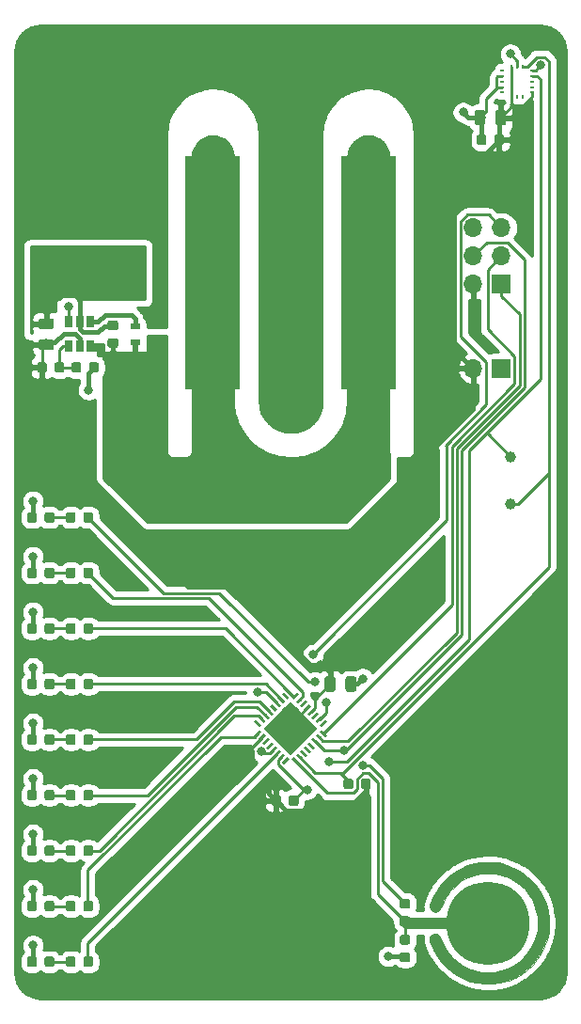
<source format=gbr>
G04 #@! TF.GenerationSoftware,KiCad,Pcbnew,5.1.0-unknown-3692c51~82~ubuntu16.04.1*
G04 #@! TF.CreationDate,2019-03-31T00:09:47-04:00*
G04 #@! TF.ProjectId,BalancingBusinessCardLights,42616c61-6e63-4696-9e67-427573696e65,rev?*
G04 #@! TF.SameCoordinates,Original*
G04 #@! TF.FileFunction,Copper,L1,Top*
G04 #@! TF.FilePolarity,Positive*
%FSLAX46Y46*%
G04 Gerber Fmt 4.6, Leading zero omitted, Abs format (unit mm)*
G04 Created by KiCad (PCBNEW 5.1.0-unknown-3692c51~82~ubuntu16.04.1) date 2019-03-31 00:09:47*
%MOMM*%
%LPD*%
G04 APERTURE LIST*
%ADD10C,0.010000*%
%ADD11R,5.000000X21.000000*%
%ADD12C,0.100000*%
%ADD13C,0.975000*%
%ADD14C,0.875000*%
%ADD15O,1.700000X1.700000*%
%ADD16R,1.700000X1.700000*%
%ADD17R,0.254000X0.355600*%
%ADD18R,0.355600X0.254000*%
%ADD19R,0.900000X0.500000*%
%ADD20C,1.725000*%
%ADD21C,0.250000*%
%ADD22R,0.650000X1.060000*%
%ADD23C,7.500000*%
%ADD24C,1.000000*%
%ADD25C,0.800000*%
%ADD26C,0.400000*%
%ADD27C,0.250000*%
%ADD28C,1.000000*%
%ADD29C,0.254000*%
G04 APERTURE END LIST*
D10*
G36*
X222732465Y-132447950D02*
G01*
X222759602Y-132326656D01*
X222812159Y-132160471D01*
X223050859Y-131579279D01*
X223364671Y-131024763D01*
X223745966Y-130505652D01*
X224187114Y-130030673D01*
X224680485Y-129608554D01*
X225218448Y-129248023D01*
X225486447Y-129101352D01*
X225942431Y-128887396D01*
X226371806Y-128728047D01*
X226800674Y-128616655D01*
X227255134Y-128546570D01*
X227761287Y-128511142D01*
X227809500Y-128509451D01*
X228229967Y-128504447D01*
X228595735Y-128521692D01*
X228934707Y-128564855D01*
X229274787Y-128637607D01*
X229643879Y-128743614D01*
X229681630Y-128755601D01*
X230299081Y-128995682D01*
X230873938Y-129304185D01*
X231402381Y-129674957D01*
X231880587Y-130101843D01*
X232304735Y-130578691D01*
X232671003Y-131099347D01*
X232975570Y-131657658D01*
X233214614Y-132247470D01*
X233384314Y-132862630D01*
X233480848Y-133496985D01*
X233500394Y-134144381D01*
X233439131Y-134798665D01*
X233438238Y-134804333D01*
X233292206Y-135465220D01*
X233070533Y-136095384D01*
X232777948Y-136689273D01*
X232419186Y-137241336D01*
X231998977Y-137746023D01*
X231522054Y-138197782D01*
X230993149Y-138591061D01*
X230416995Y-138920310D01*
X229798322Y-139179976D01*
X229672167Y-139222342D01*
X229029274Y-139385828D01*
X228370377Y-139469459D01*
X227705702Y-139473718D01*
X227045473Y-139399088D01*
X226399916Y-139246053D01*
X225838412Y-139041039D01*
X225248460Y-138742929D01*
X224700082Y-138378013D01*
X224199869Y-137953340D01*
X223754411Y-137475958D01*
X223370296Y-136952914D01*
X223054113Y-136391258D01*
X222815733Y-135807844D01*
X222761075Y-135630438D01*
X222736919Y-135504573D01*
X222739665Y-135404296D01*
X222752002Y-135348229D01*
X222840016Y-135165558D01*
X222985820Y-135044683D01*
X223188836Y-134986066D01*
X223206292Y-134984198D01*
X223360356Y-134985864D01*
X223486789Y-135030189D01*
X223595631Y-135126807D01*
X223696922Y-135285349D01*
X223800704Y-135515450D01*
X223825493Y-135578245D01*
X224085168Y-136136007D01*
X224409571Y-136643446D01*
X224792780Y-137096497D01*
X225228876Y-137491096D01*
X225711939Y-137823175D01*
X226236048Y-138088670D01*
X226795285Y-138283516D01*
X227383728Y-138403647D01*
X227995459Y-138444998D01*
X228000000Y-138445000D01*
X228610879Y-138404363D01*
X229197945Y-138285361D01*
X229755400Y-138092357D01*
X230277444Y-137829713D01*
X230758277Y-137501794D01*
X231192100Y-137112962D01*
X231573114Y-136667580D01*
X231895518Y-136170012D01*
X232153514Y-135624620D01*
X232293144Y-135215134D01*
X232421546Y-134627278D01*
X232468977Y-134041785D01*
X232439044Y-133464949D01*
X232335351Y-132903064D01*
X232161504Y-132362424D01*
X231921108Y-131849324D01*
X231617769Y-131370057D01*
X231255091Y-130930917D01*
X230836681Y-130538199D01*
X230366143Y-130198197D01*
X229847082Y-129917205D01*
X229283104Y-129701517D01*
X229105699Y-129650488D01*
X228932789Y-129607302D01*
X228777442Y-129576980D01*
X228617424Y-129557238D01*
X228430498Y-129545790D01*
X228194429Y-129540352D01*
X228021167Y-129539028D01*
X227743852Y-129539593D01*
X227529646Y-129545364D01*
X227357056Y-129558286D01*
X227204585Y-129580306D01*
X227050740Y-129613370D01*
X226967313Y-129634462D01*
X226439363Y-129797973D01*
X225972194Y-130000460D01*
X225546782Y-130252620D01*
X225144102Y-130565147D01*
X224887458Y-130803833D01*
X224713991Y-130981916D01*
X224547125Y-131165141D01*
X224404454Y-131333426D01*
X224303575Y-131466691D01*
X224293947Y-131481167D01*
X224191418Y-131649850D01*
X224080164Y-131850260D01*
X223971807Y-132059528D01*
X223877966Y-132254785D01*
X223810261Y-132413161D01*
X223788452Y-132476000D01*
X223698844Y-132707110D01*
X223583895Y-132863315D01*
X223434458Y-132952812D01*
X223241387Y-132983801D01*
X223221683Y-132984000D01*
X223038244Y-132944347D01*
X222880756Y-132835745D01*
X222769643Y-132673732D01*
X222751318Y-132626140D01*
X222730789Y-132539469D01*
X222732465Y-132447950D01*
X222732465Y-132447950D01*
G37*
X222732465Y-132447950D02*
X222759602Y-132326656D01*
X222812159Y-132160471D01*
X223050859Y-131579279D01*
X223364671Y-131024763D01*
X223745966Y-130505652D01*
X224187114Y-130030673D01*
X224680485Y-129608554D01*
X225218448Y-129248023D01*
X225486447Y-129101352D01*
X225942431Y-128887396D01*
X226371806Y-128728047D01*
X226800674Y-128616655D01*
X227255134Y-128546570D01*
X227761287Y-128511142D01*
X227809500Y-128509451D01*
X228229967Y-128504447D01*
X228595735Y-128521692D01*
X228934707Y-128564855D01*
X229274787Y-128637607D01*
X229643879Y-128743614D01*
X229681630Y-128755601D01*
X230299081Y-128995682D01*
X230873938Y-129304185D01*
X231402381Y-129674957D01*
X231880587Y-130101843D01*
X232304735Y-130578691D01*
X232671003Y-131099347D01*
X232975570Y-131657658D01*
X233214614Y-132247470D01*
X233384314Y-132862630D01*
X233480848Y-133496985D01*
X233500394Y-134144381D01*
X233439131Y-134798665D01*
X233438238Y-134804333D01*
X233292206Y-135465220D01*
X233070533Y-136095384D01*
X232777948Y-136689273D01*
X232419186Y-137241336D01*
X231998977Y-137746023D01*
X231522054Y-138197782D01*
X230993149Y-138591061D01*
X230416995Y-138920310D01*
X229798322Y-139179976D01*
X229672167Y-139222342D01*
X229029274Y-139385828D01*
X228370377Y-139469459D01*
X227705702Y-139473718D01*
X227045473Y-139399088D01*
X226399916Y-139246053D01*
X225838412Y-139041039D01*
X225248460Y-138742929D01*
X224700082Y-138378013D01*
X224199869Y-137953340D01*
X223754411Y-137475958D01*
X223370296Y-136952914D01*
X223054113Y-136391258D01*
X222815733Y-135807844D01*
X222761075Y-135630438D01*
X222736919Y-135504573D01*
X222739665Y-135404296D01*
X222752002Y-135348229D01*
X222840016Y-135165558D01*
X222985820Y-135044683D01*
X223188836Y-134986066D01*
X223206292Y-134984198D01*
X223360356Y-134985864D01*
X223486789Y-135030189D01*
X223595631Y-135126807D01*
X223696922Y-135285349D01*
X223800704Y-135515450D01*
X223825493Y-135578245D01*
X224085168Y-136136007D01*
X224409571Y-136643446D01*
X224792780Y-137096497D01*
X225228876Y-137491096D01*
X225711939Y-137823175D01*
X226236048Y-138088670D01*
X226795285Y-138283516D01*
X227383728Y-138403647D01*
X227995459Y-138444998D01*
X228000000Y-138445000D01*
X228610879Y-138404363D01*
X229197945Y-138285361D01*
X229755400Y-138092357D01*
X230277444Y-137829713D01*
X230758277Y-137501794D01*
X231192100Y-137112962D01*
X231573114Y-136667580D01*
X231895518Y-136170012D01*
X232153514Y-135624620D01*
X232293144Y-135215134D01*
X232421546Y-134627278D01*
X232468977Y-134041785D01*
X232439044Y-133464949D01*
X232335351Y-132903064D01*
X232161504Y-132362424D01*
X231921108Y-131849324D01*
X231617769Y-131370057D01*
X231255091Y-130930917D01*
X230836681Y-130538199D01*
X230366143Y-130198197D01*
X229847082Y-129917205D01*
X229283104Y-129701517D01*
X229105699Y-129650488D01*
X228932789Y-129607302D01*
X228777442Y-129576980D01*
X228617424Y-129557238D01*
X228430498Y-129545790D01*
X228194429Y-129540352D01*
X228021167Y-129539028D01*
X227743852Y-129539593D01*
X227529646Y-129545364D01*
X227357056Y-129558286D01*
X227204585Y-129580306D01*
X227050740Y-129613370D01*
X226967313Y-129634462D01*
X226439363Y-129797973D01*
X225972194Y-130000460D01*
X225546782Y-130252620D01*
X225144102Y-130565147D01*
X224887458Y-130803833D01*
X224713991Y-130981916D01*
X224547125Y-131165141D01*
X224404454Y-131333426D01*
X224303575Y-131466691D01*
X224293947Y-131481167D01*
X224191418Y-131649850D01*
X224080164Y-131850260D01*
X223971807Y-132059528D01*
X223877966Y-132254785D01*
X223810261Y-132413161D01*
X223788452Y-132476000D01*
X223698844Y-132707110D01*
X223583895Y-132863315D01*
X223434458Y-132952812D01*
X223241387Y-132983801D01*
X223221683Y-132984000D01*
X223038244Y-132944347D01*
X222880756Y-132835745D01*
X222769643Y-132673732D01*
X222751318Y-132626140D01*
X222730789Y-132539469D01*
X222732465Y-132447950D01*
D11*
X203197801Y-75473789D03*
X217197801Y-75473789D03*
D12*
G36*
X215902943Y-111774963D02*
G01*
X215926604Y-111778473D01*
X215949808Y-111784285D01*
X215972330Y-111792343D01*
X215993954Y-111802571D01*
X216014471Y-111814868D01*
X216033684Y-111829118D01*
X216051408Y-111845182D01*
X216067472Y-111862906D01*
X216081722Y-111882119D01*
X216094019Y-111902636D01*
X216104247Y-111924260D01*
X216112305Y-111946782D01*
X216118117Y-111969986D01*
X216121627Y-111993647D01*
X216122801Y-112017539D01*
X216122801Y-112930039D01*
X216121627Y-112953931D01*
X216118117Y-112977592D01*
X216112305Y-113000796D01*
X216104247Y-113023318D01*
X216094019Y-113044942D01*
X216081722Y-113065459D01*
X216067472Y-113084672D01*
X216051408Y-113102396D01*
X216033684Y-113118460D01*
X216014471Y-113132710D01*
X215993954Y-113145007D01*
X215972330Y-113155235D01*
X215949808Y-113163293D01*
X215926604Y-113169105D01*
X215902943Y-113172615D01*
X215879051Y-113173789D01*
X215391551Y-113173789D01*
X215367659Y-113172615D01*
X215343998Y-113169105D01*
X215320794Y-113163293D01*
X215298272Y-113155235D01*
X215276648Y-113145007D01*
X215256131Y-113132710D01*
X215236918Y-113118460D01*
X215219194Y-113102396D01*
X215203130Y-113084672D01*
X215188880Y-113065459D01*
X215176583Y-113044942D01*
X215166355Y-113023318D01*
X215158297Y-113000796D01*
X215152485Y-112977592D01*
X215148975Y-112953931D01*
X215147801Y-112930039D01*
X215147801Y-112017539D01*
X215148975Y-111993647D01*
X215152485Y-111969986D01*
X215158297Y-111946782D01*
X215166355Y-111924260D01*
X215176583Y-111902636D01*
X215188880Y-111882119D01*
X215203130Y-111862906D01*
X215219194Y-111845182D01*
X215236918Y-111829118D01*
X215256131Y-111814868D01*
X215276648Y-111802571D01*
X215298272Y-111792343D01*
X215320794Y-111784285D01*
X215343998Y-111778473D01*
X215367659Y-111774963D01*
X215391551Y-111773789D01*
X215879051Y-111773789D01*
X215902943Y-111774963D01*
X215902943Y-111774963D01*
G37*
D13*
X215635301Y-112473789D03*
D12*
G36*
X214027943Y-111774963D02*
G01*
X214051604Y-111778473D01*
X214074808Y-111784285D01*
X214097330Y-111792343D01*
X214118954Y-111802571D01*
X214139471Y-111814868D01*
X214158684Y-111829118D01*
X214176408Y-111845182D01*
X214192472Y-111862906D01*
X214206722Y-111882119D01*
X214219019Y-111902636D01*
X214229247Y-111924260D01*
X214237305Y-111946782D01*
X214243117Y-111969986D01*
X214246627Y-111993647D01*
X214247801Y-112017539D01*
X214247801Y-112930039D01*
X214246627Y-112953931D01*
X214243117Y-112977592D01*
X214237305Y-113000796D01*
X214229247Y-113023318D01*
X214219019Y-113044942D01*
X214206722Y-113065459D01*
X214192472Y-113084672D01*
X214176408Y-113102396D01*
X214158684Y-113118460D01*
X214139471Y-113132710D01*
X214118954Y-113145007D01*
X214097330Y-113155235D01*
X214074808Y-113163293D01*
X214051604Y-113169105D01*
X214027943Y-113172615D01*
X214004051Y-113173789D01*
X213516551Y-113173789D01*
X213492659Y-113172615D01*
X213468998Y-113169105D01*
X213445794Y-113163293D01*
X213423272Y-113155235D01*
X213401648Y-113145007D01*
X213381131Y-113132710D01*
X213361918Y-113118460D01*
X213344194Y-113102396D01*
X213328130Y-113084672D01*
X213313880Y-113065459D01*
X213301583Y-113044942D01*
X213291355Y-113023318D01*
X213283297Y-113000796D01*
X213277485Y-112977592D01*
X213273975Y-112953931D01*
X213272801Y-112930039D01*
X213272801Y-112017539D01*
X213273975Y-111993647D01*
X213277485Y-111969986D01*
X213283297Y-111946782D01*
X213291355Y-111924260D01*
X213301583Y-111902636D01*
X213313880Y-111882119D01*
X213328130Y-111862906D01*
X213344194Y-111845182D01*
X213361918Y-111829118D01*
X213381131Y-111814868D01*
X213401648Y-111802571D01*
X213423272Y-111792343D01*
X213445794Y-111784285D01*
X213468998Y-111778473D01*
X213492659Y-111774963D01*
X213516551Y-111773789D01*
X214004051Y-111773789D01*
X214027943Y-111774963D01*
X214027943Y-111774963D01*
G37*
D13*
X213760301Y-112473789D03*
D12*
G36*
X227527943Y-60774963D02*
G01*
X227551604Y-60778473D01*
X227574808Y-60784285D01*
X227597330Y-60792343D01*
X227618954Y-60802571D01*
X227639471Y-60814868D01*
X227658684Y-60829118D01*
X227676408Y-60845182D01*
X227692472Y-60862906D01*
X227706722Y-60882119D01*
X227719019Y-60902636D01*
X227729247Y-60924260D01*
X227737305Y-60946782D01*
X227743117Y-60969986D01*
X227746627Y-60993647D01*
X227747801Y-61017539D01*
X227747801Y-61930039D01*
X227746627Y-61953931D01*
X227743117Y-61977592D01*
X227737305Y-62000796D01*
X227729247Y-62023318D01*
X227719019Y-62044942D01*
X227706722Y-62065459D01*
X227692472Y-62084672D01*
X227676408Y-62102396D01*
X227658684Y-62118460D01*
X227639471Y-62132710D01*
X227618954Y-62145007D01*
X227597330Y-62155235D01*
X227574808Y-62163293D01*
X227551604Y-62169105D01*
X227527943Y-62172615D01*
X227504051Y-62173789D01*
X227016551Y-62173789D01*
X226992659Y-62172615D01*
X226968998Y-62169105D01*
X226945794Y-62163293D01*
X226923272Y-62155235D01*
X226901648Y-62145007D01*
X226881131Y-62132710D01*
X226861918Y-62118460D01*
X226844194Y-62102396D01*
X226828130Y-62084672D01*
X226813880Y-62065459D01*
X226801583Y-62044942D01*
X226791355Y-62023318D01*
X226783297Y-62000796D01*
X226777485Y-61977592D01*
X226773975Y-61953931D01*
X226772801Y-61930039D01*
X226772801Y-61017539D01*
X226773975Y-60993647D01*
X226777485Y-60969986D01*
X226783297Y-60946782D01*
X226791355Y-60924260D01*
X226801583Y-60902636D01*
X226813880Y-60882119D01*
X226828130Y-60862906D01*
X226844194Y-60845182D01*
X226861918Y-60829118D01*
X226881131Y-60814868D01*
X226901648Y-60802571D01*
X226923272Y-60792343D01*
X226945794Y-60784285D01*
X226968998Y-60778473D01*
X226992659Y-60774963D01*
X227016551Y-60773789D01*
X227504051Y-60773789D01*
X227527943Y-60774963D01*
X227527943Y-60774963D01*
G37*
D13*
X227260301Y-61473789D03*
D12*
G36*
X229402943Y-60774963D02*
G01*
X229426604Y-60778473D01*
X229449808Y-60784285D01*
X229472330Y-60792343D01*
X229493954Y-60802571D01*
X229514471Y-60814868D01*
X229533684Y-60829118D01*
X229551408Y-60845182D01*
X229567472Y-60862906D01*
X229581722Y-60882119D01*
X229594019Y-60902636D01*
X229604247Y-60924260D01*
X229612305Y-60946782D01*
X229618117Y-60969986D01*
X229621627Y-60993647D01*
X229622801Y-61017539D01*
X229622801Y-61930039D01*
X229621627Y-61953931D01*
X229618117Y-61977592D01*
X229612305Y-62000796D01*
X229604247Y-62023318D01*
X229594019Y-62044942D01*
X229581722Y-62065459D01*
X229567472Y-62084672D01*
X229551408Y-62102396D01*
X229533684Y-62118460D01*
X229514471Y-62132710D01*
X229493954Y-62145007D01*
X229472330Y-62155235D01*
X229449808Y-62163293D01*
X229426604Y-62169105D01*
X229402943Y-62172615D01*
X229379051Y-62173789D01*
X228891551Y-62173789D01*
X228867659Y-62172615D01*
X228843998Y-62169105D01*
X228820794Y-62163293D01*
X228798272Y-62155235D01*
X228776648Y-62145007D01*
X228756131Y-62132710D01*
X228736918Y-62118460D01*
X228719194Y-62102396D01*
X228703130Y-62084672D01*
X228688880Y-62065459D01*
X228676583Y-62044942D01*
X228666355Y-62023318D01*
X228658297Y-62000796D01*
X228652485Y-61977592D01*
X228648975Y-61953931D01*
X228647801Y-61930039D01*
X228647801Y-61017539D01*
X228648975Y-60993647D01*
X228652485Y-60969986D01*
X228658297Y-60946782D01*
X228666355Y-60924260D01*
X228676583Y-60902636D01*
X228688880Y-60882119D01*
X228703130Y-60862906D01*
X228719194Y-60845182D01*
X228736918Y-60829118D01*
X228756131Y-60814868D01*
X228776648Y-60802571D01*
X228798272Y-60792343D01*
X228820794Y-60784285D01*
X228843998Y-60778473D01*
X228867659Y-60774963D01*
X228891551Y-60773789D01*
X229379051Y-60773789D01*
X229402943Y-60774963D01*
X229402943Y-60774963D01*
G37*
D13*
X229135301Y-61473789D03*
D12*
G36*
X227650492Y-62999842D02*
G01*
X227671727Y-63002992D01*
X227692551Y-63008208D01*
X227712763Y-63015440D01*
X227732169Y-63024619D01*
X227750582Y-63035655D01*
X227767825Y-63048443D01*
X227783731Y-63062859D01*
X227798147Y-63078765D01*
X227810935Y-63096008D01*
X227821971Y-63114421D01*
X227831150Y-63133827D01*
X227838382Y-63154039D01*
X227843598Y-63174863D01*
X227846748Y-63196098D01*
X227847801Y-63217539D01*
X227847801Y-63730039D01*
X227846748Y-63751480D01*
X227843598Y-63772715D01*
X227838382Y-63793539D01*
X227831150Y-63813751D01*
X227821971Y-63833157D01*
X227810935Y-63851570D01*
X227798147Y-63868813D01*
X227783731Y-63884719D01*
X227767825Y-63899135D01*
X227750582Y-63911923D01*
X227732169Y-63922959D01*
X227712763Y-63932138D01*
X227692551Y-63939370D01*
X227671727Y-63944586D01*
X227650492Y-63947736D01*
X227629051Y-63948789D01*
X227191551Y-63948789D01*
X227170110Y-63947736D01*
X227148875Y-63944586D01*
X227128051Y-63939370D01*
X227107839Y-63932138D01*
X227088433Y-63922959D01*
X227070020Y-63911923D01*
X227052777Y-63899135D01*
X227036871Y-63884719D01*
X227022455Y-63868813D01*
X227009667Y-63851570D01*
X226998631Y-63833157D01*
X226989452Y-63813751D01*
X226982220Y-63793539D01*
X226977004Y-63772715D01*
X226973854Y-63751480D01*
X226972801Y-63730039D01*
X226972801Y-63217539D01*
X226973854Y-63196098D01*
X226977004Y-63174863D01*
X226982220Y-63154039D01*
X226989452Y-63133827D01*
X226998631Y-63114421D01*
X227009667Y-63096008D01*
X227022455Y-63078765D01*
X227036871Y-63062859D01*
X227052777Y-63048443D01*
X227070020Y-63035655D01*
X227088433Y-63024619D01*
X227107839Y-63015440D01*
X227128051Y-63008208D01*
X227148875Y-63002992D01*
X227170110Y-62999842D01*
X227191551Y-62998789D01*
X227629051Y-62998789D01*
X227650492Y-62999842D01*
X227650492Y-62999842D01*
G37*
D14*
X227410301Y-63473789D03*
D12*
G36*
X229225492Y-62999842D02*
G01*
X229246727Y-63002992D01*
X229267551Y-63008208D01*
X229287763Y-63015440D01*
X229307169Y-63024619D01*
X229325582Y-63035655D01*
X229342825Y-63048443D01*
X229358731Y-63062859D01*
X229373147Y-63078765D01*
X229385935Y-63096008D01*
X229396971Y-63114421D01*
X229406150Y-63133827D01*
X229413382Y-63154039D01*
X229418598Y-63174863D01*
X229421748Y-63196098D01*
X229422801Y-63217539D01*
X229422801Y-63730039D01*
X229421748Y-63751480D01*
X229418598Y-63772715D01*
X229413382Y-63793539D01*
X229406150Y-63813751D01*
X229396971Y-63833157D01*
X229385935Y-63851570D01*
X229373147Y-63868813D01*
X229358731Y-63884719D01*
X229342825Y-63899135D01*
X229325582Y-63911923D01*
X229307169Y-63922959D01*
X229287763Y-63932138D01*
X229267551Y-63939370D01*
X229246727Y-63944586D01*
X229225492Y-63947736D01*
X229204051Y-63948789D01*
X228766551Y-63948789D01*
X228745110Y-63947736D01*
X228723875Y-63944586D01*
X228703051Y-63939370D01*
X228682839Y-63932138D01*
X228663433Y-63922959D01*
X228645020Y-63911923D01*
X228627777Y-63899135D01*
X228611871Y-63884719D01*
X228597455Y-63868813D01*
X228584667Y-63851570D01*
X228573631Y-63833157D01*
X228564452Y-63813751D01*
X228557220Y-63793539D01*
X228552004Y-63772715D01*
X228548854Y-63751480D01*
X228547801Y-63730039D01*
X228547801Y-63217539D01*
X228548854Y-63196098D01*
X228552004Y-63174863D01*
X228557220Y-63154039D01*
X228564452Y-63133827D01*
X228573631Y-63114421D01*
X228584667Y-63096008D01*
X228597455Y-63078765D01*
X228611871Y-63062859D01*
X228627777Y-63048443D01*
X228645020Y-63035655D01*
X228663433Y-63024619D01*
X228682839Y-63015440D01*
X228703051Y-63008208D01*
X228723875Y-63002992D01*
X228745110Y-62999842D01*
X228766551Y-62998789D01*
X229204051Y-62998789D01*
X229225492Y-62999842D01*
X229225492Y-62999842D01*
G37*
D14*
X228985301Y-63473789D03*
D12*
G36*
X188725492Y-136999842D02*
G01*
X188746727Y-137002992D01*
X188767551Y-137008208D01*
X188787763Y-137015440D01*
X188807169Y-137024619D01*
X188825582Y-137035655D01*
X188842825Y-137048443D01*
X188858731Y-137062859D01*
X188873147Y-137078765D01*
X188885935Y-137096008D01*
X188896971Y-137114421D01*
X188906150Y-137133827D01*
X188913382Y-137154039D01*
X188918598Y-137174863D01*
X188921748Y-137196098D01*
X188922801Y-137217539D01*
X188922801Y-137730039D01*
X188921748Y-137751480D01*
X188918598Y-137772715D01*
X188913382Y-137793539D01*
X188906150Y-137813751D01*
X188896971Y-137833157D01*
X188885935Y-137851570D01*
X188873147Y-137868813D01*
X188858731Y-137884719D01*
X188842825Y-137899135D01*
X188825582Y-137911923D01*
X188807169Y-137922959D01*
X188787763Y-137932138D01*
X188767551Y-137939370D01*
X188746727Y-137944586D01*
X188725492Y-137947736D01*
X188704051Y-137948789D01*
X188266551Y-137948789D01*
X188245110Y-137947736D01*
X188223875Y-137944586D01*
X188203051Y-137939370D01*
X188182839Y-137932138D01*
X188163433Y-137922959D01*
X188145020Y-137911923D01*
X188127777Y-137899135D01*
X188111871Y-137884719D01*
X188097455Y-137868813D01*
X188084667Y-137851570D01*
X188073631Y-137833157D01*
X188064452Y-137813751D01*
X188057220Y-137793539D01*
X188052004Y-137772715D01*
X188048854Y-137751480D01*
X188047801Y-137730039D01*
X188047801Y-137217539D01*
X188048854Y-137196098D01*
X188052004Y-137174863D01*
X188057220Y-137154039D01*
X188064452Y-137133827D01*
X188073631Y-137114421D01*
X188084667Y-137096008D01*
X188097455Y-137078765D01*
X188111871Y-137062859D01*
X188127777Y-137048443D01*
X188145020Y-137035655D01*
X188163433Y-137024619D01*
X188182839Y-137015440D01*
X188203051Y-137008208D01*
X188223875Y-137002992D01*
X188245110Y-136999842D01*
X188266551Y-136998789D01*
X188704051Y-136998789D01*
X188725492Y-136999842D01*
X188725492Y-136999842D01*
G37*
D14*
X188485301Y-137473789D03*
D12*
G36*
X187150492Y-136999842D02*
G01*
X187171727Y-137002992D01*
X187192551Y-137008208D01*
X187212763Y-137015440D01*
X187232169Y-137024619D01*
X187250582Y-137035655D01*
X187267825Y-137048443D01*
X187283731Y-137062859D01*
X187298147Y-137078765D01*
X187310935Y-137096008D01*
X187321971Y-137114421D01*
X187331150Y-137133827D01*
X187338382Y-137154039D01*
X187343598Y-137174863D01*
X187346748Y-137196098D01*
X187347801Y-137217539D01*
X187347801Y-137730039D01*
X187346748Y-137751480D01*
X187343598Y-137772715D01*
X187338382Y-137793539D01*
X187331150Y-137813751D01*
X187321971Y-137833157D01*
X187310935Y-137851570D01*
X187298147Y-137868813D01*
X187283731Y-137884719D01*
X187267825Y-137899135D01*
X187250582Y-137911923D01*
X187232169Y-137922959D01*
X187212763Y-137932138D01*
X187192551Y-137939370D01*
X187171727Y-137944586D01*
X187150492Y-137947736D01*
X187129051Y-137948789D01*
X186691551Y-137948789D01*
X186670110Y-137947736D01*
X186648875Y-137944586D01*
X186628051Y-137939370D01*
X186607839Y-137932138D01*
X186588433Y-137922959D01*
X186570020Y-137911923D01*
X186552777Y-137899135D01*
X186536871Y-137884719D01*
X186522455Y-137868813D01*
X186509667Y-137851570D01*
X186498631Y-137833157D01*
X186489452Y-137813751D01*
X186482220Y-137793539D01*
X186477004Y-137772715D01*
X186473854Y-137751480D01*
X186472801Y-137730039D01*
X186472801Y-137217539D01*
X186473854Y-137196098D01*
X186477004Y-137174863D01*
X186482220Y-137154039D01*
X186489452Y-137133827D01*
X186498631Y-137114421D01*
X186509667Y-137096008D01*
X186522455Y-137078765D01*
X186536871Y-137062859D01*
X186552777Y-137048443D01*
X186570020Y-137035655D01*
X186588433Y-137024619D01*
X186607839Y-137015440D01*
X186628051Y-137008208D01*
X186648875Y-137002992D01*
X186670110Y-136999842D01*
X186691551Y-136998789D01*
X187129051Y-136998789D01*
X187150492Y-136999842D01*
X187150492Y-136999842D01*
G37*
D14*
X186910301Y-137473789D03*
D12*
G36*
X188725492Y-131999842D02*
G01*
X188746727Y-132002992D01*
X188767551Y-132008208D01*
X188787763Y-132015440D01*
X188807169Y-132024619D01*
X188825582Y-132035655D01*
X188842825Y-132048443D01*
X188858731Y-132062859D01*
X188873147Y-132078765D01*
X188885935Y-132096008D01*
X188896971Y-132114421D01*
X188906150Y-132133827D01*
X188913382Y-132154039D01*
X188918598Y-132174863D01*
X188921748Y-132196098D01*
X188922801Y-132217539D01*
X188922801Y-132730039D01*
X188921748Y-132751480D01*
X188918598Y-132772715D01*
X188913382Y-132793539D01*
X188906150Y-132813751D01*
X188896971Y-132833157D01*
X188885935Y-132851570D01*
X188873147Y-132868813D01*
X188858731Y-132884719D01*
X188842825Y-132899135D01*
X188825582Y-132911923D01*
X188807169Y-132922959D01*
X188787763Y-132932138D01*
X188767551Y-132939370D01*
X188746727Y-132944586D01*
X188725492Y-132947736D01*
X188704051Y-132948789D01*
X188266551Y-132948789D01*
X188245110Y-132947736D01*
X188223875Y-132944586D01*
X188203051Y-132939370D01*
X188182839Y-132932138D01*
X188163433Y-132922959D01*
X188145020Y-132911923D01*
X188127777Y-132899135D01*
X188111871Y-132884719D01*
X188097455Y-132868813D01*
X188084667Y-132851570D01*
X188073631Y-132833157D01*
X188064452Y-132813751D01*
X188057220Y-132793539D01*
X188052004Y-132772715D01*
X188048854Y-132751480D01*
X188047801Y-132730039D01*
X188047801Y-132217539D01*
X188048854Y-132196098D01*
X188052004Y-132174863D01*
X188057220Y-132154039D01*
X188064452Y-132133827D01*
X188073631Y-132114421D01*
X188084667Y-132096008D01*
X188097455Y-132078765D01*
X188111871Y-132062859D01*
X188127777Y-132048443D01*
X188145020Y-132035655D01*
X188163433Y-132024619D01*
X188182839Y-132015440D01*
X188203051Y-132008208D01*
X188223875Y-132002992D01*
X188245110Y-131999842D01*
X188266551Y-131998789D01*
X188704051Y-131998789D01*
X188725492Y-131999842D01*
X188725492Y-131999842D01*
G37*
D14*
X188485301Y-132473789D03*
D12*
G36*
X187150492Y-131999842D02*
G01*
X187171727Y-132002992D01*
X187192551Y-132008208D01*
X187212763Y-132015440D01*
X187232169Y-132024619D01*
X187250582Y-132035655D01*
X187267825Y-132048443D01*
X187283731Y-132062859D01*
X187298147Y-132078765D01*
X187310935Y-132096008D01*
X187321971Y-132114421D01*
X187331150Y-132133827D01*
X187338382Y-132154039D01*
X187343598Y-132174863D01*
X187346748Y-132196098D01*
X187347801Y-132217539D01*
X187347801Y-132730039D01*
X187346748Y-132751480D01*
X187343598Y-132772715D01*
X187338382Y-132793539D01*
X187331150Y-132813751D01*
X187321971Y-132833157D01*
X187310935Y-132851570D01*
X187298147Y-132868813D01*
X187283731Y-132884719D01*
X187267825Y-132899135D01*
X187250582Y-132911923D01*
X187232169Y-132922959D01*
X187212763Y-132932138D01*
X187192551Y-132939370D01*
X187171727Y-132944586D01*
X187150492Y-132947736D01*
X187129051Y-132948789D01*
X186691551Y-132948789D01*
X186670110Y-132947736D01*
X186648875Y-132944586D01*
X186628051Y-132939370D01*
X186607839Y-132932138D01*
X186588433Y-132922959D01*
X186570020Y-132911923D01*
X186552777Y-132899135D01*
X186536871Y-132884719D01*
X186522455Y-132868813D01*
X186509667Y-132851570D01*
X186498631Y-132833157D01*
X186489452Y-132813751D01*
X186482220Y-132793539D01*
X186477004Y-132772715D01*
X186473854Y-132751480D01*
X186472801Y-132730039D01*
X186472801Y-132217539D01*
X186473854Y-132196098D01*
X186477004Y-132174863D01*
X186482220Y-132154039D01*
X186489452Y-132133827D01*
X186498631Y-132114421D01*
X186509667Y-132096008D01*
X186522455Y-132078765D01*
X186536871Y-132062859D01*
X186552777Y-132048443D01*
X186570020Y-132035655D01*
X186588433Y-132024619D01*
X186607839Y-132015440D01*
X186628051Y-132008208D01*
X186648875Y-132002992D01*
X186670110Y-131999842D01*
X186691551Y-131998789D01*
X187129051Y-131998789D01*
X187150492Y-131999842D01*
X187150492Y-131999842D01*
G37*
D14*
X186910301Y-132473789D03*
D12*
G36*
X188725492Y-126999842D02*
G01*
X188746727Y-127002992D01*
X188767551Y-127008208D01*
X188787763Y-127015440D01*
X188807169Y-127024619D01*
X188825582Y-127035655D01*
X188842825Y-127048443D01*
X188858731Y-127062859D01*
X188873147Y-127078765D01*
X188885935Y-127096008D01*
X188896971Y-127114421D01*
X188906150Y-127133827D01*
X188913382Y-127154039D01*
X188918598Y-127174863D01*
X188921748Y-127196098D01*
X188922801Y-127217539D01*
X188922801Y-127730039D01*
X188921748Y-127751480D01*
X188918598Y-127772715D01*
X188913382Y-127793539D01*
X188906150Y-127813751D01*
X188896971Y-127833157D01*
X188885935Y-127851570D01*
X188873147Y-127868813D01*
X188858731Y-127884719D01*
X188842825Y-127899135D01*
X188825582Y-127911923D01*
X188807169Y-127922959D01*
X188787763Y-127932138D01*
X188767551Y-127939370D01*
X188746727Y-127944586D01*
X188725492Y-127947736D01*
X188704051Y-127948789D01*
X188266551Y-127948789D01*
X188245110Y-127947736D01*
X188223875Y-127944586D01*
X188203051Y-127939370D01*
X188182839Y-127932138D01*
X188163433Y-127922959D01*
X188145020Y-127911923D01*
X188127777Y-127899135D01*
X188111871Y-127884719D01*
X188097455Y-127868813D01*
X188084667Y-127851570D01*
X188073631Y-127833157D01*
X188064452Y-127813751D01*
X188057220Y-127793539D01*
X188052004Y-127772715D01*
X188048854Y-127751480D01*
X188047801Y-127730039D01*
X188047801Y-127217539D01*
X188048854Y-127196098D01*
X188052004Y-127174863D01*
X188057220Y-127154039D01*
X188064452Y-127133827D01*
X188073631Y-127114421D01*
X188084667Y-127096008D01*
X188097455Y-127078765D01*
X188111871Y-127062859D01*
X188127777Y-127048443D01*
X188145020Y-127035655D01*
X188163433Y-127024619D01*
X188182839Y-127015440D01*
X188203051Y-127008208D01*
X188223875Y-127002992D01*
X188245110Y-126999842D01*
X188266551Y-126998789D01*
X188704051Y-126998789D01*
X188725492Y-126999842D01*
X188725492Y-126999842D01*
G37*
D14*
X188485301Y-127473789D03*
D12*
G36*
X187150492Y-126999842D02*
G01*
X187171727Y-127002992D01*
X187192551Y-127008208D01*
X187212763Y-127015440D01*
X187232169Y-127024619D01*
X187250582Y-127035655D01*
X187267825Y-127048443D01*
X187283731Y-127062859D01*
X187298147Y-127078765D01*
X187310935Y-127096008D01*
X187321971Y-127114421D01*
X187331150Y-127133827D01*
X187338382Y-127154039D01*
X187343598Y-127174863D01*
X187346748Y-127196098D01*
X187347801Y-127217539D01*
X187347801Y-127730039D01*
X187346748Y-127751480D01*
X187343598Y-127772715D01*
X187338382Y-127793539D01*
X187331150Y-127813751D01*
X187321971Y-127833157D01*
X187310935Y-127851570D01*
X187298147Y-127868813D01*
X187283731Y-127884719D01*
X187267825Y-127899135D01*
X187250582Y-127911923D01*
X187232169Y-127922959D01*
X187212763Y-127932138D01*
X187192551Y-127939370D01*
X187171727Y-127944586D01*
X187150492Y-127947736D01*
X187129051Y-127948789D01*
X186691551Y-127948789D01*
X186670110Y-127947736D01*
X186648875Y-127944586D01*
X186628051Y-127939370D01*
X186607839Y-127932138D01*
X186588433Y-127922959D01*
X186570020Y-127911923D01*
X186552777Y-127899135D01*
X186536871Y-127884719D01*
X186522455Y-127868813D01*
X186509667Y-127851570D01*
X186498631Y-127833157D01*
X186489452Y-127813751D01*
X186482220Y-127793539D01*
X186477004Y-127772715D01*
X186473854Y-127751480D01*
X186472801Y-127730039D01*
X186472801Y-127217539D01*
X186473854Y-127196098D01*
X186477004Y-127174863D01*
X186482220Y-127154039D01*
X186489452Y-127133827D01*
X186498631Y-127114421D01*
X186509667Y-127096008D01*
X186522455Y-127078765D01*
X186536871Y-127062859D01*
X186552777Y-127048443D01*
X186570020Y-127035655D01*
X186588433Y-127024619D01*
X186607839Y-127015440D01*
X186628051Y-127008208D01*
X186648875Y-127002992D01*
X186670110Y-126999842D01*
X186691551Y-126998789D01*
X187129051Y-126998789D01*
X187150492Y-126999842D01*
X187150492Y-126999842D01*
G37*
D14*
X186910301Y-127473789D03*
D12*
G36*
X188725492Y-121999842D02*
G01*
X188746727Y-122002992D01*
X188767551Y-122008208D01*
X188787763Y-122015440D01*
X188807169Y-122024619D01*
X188825582Y-122035655D01*
X188842825Y-122048443D01*
X188858731Y-122062859D01*
X188873147Y-122078765D01*
X188885935Y-122096008D01*
X188896971Y-122114421D01*
X188906150Y-122133827D01*
X188913382Y-122154039D01*
X188918598Y-122174863D01*
X188921748Y-122196098D01*
X188922801Y-122217539D01*
X188922801Y-122730039D01*
X188921748Y-122751480D01*
X188918598Y-122772715D01*
X188913382Y-122793539D01*
X188906150Y-122813751D01*
X188896971Y-122833157D01*
X188885935Y-122851570D01*
X188873147Y-122868813D01*
X188858731Y-122884719D01*
X188842825Y-122899135D01*
X188825582Y-122911923D01*
X188807169Y-122922959D01*
X188787763Y-122932138D01*
X188767551Y-122939370D01*
X188746727Y-122944586D01*
X188725492Y-122947736D01*
X188704051Y-122948789D01*
X188266551Y-122948789D01*
X188245110Y-122947736D01*
X188223875Y-122944586D01*
X188203051Y-122939370D01*
X188182839Y-122932138D01*
X188163433Y-122922959D01*
X188145020Y-122911923D01*
X188127777Y-122899135D01*
X188111871Y-122884719D01*
X188097455Y-122868813D01*
X188084667Y-122851570D01*
X188073631Y-122833157D01*
X188064452Y-122813751D01*
X188057220Y-122793539D01*
X188052004Y-122772715D01*
X188048854Y-122751480D01*
X188047801Y-122730039D01*
X188047801Y-122217539D01*
X188048854Y-122196098D01*
X188052004Y-122174863D01*
X188057220Y-122154039D01*
X188064452Y-122133827D01*
X188073631Y-122114421D01*
X188084667Y-122096008D01*
X188097455Y-122078765D01*
X188111871Y-122062859D01*
X188127777Y-122048443D01*
X188145020Y-122035655D01*
X188163433Y-122024619D01*
X188182839Y-122015440D01*
X188203051Y-122008208D01*
X188223875Y-122002992D01*
X188245110Y-121999842D01*
X188266551Y-121998789D01*
X188704051Y-121998789D01*
X188725492Y-121999842D01*
X188725492Y-121999842D01*
G37*
D14*
X188485301Y-122473789D03*
D12*
G36*
X187150492Y-121999842D02*
G01*
X187171727Y-122002992D01*
X187192551Y-122008208D01*
X187212763Y-122015440D01*
X187232169Y-122024619D01*
X187250582Y-122035655D01*
X187267825Y-122048443D01*
X187283731Y-122062859D01*
X187298147Y-122078765D01*
X187310935Y-122096008D01*
X187321971Y-122114421D01*
X187331150Y-122133827D01*
X187338382Y-122154039D01*
X187343598Y-122174863D01*
X187346748Y-122196098D01*
X187347801Y-122217539D01*
X187347801Y-122730039D01*
X187346748Y-122751480D01*
X187343598Y-122772715D01*
X187338382Y-122793539D01*
X187331150Y-122813751D01*
X187321971Y-122833157D01*
X187310935Y-122851570D01*
X187298147Y-122868813D01*
X187283731Y-122884719D01*
X187267825Y-122899135D01*
X187250582Y-122911923D01*
X187232169Y-122922959D01*
X187212763Y-122932138D01*
X187192551Y-122939370D01*
X187171727Y-122944586D01*
X187150492Y-122947736D01*
X187129051Y-122948789D01*
X186691551Y-122948789D01*
X186670110Y-122947736D01*
X186648875Y-122944586D01*
X186628051Y-122939370D01*
X186607839Y-122932138D01*
X186588433Y-122922959D01*
X186570020Y-122911923D01*
X186552777Y-122899135D01*
X186536871Y-122884719D01*
X186522455Y-122868813D01*
X186509667Y-122851570D01*
X186498631Y-122833157D01*
X186489452Y-122813751D01*
X186482220Y-122793539D01*
X186477004Y-122772715D01*
X186473854Y-122751480D01*
X186472801Y-122730039D01*
X186472801Y-122217539D01*
X186473854Y-122196098D01*
X186477004Y-122174863D01*
X186482220Y-122154039D01*
X186489452Y-122133827D01*
X186498631Y-122114421D01*
X186509667Y-122096008D01*
X186522455Y-122078765D01*
X186536871Y-122062859D01*
X186552777Y-122048443D01*
X186570020Y-122035655D01*
X186588433Y-122024619D01*
X186607839Y-122015440D01*
X186628051Y-122008208D01*
X186648875Y-122002992D01*
X186670110Y-121999842D01*
X186691551Y-121998789D01*
X187129051Y-121998789D01*
X187150492Y-121999842D01*
X187150492Y-121999842D01*
G37*
D14*
X186910301Y-122473789D03*
D12*
G36*
X188725492Y-116999842D02*
G01*
X188746727Y-117002992D01*
X188767551Y-117008208D01*
X188787763Y-117015440D01*
X188807169Y-117024619D01*
X188825582Y-117035655D01*
X188842825Y-117048443D01*
X188858731Y-117062859D01*
X188873147Y-117078765D01*
X188885935Y-117096008D01*
X188896971Y-117114421D01*
X188906150Y-117133827D01*
X188913382Y-117154039D01*
X188918598Y-117174863D01*
X188921748Y-117196098D01*
X188922801Y-117217539D01*
X188922801Y-117730039D01*
X188921748Y-117751480D01*
X188918598Y-117772715D01*
X188913382Y-117793539D01*
X188906150Y-117813751D01*
X188896971Y-117833157D01*
X188885935Y-117851570D01*
X188873147Y-117868813D01*
X188858731Y-117884719D01*
X188842825Y-117899135D01*
X188825582Y-117911923D01*
X188807169Y-117922959D01*
X188787763Y-117932138D01*
X188767551Y-117939370D01*
X188746727Y-117944586D01*
X188725492Y-117947736D01*
X188704051Y-117948789D01*
X188266551Y-117948789D01*
X188245110Y-117947736D01*
X188223875Y-117944586D01*
X188203051Y-117939370D01*
X188182839Y-117932138D01*
X188163433Y-117922959D01*
X188145020Y-117911923D01*
X188127777Y-117899135D01*
X188111871Y-117884719D01*
X188097455Y-117868813D01*
X188084667Y-117851570D01*
X188073631Y-117833157D01*
X188064452Y-117813751D01*
X188057220Y-117793539D01*
X188052004Y-117772715D01*
X188048854Y-117751480D01*
X188047801Y-117730039D01*
X188047801Y-117217539D01*
X188048854Y-117196098D01*
X188052004Y-117174863D01*
X188057220Y-117154039D01*
X188064452Y-117133827D01*
X188073631Y-117114421D01*
X188084667Y-117096008D01*
X188097455Y-117078765D01*
X188111871Y-117062859D01*
X188127777Y-117048443D01*
X188145020Y-117035655D01*
X188163433Y-117024619D01*
X188182839Y-117015440D01*
X188203051Y-117008208D01*
X188223875Y-117002992D01*
X188245110Y-116999842D01*
X188266551Y-116998789D01*
X188704051Y-116998789D01*
X188725492Y-116999842D01*
X188725492Y-116999842D01*
G37*
D14*
X188485301Y-117473789D03*
D12*
G36*
X187150492Y-116999842D02*
G01*
X187171727Y-117002992D01*
X187192551Y-117008208D01*
X187212763Y-117015440D01*
X187232169Y-117024619D01*
X187250582Y-117035655D01*
X187267825Y-117048443D01*
X187283731Y-117062859D01*
X187298147Y-117078765D01*
X187310935Y-117096008D01*
X187321971Y-117114421D01*
X187331150Y-117133827D01*
X187338382Y-117154039D01*
X187343598Y-117174863D01*
X187346748Y-117196098D01*
X187347801Y-117217539D01*
X187347801Y-117730039D01*
X187346748Y-117751480D01*
X187343598Y-117772715D01*
X187338382Y-117793539D01*
X187331150Y-117813751D01*
X187321971Y-117833157D01*
X187310935Y-117851570D01*
X187298147Y-117868813D01*
X187283731Y-117884719D01*
X187267825Y-117899135D01*
X187250582Y-117911923D01*
X187232169Y-117922959D01*
X187212763Y-117932138D01*
X187192551Y-117939370D01*
X187171727Y-117944586D01*
X187150492Y-117947736D01*
X187129051Y-117948789D01*
X186691551Y-117948789D01*
X186670110Y-117947736D01*
X186648875Y-117944586D01*
X186628051Y-117939370D01*
X186607839Y-117932138D01*
X186588433Y-117922959D01*
X186570020Y-117911923D01*
X186552777Y-117899135D01*
X186536871Y-117884719D01*
X186522455Y-117868813D01*
X186509667Y-117851570D01*
X186498631Y-117833157D01*
X186489452Y-117813751D01*
X186482220Y-117793539D01*
X186477004Y-117772715D01*
X186473854Y-117751480D01*
X186472801Y-117730039D01*
X186472801Y-117217539D01*
X186473854Y-117196098D01*
X186477004Y-117174863D01*
X186482220Y-117154039D01*
X186489452Y-117133827D01*
X186498631Y-117114421D01*
X186509667Y-117096008D01*
X186522455Y-117078765D01*
X186536871Y-117062859D01*
X186552777Y-117048443D01*
X186570020Y-117035655D01*
X186588433Y-117024619D01*
X186607839Y-117015440D01*
X186628051Y-117008208D01*
X186648875Y-117002992D01*
X186670110Y-116999842D01*
X186691551Y-116998789D01*
X187129051Y-116998789D01*
X187150492Y-116999842D01*
X187150492Y-116999842D01*
G37*
D14*
X186910301Y-117473789D03*
D12*
G36*
X188725492Y-111999842D02*
G01*
X188746727Y-112002992D01*
X188767551Y-112008208D01*
X188787763Y-112015440D01*
X188807169Y-112024619D01*
X188825582Y-112035655D01*
X188842825Y-112048443D01*
X188858731Y-112062859D01*
X188873147Y-112078765D01*
X188885935Y-112096008D01*
X188896971Y-112114421D01*
X188906150Y-112133827D01*
X188913382Y-112154039D01*
X188918598Y-112174863D01*
X188921748Y-112196098D01*
X188922801Y-112217539D01*
X188922801Y-112730039D01*
X188921748Y-112751480D01*
X188918598Y-112772715D01*
X188913382Y-112793539D01*
X188906150Y-112813751D01*
X188896971Y-112833157D01*
X188885935Y-112851570D01*
X188873147Y-112868813D01*
X188858731Y-112884719D01*
X188842825Y-112899135D01*
X188825582Y-112911923D01*
X188807169Y-112922959D01*
X188787763Y-112932138D01*
X188767551Y-112939370D01*
X188746727Y-112944586D01*
X188725492Y-112947736D01*
X188704051Y-112948789D01*
X188266551Y-112948789D01*
X188245110Y-112947736D01*
X188223875Y-112944586D01*
X188203051Y-112939370D01*
X188182839Y-112932138D01*
X188163433Y-112922959D01*
X188145020Y-112911923D01*
X188127777Y-112899135D01*
X188111871Y-112884719D01*
X188097455Y-112868813D01*
X188084667Y-112851570D01*
X188073631Y-112833157D01*
X188064452Y-112813751D01*
X188057220Y-112793539D01*
X188052004Y-112772715D01*
X188048854Y-112751480D01*
X188047801Y-112730039D01*
X188047801Y-112217539D01*
X188048854Y-112196098D01*
X188052004Y-112174863D01*
X188057220Y-112154039D01*
X188064452Y-112133827D01*
X188073631Y-112114421D01*
X188084667Y-112096008D01*
X188097455Y-112078765D01*
X188111871Y-112062859D01*
X188127777Y-112048443D01*
X188145020Y-112035655D01*
X188163433Y-112024619D01*
X188182839Y-112015440D01*
X188203051Y-112008208D01*
X188223875Y-112002992D01*
X188245110Y-111999842D01*
X188266551Y-111998789D01*
X188704051Y-111998789D01*
X188725492Y-111999842D01*
X188725492Y-111999842D01*
G37*
D14*
X188485301Y-112473789D03*
D12*
G36*
X187150492Y-111999842D02*
G01*
X187171727Y-112002992D01*
X187192551Y-112008208D01*
X187212763Y-112015440D01*
X187232169Y-112024619D01*
X187250582Y-112035655D01*
X187267825Y-112048443D01*
X187283731Y-112062859D01*
X187298147Y-112078765D01*
X187310935Y-112096008D01*
X187321971Y-112114421D01*
X187331150Y-112133827D01*
X187338382Y-112154039D01*
X187343598Y-112174863D01*
X187346748Y-112196098D01*
X187347801Y-112217539D01*
X187347801Y-112730039D01*
X187346748Y-112751480D01*
X187343598Y-112772715D01*
X187338382Y-112793539D01*
X187331150Y-112813751D01*
X187321971Y-112833157D01*
X187310935Y-112851570D01*
X187298147Y-112868813D01*
X187283731Y-112884719D01*
X187267825Y-112899135D01*
X187250582Y-112911923D01*
X187232169Y-112922959D01*
X187212763Y-112932138D01*
X187192551Y-112939370D01*
X187171727Y-112944586D01*
X187150492Y-112947736D01*
X187129051Y-112948789D01*
X186691551Y-112948789D01*
X186670110Y-112947736D01*
X186648875Y-112944586D01*
X186628051Y-112939370D01*
X186607839Y-112932138D01*
X186588433Y-112922959D01*
X186570020Y-112911923D01*
X186552777Y-112899135D01*
X186536871Y-112884719D01*
X186522455Y-112868813D01*
X186509667Y-112851570D01*
X186498631Y-112833157D01*
X186489452Y-112813751D01*
X186482220Y-112793539D01*
X186477004Y-112772715D01*
X186473854Y-112751480D01*
X186472801Y-112730039D01*
X186472801Y-112217539D01*
X186473854Y-112196098D01*
X186477004Y-112174863D01*
X186482220Y-112154039D01*
X186489452Y-112133827D01*
X186498631Y-112114421D01*
X186509667Y-112096008D01*
X186522455Y-112078765D01*
X186536871Y-112062859D01*
X186552777Y-112048443D01*
X186570020Y-112035655D01*
X186588433Y-112024619D01*
X186607839Y-112015440D01*
X186628051Y-112008208D01*
X186648875Y-112002992D01*
X186670110Y-111999842D01*
X186691551Y-111998789D01*
X187129051Y-111998789D01*
X187150492Y-111999842D01*
X187150492Y-111999842D01*
G37*
D14*
X186910301Y-112473789D03*
D12*
G36*
X188725492Y-106999842D02*
G01*
X188746727Y-107002992D01*
X188767551Y-107008208D01*
X188787763Y-107015440D01*
X188807169Y-107024619D01*
X188825582Y-107035655D01*
X188842825Y-107048443D01*
X188858731Y-107062859D01*
X188873147Y-107078765D01*
X188885935Y-107096008D01*
X188896971Y-107114421D01*
X188906150Y-107133827D01*
X188913382Y-107154039D01*
X188918598Y-107174863D01*
X188921748Y-107196098D01*
X188922801Y-107217539D01*
X188922801Y-107730039D01*
X188921748Y-107751480D01*
X188918598Y-107772715D01*
X188913382Y-107793539D01*
X188906150Y-107813751D01*
X188896971Y-107833157D01*
X188885935Y-107851570D01*
X188873147Y-107868813D01*
X188858731Y-107884719D01*
X188842825Y-107899135D01*
X188825582Y-107911923D01*
X188807169Y-107922959D01*
X188787763Y-107932138D01*
X188767551Y-107939370D01*
X188746727Y-107944586D01*
X188725492Y-107947736D01*
X188704051Y-107948789D01*
X188266551Y-107948789D01*
X188245110Y-107947736D01*
X188223875Y-107944586D01*
X188203051Y-107939370D01*
X188182839Y-107932138D01*
X188163433Y-107922959D01*
X188145020Y-107911923D01*
X188127777Y-107899135D01*
X188111871Y-107884719D01*
X188097455Y-107868813D01*
X188084667Y-107851570D01*
X188073631Y-107833157D01*
X188064452Y-107813751D01*
X188057220Y-107793539D01*
X188052004Y-107772715D01*
X188048854Y-107751480D01*
X188047801Y-107730039D01*
X188047801Y-107217539D01*
X188048854Y-107196098D01*
X188052004Y-107174863D01*
X188057220Y-107154039D01*
X188064452Y-107133827D01*
X188073631Y-107114421D01*
X188084667Y-107096008D01*
X188097455Y-107078765D01*
X188111871Y-107062859D01*
X188127777Y-107048443D01*
X188145020Y-107035655D01*
X188163433Y-107024619D01*
X188182839Y-107015440D01*
X188203051Y-107008208D01*
X188223875Y-107002992D01*
X188245110Y-106999842D01*
X188266551Y-106998789D01*
X188704051Y-106998789D01*
X188725492Y-106999842D01*
X188725492Y-106999842D01*
G37*
D14*
X188485301Y-107473789D03*
D12*
G36*
X187150492Y-106999842D02*
G01*
X187171727Y-107002992D01*
X187192551Y-107008208D01*
X187212763Y-107015440D01*
X187232169Y-107024619D01*
X187250582Y-107035655D01*
X187267825Y-107048443D01*
X187283731Y-107062859D01*
X187298147Y-107078765D01*
X187310935Y-107096008D01*
X187321971Y-107114421D01*
X187331150Y-107133827D01*
X187338382Y-107154039D01*
X187343598Y-107174863D01*
X187346748Y-107196098D01*
X187347801Y-107217539D01*
X187347801Y-107730039D01*
X187346748Y-107751480D01*
X187343598Y-107772715D01*
X187338382Y-107793539D01*
X187331150Y-107813751D01*
X187321971Y-107833157D01*
X187310935Y-107851570D01*
X187298147Y-107868813D01*
X187283731Y-107884719D01*
X187267825Y-107899135D01*
X187250582Y-107911923D01*
X187232169Y-107922959D01*
X187212763Y-107932138D01*
X187192551Y-107939370D01*
X187171727Y-107944586D01*
X187150492Y-107947736D01*
X187129051Y-107948789D01*
X186691551Y-107948789D01*
X186670110Y-107947736D01*
X186648875Y-107944586D01*
X186628051Y-107939370D01*
X186607839Y-107932138D01*
X186588433Y-107922959D01*
X186570020Y-107911923D01*
X186552777Y-107899135D01*
X186536871Y-107884719D01*
X186522455Y-107868813D01*
X186509667Y-107851570D01*
X186498631Y-107833157D01*
X186489452Y-107813751D01*
X186482220Y-107793539D01*
X186477004Y-107772715D01*
X186473854Y-107751480D01*
X186472801Y-107730039D01*
X186472801Y-107217539D01*
X186473854Y-107196098D01*
X186477004Y-107174863D01*
X186482220Y-107154039D01*
X186489452Y-107133827D01*
X186498631Y-107114421D01*
X186509667Y-107096008D01*
X186522455Y-107078765D01*
X186536871Y-107062859D01*
X186552777Y-107048443D01*
X186570020Y-107035655D01*
X186588433Y-107024619D01*
X186607839Y-107015440D01*
X186628051Y-107008208D01*
X186648875Y-107002992D01*
X186670110Y-106999842D01*
X186691551Y-106998789D01*
X187129051Y-106998789D01*
X187150492Y-106999842D01*
X187150492Y-106999842D01*
G37*
D14*
X186910301Y-107473789D03*
D12*
G36*
X188725492Y-101999842D02*
G01*
X188746727Y-102002992D01*
X188767551Y-102008208D01*
X188787763Y-102015440D01*
X188807169Y-102024619D01*
X188825582Y-102035655D01*
X188842825Y-102048443D01*
X188858731Y-102062859D01*
X188873147Y-102078765D01*
X188885935Y-102096008D01*
X188896971Y-102114421D01*
X188906150Y-102133827D01*
X188913382Y-102154039D01*
X188918598Y-102174863D01*
X188921748Y-102196098D01*
X188922801Y-102217539D01*
X188922801Y-102730039D01*
X188921748Y-102751480D01*
X188918598Y-102772715D01*
X188913382Y-102793539D01*
X188906150Y-102813751D01*
X188896971Y-102833157D01*
X188885935Y-102851570D01*
X188873147Y-102868813D01*
X188858731Y-102884719D01*
X188842825Y-102899135D01*
X188825582Y-102911923D01*
X188807169Y-102922959D01*
X188787763Y-102932138D01*
X188767551Y-102939370D01*
X188746727Y-102944586D01*
X188725492Y-102947736D01*
X188704051Y-102948789D01*
X188266551Y-102948789D01*
X188245110Y-102947736D01*
X188223875Y-102944586D01*
X188203051Y-102939370D01*
X188182839Y-102932138D01*
X188163433Y-102922959D01*
X188145020Y-102911923D01*
X188127777Y-102899135D01*
X188111871Y-102884719D01*
X188097455Y-102868813D01*
X188084667Y-102851570D01*
X188073631Y-102833157D01*
X188064452Y-102813751D01*
X188057220Y-102793539D01*
X188052004Y-102772715D01*
X188048854Y-102751480D01*
X188047801Y-102730039D01*
X188047801Y-102217539D01*
X188048854Y-102196098D01*
X188052004Y-102174863D01*
X188057220Y-102154039D01*
X188064452Y-102133827D01*
X188073631Y-102114421D01*
X188084667Y-102096008D01*
X188097455Y-102078765D01*
X188111871Y-102062859D01*
X188127777Y-102048443D01*
X188145020Y-102035655D01*
X188163433Y-102024619D01*
X188182839Y-102015440D01*
X188203051Y-102008208D01*
X188223875Y-102002992D01*
X188245110Y-101999842D01*
X188266551Y-101998789D01*
X188704051Y-101998789D01*
X188725492Y-101999842D01*
X188725492Y-101999842D01*
G37*
D14*
X188485301Y-102473789D03*
D12*
G36*
X187150492Y-101999842D02*
G01*
X187171727Y-102002992D01*
X187192551Y-102008208D01*
X187212763Y-102015440D01*
X187232169Y-102024619D01*
X187250582Y-102035655D01*
X187267825Y-102048443D01*
X187283731Y-102062859D01*
X187298147Y-102078765D01*
X187310935Y-102096008D01*
X187321971Y-102114421D01*
X187331150Y-102133827D01*
X187338382Y-102154039D01*
X187343598Y-102174863D01*
X187346748Y-102196098D01*
X187347801Y-102217539D01*
X187347801Y-102730039D01*
X187346748Y-102751480D01*
X187343598Y-102772715D01*
X187338382Y-102793539D01*
X187331150Y-102813751D01*
X187321971Y-102833157D01*
X187310935Y-102851570D01*
X187298147Y-102868813D01*
X187283731Y-102884719D01*
X187267825Y-102899135D01*
X187250582Y-102911923D01*
X187232169Y-102922959D01*
X187212763Y-102932138D01*
X187192551Y-102939370D01*
X187171727Y-102944586D01*
X187150492Y-102947736D01*
X187129051Y-102948789D01*
X186691551Y-102948789D01*
X186670110Y-102947736D01*
X186648875Y-102944586D01*
X186628051Y-102939370D01*
X186607839Y-102932138D01*
X186588433Y-102922959D01*
X186570020Y-102911923D01*
X186552777Y-102899135D01*
X186536871Y-102884719D01*
X186522455Y-102868813D01*
X186509667Y-102851570D01*
X186498631Y-102833157D01*
X186489452Y-102813751D01*
X186482220Y-102793539D01*
X186477004Y-102772715D01*
X186473854Y-102751480D01*
X186472801Y-102730039D01*
X186472801Y-102217539D01*
X186473854Y-102196098D01*
X186477004Y-102174863D01*
X186482220Y-102154039D01*
X186489452Y-102133827D01*
X186498631Y-102114421D01*
X186509667Y-102096008D01*
X186522455Y-102078765D01*
X186536871Y-102062859D01*
X186552777Y-102048443D01*
X186570020Y-102035655D01*
X186588433Y-102024619D01*
X186607839Y-102015440D01*
X186628051Y-102008208D01*
X186648875Y-102002992D01*
X186670110Y-101999842D01*
X186691551Y-101998789D01*
X187129051Y-101998789D01*
X187150492Y-101999842D01*
X187150492Y-101999842D01*
G37*
D14*
X186910301Y-102473789D03*
D12*
G36*
X188725492Y-96999842D02*
G01*
X188746727Y-97002992D01*
X188767551Y-97008208D01*
X188787763Y-97015440D01*
X188807169Y-97024619D01*
X188825582Y-97035655D01*
X188842825Y-97048443D01*
X188858731Y-97062859D01*
X188873147Y-97078765D01*
X188885935Y-97096008D01*
X188896971Y-97114421D01*
X188906150Y-97133827D01*
X188913382Y-97154039D01*
X188918598Y-97174863D01*
X188921748Y-97196098D01*
X188922801Y-97217539D01*
X188922801Y-97730039D01*
X188921748Y-97751480D01*
X188918598Y-97772715D01*
X188913382Y-97793539D01*
X188906150Y-97813751D01*
X188896971Y-97833157D01*
X188885935Y-97851570D01*
X188873147Y-97868813D01*
X188858731Y-97884719D01*
X188842825Y-97899135D01*
X188825582Y-97911923D01*
X188807169Y-97922959D01*
X188787763Y-97932138D01*
X188767551Y-97939370D01*
X188746727Y-97944586D01*
X188725492Y-97947736D01*
X188704051Y-97948789D01*
X188266551Y-97948789D01*
X188245110Y-97947736D01*
X188223875Y-97944586D01*
X188203051Y-97939370D01*
X188182839Y-97932138D01*
X188163433Y-97922959D01*
X188145020Y-97911923D01*
X188127777Y-97899135D01*
X188111871Y-97884719D01*
X188097455Y-97868813D01*
X188084667Y-97851570D01*
X188073631Y-97833157D01*
X188064452Y-97813751D01*
X188057220Y-97793539D01*
X188052004Y-97772715D01*
X188048854Y-97751480D01*
X188047801Y-97730039D01*
X188047801Y-97217539D01*
X188048854Y-97196098D01*
X188052004Y-97174863D01*
X188057220Y-97154039D01*
X188064452Y-97133827D01*
X188073631Y-97114421D01*
X188084667Y-97096008D01*
X188097455Y-97078765D01*
X188111871Y-97062859D01*
X188127777Y-97048443D01*
X188145020Y-97035655D01*
X188163433Y-97024619D01*
X188182839Y-97015440D01*
X188203051Y-97008208D01*
X188223875Y-97002992D01*
X188245110Y-96999842D01*
X188266551Y-96998789D01*
X188704051Y-96998789D01*
X188725492Y-96999842D01*
X188725492Y-96999842D01*
G37*
D14*
X188485301Y-97473789D03*
D12*
G36*
X187150492Y-96999842D02*
G01*
X187171727Y-97002992D01*
X187192551Y-97008208D01*
X187212763Y-97015440D01*
X187232169Y-97024619D01*
X187250582Y-97035655D01*
X187267825Y-97048443D01*
X187283731Y-97062859D01*
X187298147Y-97078765D01*
X187310935Y-97096008D01*
X187321971Y-97114421D01*
X187331150Y-97133827D01*
X187338382Y-97154039D01*
X187343598Y-97174863D01*
X187346748Y-97196098D01*
X187347801Y-97217539D01*
X187347801Y-97730039D01*
X187346748Y-97751480D01*
X187343598Y-97772715D01*
X187338382Y-97793539D01*
X187331150Y-97813751D01*
X187321971Y-97833157D01*
X187310935Y-97851570D01*
X187298147Y-97868813D01*
X187283731Y-97884719D01*
X187267825Y-97899135D01*
X187250582Y-97911923D01*
X187232169Y-97922959D01*
X187212763Y-97932138D01*
X187192551Y-97939370D01*
X187171727Y-97944586D01*
X187150492Y-97947736D01*
X187129051Y-97948789D01*
X186691551Y-97948789D01*
X186670110Y-97947736D01*
X186648875Y-97944586D01*
X186628051Y-97939370D01*
X186607839Y-97932138D01*
X186588433Y-97922959D01*
X186570020Y-97911923D01*
X186552777Y-97899135D01*
X186536871Y-97884719D01*
X186522455Y-97868813D01*
X186509667Y-97851570D01*
X186498631Y-97833157D01*
X186489452Y-97813751D01*
X186482220Y-97793539D01*
X186477004Y-97772715D01*
X186473854Y-97751480D01*
X186472801Y-97730039D01*
X186472801Y-97217539D01*
X186473854Y-97196098D01*
X186477004Y-97174863D01*
X186482220Y-97154039D01*
X186489452Y-97133827D01*
X186498631Y-97114421D01*
X186509667Y-97096008D01*
X186522455Y-97078765D01*
X186536871Y-97062859D01*
X186552777Y-97048443D01*
X186570020Y-97035655D01*
X186588433Y-97024619D01*
X186607839Y-97015440D01*
X186628051Y-97008208D01*
X186648875Y-97002992D01*
X186670110Y-96999842D01*
X186691551Y-96998789D01*
X187129051Y-96998789D01*
X187150492Y-96999842D01*
X187150492Y-96999842D01*
G37*
D14*
X186910301Y-97473789D03*
D15*
X226657801Y-71393789D03*
X229197801Y-71393789D03*
X226657801Y-73933789D03*
X229197801Y-73933789D03*
X226657801Y-76473789D03*
D16*
X229197801Y-76473789D03*
D17*
X231122799Y-59564988D03*
X230622800Y-59564988D03*
X230122801Y-59564988D03*
D18*
X229276600Y-59218789D03*
X229276600Y-58718787D03*
X229276600Y-58218788D03*
X229276600Y-57718789D03*
X229276600Y-57218787D03*
D17*
X230122801Y-56872588D03*
X230622800Y-56872588D03*
X231122799Y-56872588D03*
D18*
X231969000Y-57218787D03*
X231969000Y-57718789D03*
X231969000Y-58218788D03*
X231969000Y-58718787D03*
X231969000Y-59218789D03*
D19*
X196197801Y-81723789D03*
X196197801Y-80223789D03*
D20*
X211417560Y-116473789D03*
D12*
G36*
X211417560Y-115254030D02*
G01*
X212637319Y-116473789D01*
X211417560Y-117693548D01*
X210197801Y-116473789D01*
X211417560Y-115254030D01*
X211417560Y-115254030D01*
G37*
D20*
X210197801Y-115254030D03*
D12*
G36*
X210197801Y-114034271D02*
G01*
X211417560Y-115254030D01*
X210197801Y-116473789D01*
X208978042Y-115254030D01*
X210197801Y-114034271D01*
X210197801Y-114034271D01*
G37*
D20*
X210197801Y-117693548D03*
D12*
G36*
X210197801Y-116473789D02*
G01*
X211417560Y-117693548D01*
X210197801Y-118913307D01*
X208978042Y-117693548D01*
X210197801Y-116473789D01*
X210197801Y-116473789D01*
G37*
D20*
X208978042Y-116473789D03*
D12*
G36*
X208978042Y-115254030D02*
G01*
X210197801Y-116473789D01*
X208978042Y-117693548D01*
X207758283Y-116473789D01*
X208978042Y-115254030D01*
X208978042Y-115254030D01*
G37*
D21*
X213132294Y-116933408D03*
D12*
G36*
X212796418Y-116774309D02*
G01*
X212973195Y-116597532D01*
X213468170Y-117092507D01*
X213291393Y-117269284D01*
X212796418Y-116774309D01*
X212796418Y-116774309D01*
G37*
D21*
X212778741Y-117286962D03*
D12*
G36*
X212442865Y-117127863D02*
G01*
X212619642Y-116951086D01*
X213114617Y-117446061D01*
X212937840Y-117622838D01*
X212442865Y-117127863D01*
X212442865Y-117127863D01*
G37*
D21*
X212425187Y-117640515D03*
D12*
G36*
X212089311Y-117481416D02*
G01*
X212266088Y-117304639D01*
X212761063Y-117799614D01*
X212584286Y-117976391D01*
X212089311Y-117481416D01*
X212089311Y-117481416D01*
G37*
D21*
X212071634Y-117994069D03*
D12*
G36*
X211735758Y-117834970D02*
G01*
X211912535Y-117658193D01*
X212407510Y-118153168D01*
X212230733Y-118329945D01*
X211735758Y-117834970D01*
X211735758Y-117834970D01*
G37*
D21*
X211718081Y-118347622D03*
D12*
G36*
X211382205Y-118188523D02*
G01*
X211558982Y-118011746D01*
X212053957Y-118506721D01*
X211877180Y-118683498D01*
X211382205Y-118188523D01*
X211382205Y-118188523D01*
G37*
D21*
X211364527Y-118701175D03*
D12*
G36*
X211028651Y-118542076D02*
G01*
X211205428Y-118365299D01*
X211700403Y-118860274D01*
X211523626Y-119037051D01*
X211028651Y-118542076D01*
X211028651Y-118542076D01*
G37*
D21*
X211010974Y-119054729D03*
D12*
G36*
X210675098Y-118895630D02*
G01*
X210851875Y-118718853D01*
X211346850Y-119213828D01*
X211170073Y-119390605D01*
X210675098Y-118895630D01*
X210675098Y-118895630D01*
G37*
D21*
X210657420Y-119408282D03*
D12*
G36*
X210321544Y-119249183D02*
G01*
X210498321Y-119072406D01*
X210993296Y-119567381D01*
X210816519Y-119744158D01*
X210321544Y-119249183D01*
X210321544Y-119249183D01*
G37*
D21*
X209738182Y-119408282D03*
D12*
G36*
X209897281Y-119072406D02*
G01*
X210074058Y-119249183D01*
X209579083Y-119744158D01*
X209402306Y-119567381D01*
X209897281Y-119072406D01*
X209897281Y-119072406D01*
G37*
D21*
X209384628Y-119054729D03*
D12*
G36*
X209543727Y-118718853D02*
G01*
X209720504Y-118895630D01*
X209225529Y-119390605D01*
X209048752Y-119213828D01*
X209543727Y-118718853D01*
X209543727Y-118718853D01*
G37*
D21*
X209031075Y-118701175D03*
D12*
G36*
X209190174Y-118365299D02*
G01*
X209366951Y-118542076D01*
X208871976Y-119037051D01*
X208695199Y-118860274D01*
X209190174Y-118365299D01*
X209190174Y-118365299D01*
G37*
D21*
X208677521Y-118347622D03*
D12*
G36*
X208836620Y-118011746D02*
G01*
X209013397Y-118188523D01*
X208518422Y-118683498D01*
X208341645Y-118506721D01*
X208836620Y-118011746D01*
X208836620Y-118011746D01*
G37*
D21*
X208323968Y-117994069D03*
D12*
G36*
X208483067Y-117658193D02*
G01*
X208659844Y-117834970D01*
X208164869Y-118329945D01*
X207988092Y-118153168D01*
X208483067Y-117658193D01*
X208483067Y-117658193D01*
G37*
D21*
X207970415Y-117640515D03*
D12*
G36*
X208129514Y-117304639D02*
G01*
X208306291Y-117481416D01*
X207811316Y-117976391D01*
X207634539Y-117799614D01*
X208129514Y-117304639D01*
X208129514Y-117304639D01*
G37*
D21*
X207616861Y-117286962D03*
D12*
G36*
X207775960Y-116951086D02*
G01*
X207952737Y-117127863D01*
X207457762Y-117622838D01*
X207280985Y-117446061D01*
X207775960Y-116951086D01*
X207775960Y-116951086D01*
G37*
D21*
X207263308Y-116933408D03*
D12*
G36*
X207422407Y-116597532D02*
G01*
X207599184Y-116774309D01*
X207104209Y-117269284D01*
X206927432Y-117092507D01*
X207422407Y-116597532D01*
X207422407Y-116597532D01*
G37*
D21*
X207263308Y-116014170D03*
D12*
G36*
X206927432Y-115855071D02*
G01*
X207104209Y-115678294D01*
X207599184Y-116173269D01*
X207422407Y-116350046D01*
X206927432Y-115855071D01*
X206927432Y-115855071D01*
G37*
D21*
X207616861Y-115660616D03*
D12*
G36*
X207280985Y-115501517D02*
G01*
X207457762Y-115324740D01*
X207952737Y-115819715D01*
X207775960Y-115996492D01*
X207280985Y-115501517D01*
X207280985Y-115501517D01*
G37*
D21*
X207970415Y-115307063D03*
D12*
G36*
X207634539Y-115147964D02*
G01*
X207811316Y-114971187D01*
X208306291Y-115466162D01*
X208129514Y-115642939D01*
X207634539Y-115147964D01*
X207634539Y-115147964D01*
G37*
D21*
X208323968Y-114953509D03*
D12*
G36*
X207988092Y-114794410D02*
G01*
X208164869Y-114617633D01*
X208659844Y-115112608D01*
X208483067Y-115289385D01*
X207988092Y-114794410D01*
X207988092Y-114794410D01*
G37*
D21*
X208677521Y-114599956D03*
D12*
G36*
X208341645Y-114440857D02*
G01*
X208518422Y-114264080D01*
X209013397Y-114759055D01*
X208836620Y-114935832D01*
X208341645Y-114440857D01*
X208341645Y-114440857D01*
G37*
D21*
X209031075Y-114246403D03*
D12*
G36*
X208695199Y-114087304D02*
G01*
X208871976Y-113910527D01*
X209366951Y-114405502D01*
X209190174Y-114582279D01*
X208695199Y-114087304D01*
X208695199Y-114087304D01*
G37*
D21*
X209384628Y-113892849D03*
D12*
G36*
X209048752Y-113733750D02*
G01*
X209225529Y-113556973D01*
X209720504Y-114051948D01*
X209543727Y-114228725D01*
X209048752Y-113733750D01*
X209048752Y-113733750D01*
G37*
D21*
X209738182Y-113539296D03*
D12*
G36*
X209402306Y-113380197D02*
G01*
X209579083Y-113203420D01*
X210074058Y-113698395D01*
X209897281Y-113875172D01*
X209402306Y-113380197D01*
X209402306Y-113380197D01*
G37*
D21*
X210657420Y-113539296D03*
D12*
G36*
X210816519Y-113203420D02*
G01*
X210993296Y-113380197D01*
X210498321Y-113875172D01*
X210321544Y-113698395D01*
X210816519Y-113203420D01*
X210816519Y-113203420D01*
G37*
D21*
X211010974Y-113892849D03*
D12*
G36*
X211170073Y-113556973D02*
G01*
X211346850Y-113733750D01*
X210851875Y-114228725D01*
X210675098Y-114051948D01*
X211170073Y-113556973D01*
X211170073Y-113556973D01*
G37*
D21*
X211364527Y-114246403D03*
D12*
G36*
X211523626Y-113910527D02*
G01*
X211700403Y-114087304D01*
X211205428Y-114582279D01*
X211028651Y-114405502D01*
X211523626Y-113910527D01*
X211523626Y-113910527D01*
G37*
D21*
X211718081Y-114599956D03*
D12*
G36*
X211877180Y-114264080D02*
G01*
X212053957Y-114440857D01*
X211558982Y-114935832D01*
X211382205Y-114759055D01*
X211877180Y-114264080D01*
X211877180Y-114264080D01*
G37*
D21*
X212071634Y-114953509D03*
D12*
G36*
X212230733Y-114617633D02*
G01*
X212407510Y-114794410D01*
X211912535Y-115289385D01*
X211735758Y-115112608D01*
X212230733Y-114617633D01*
X212230733Y-114617633D01*
G37*
D21*
X212425187Y-115307063D03*
D12*
G36*
X212584286Y-114971187D02*
G01*
X212761063Y-115147964D01*
X212266088Y-115642939D01*
X212089311Y-115466162D01*
X212584286Y-114971187D01*
X212584286Y-114971187D01*
G37*
D21*
X212778741Y-115660616D03*
D12*
G36*
X212937840Y-115324740D02*
G01*
X213114617Y-115501517D01*
X212619642Y-115996492D01*
X212442865Y-115819715D01*
X212937840Y-115324740D01*
X212937840Y-115324740D01*
G37*
D21*
X213132294Y-116014170D03*
D12*
G36*
X213291393Y-115678294D02*
G01*
X213468170Y-115855071D01*
X212973195Y-116350046D01*
X212796418Y-116173269D01*
X213291393Y-115678294D01*
X213291393Y-115678294D01*
G37*
D22*
X191197801Y-82073789D03*
X192147801Y-82073789D03*
X190247801Y-82073789D03*
X190247801Y-79873789D03*
X191197801Y-79873789D03*
X192147801Y-79873789D03*
D12*
G36*
X188677943Y-81424963D02*
G01*
X188701604Y-81428473D01*
X188724808Y-81434285D01*
X188747330Y-81442343D01*
X188768954Y-81452571D01*
X188789471Y-81464868D01*
X188808684Y-81479118D01*
X188826408Y-81495182D01*
X188842472Y-81512906D01*
X188856722Y-81532119D01*
X188869019Y-81552636D01*
X188879247Y-81574260D01*
X188887305Y-81596782D01*
X188893117Y-81619986D01*
X188896627Y-81643647D01*
X188897801Y-81667539D01*
X188897801Y-82155039D01*
X188896627Y-82178931D01*
X188893117Y-82202592D01*
X188887305Y-82225796D01*
X188879247Y-82248318D01*
X188869019Y-82269942D01*
X188856722Y-82290459D01*
X188842472Y-82309672D01*
X188826408Y-82327396D01*
X188808684Y-82343460D01*
X188789471Y-82357710D01*
X188768954Y-82370007D01*
X188747330Y-82380235D01*
X188724808Y-82388293D01*
X188701604Y-82394105D01*
X188677943Y-82397615D01*
X188654051Y-82398789D01*
X187741551Y-82398789D01*
X187717659Y-82397615D01*
X187693998Y-82394105D01*
X187670794Y-82388293D01*
X187648272Y-82380235D01*
X187626648Y-82370007D01*
X187606131Y-82357710D01*
X187586918Y-82343460D01*
X187569194Y-82327396D01*
X187553130Y-82309672D01*
X187538880Y-82290459D01*
X187526583Y-82269942D01*
X187516355Y-82248318D01*
X187508297Y-82225796D01*
X187502485Y-82202592D01*
X187498975Y-82178931D01*
X187497801Y-82155039D01*
X187497801Y-81667539D01*
X187498975Y-81643647D01*
X187502485Y-81619986D01*
X187508297Y-81596782D01*
X187516355Y-81574260D01*
X187526583Y-81552636D01*
X187538880Y-81532119D01*
X187553130Y-81512906D01*
X187569194Y-81495182D01*
X187586918Y-81479118D01*
X187606131Y-81464868D01*
X187626648Y-81452571D01*
X187648272Y-81442343D01*
X187670794Y-81434285D01*
X187693998Y-81428473D01*
X187717659Y-81424963D01*
X187741551Y-81423789D01*
X188654051Y-81423789D01*
X188677943Y-81424963D01*
X188677943Y-81424963D01*
G37*
D13*
X188197801Y-81911289D03*
D12*
G36*
X188677943Y-79549963D02*
G01*
X188701604Y-79553473D01*
X188724808Y-79559285D01*
X188747330Y-79567343D01*
X188768954Y-79577571D01*
X188789471Y-79589868D01*
X188808684Y-79604118D01*
X188826408Y-79620182D01*
X188842472Y-79637906D01*
X188856722Y-79657119D01*
X188869019Y-79677636D01*
X188879247Y-79699260D01*
X188887305Y-79721782D01*
X188893117Y-79744986D01*
X188896627Y-79768647D01*
X188897801Y-79792539D01*
X188897801Y-80280039D01*
X188896627Y-80303931D01*
X188893117Y-80327592D01*
X188887305Y-80350796D01*
X188879247Y-80373318D01*
X188869019Y-80394942D01*
X188856722Y-80415459D01*
X188842472Y-80434672D01*
X188826408Y-80452396D01*
X188808684Y-80468460D01*
X188789471Y-80482710D01*
X188768954Y-80495007D01*
X188747330Y-80505235D01*
X188724808Y-80513293D01*
X188701604Y-80519105D01*
X188677943Y-80522615D01*
X188654051Y-80523789D01*
X187741551Y-80523789D01*
X187717659Y-80522615D01*
X187693998Y-80519105D01*
X187670794Y-80513293D01*
X187648272Y-80505235D01*
X187626648Y-80495007D01*
X187606131Y-80482710D01*
X187586918Y-80468460D01*
X187569194Y-80452396D01*
X187553130Y-80434672D01*
X187538880Y-80415459D01*
X187526583Y-80394942D01*
X187516355Y-80373318D01*
X187508297Y-80350796D01*
X187502485Y-80327592D01*
X187498975Y-80303931D01*
X187497801Y-80280039D01*
X187497801Y-79792539D01*
X187498975Y-79768647D01*
X187502485Y-79744986D01*
X187508297Y-79721782D01*
X187516355Y-79699260D01*
X187526583Y-79677636D01*
X187538880Y-79657119D01*
X187553130Y-79637906D01*
X187569194Y-79620182D01*
X187586918Y-79604118D01*
X187606131Y-79589868D01*
X187626648Y-79577571D01*
X187648272Y-79567343D01*
X187670794Y-79559285D01*
X187693998Y-79553473D01*
X187717659Y-79549963D01*
X187741551Y-79548789D01*
X188654051Y-79548789D01*
X188677943Y-79549963D01*
X188677943Y-79549963D01*
G37*
D13*
X188197801Y-80036289D03*
D16*
X229197801Y-84073789D03*
D15*
X226657801Y-84073789D03*
D12*
G36*
X220777691Y-133388553D02*
G01*
X220798926Y-133391703D01*
X220819750Y-133396919D01*
X220839962Y-133404151D01*
X220859368Y-133413330D01*
X220877781Y-133424366D01*
X220895024Y-133437154D01*
X220910930Y-133451570D01*
X220925346Y-133467476D01*
X220938134Y-133484719D01*
X220949170Y-133503132D01*
X220958349Y-133522538D01*
X220965581Y-133542750D01*
X220970797Y-133563574D01*
X220973947Y-133584809D01*
X220975000Y-133606250D01*
X220975000Y-134043750D01*
X220973947Y-134065191D01*
X220970797Y-134086426D01*
X220965581Y-134107250D01*
X220958349Y-134127462D01*
X220949170Y-134146868D01*
X220938134Y-134165281D01*
X220925346Y-134182524D01*
X220910930Y-134198430D01*
X220895024Y-134212846D01*
X220877781Y-134225634D01*
X220859368Y-134236670D01*
X220839962Y-134245849D01*
X220819750Y-134253081D01*
X220798926Y-134258297D01*
X220777691Y-134261447D01*
X220756250Y-134262500D01*
X220243750Y-134262500D01*
X220222309Y-134261447D01*
X220201074Y-134258297D01*
X220180250Y-134253081D01*
X220160038Y-134245849D01*
X220140632Y-134236670D01*
X220122219Y-134225634D01*
X220104976Y-134212846D01*
X220089070Y-134198430D01*
X220074654Y-134182524D01*
X220061866Y-134165281D01*
X220050830Y-134146868D01*
X220041651Y-134127462D01*
X220034419Y-134107250D01*
X220029203Y-134086426D01*
X220026053Y-134065191D01*
X220025000Y-134043750D01*
X220025000Y-133606250D01*
X220026053Y-133584809D01*
X220029203Y-133563574D01*
X220034419Y-133542750D01*
X220041651Y-133522538D01*
X220050830Y-133503132D01*
X220061866Y-133484719D01*
X220074654Y-133467476D01*
X220089070Y-133451570D01*
X220104976Y-133437154D01*
X220122219Y-133424366D01*
X220140632Y-133413330D01*
X220160038Y-133404151D01*
X220180250Y-133396919D01*
X220201074Y-133391703D01*
X220222309Y-133388553D01*
X220243750Y-133387500D01*
X220756250Y-133387500D01*
X220777691Y-133388553D01*
X220777691Y-133388553D01*
G37*
D14*
X220500000Y-133825000D03*
D12*
G36*
X220777691Y-131813553D02*
G01*
X220798926Y-131816703D01*
X220819750Y-131821919D01*
X220839962Y-131829151D01*
X220859368Y-131838330D01*
X220877781Y-131849366D01*
X220895024Y-131862154D01*
X220910930Y-131876570D01*
X220925346Y-131892476D01*
X220938134Y-131909719D01*
X220949170Y-131928132D01*
X220958349Y-131947538D01*
X220965581Y-131967750D01*
X220970797Y-131988574D01*
X220973947Y-132009809D01*
X220975000Y-132031250D01*
X220975000Y-132468750D01*
X220973947Y-132490191D01*
X220970797Y-132511426D01*
X220965581Y-132532250D01*
X220958349Y-132552462D01*
X220949170Y-132571868D01*
X220938134Y-132590281D01*
X220925346Y-132607524D01*
X220910930Y-132623430D01*
X220895024Y-132637846D01*
X220877781Y-132650634D01*
X220859368Y-132661670D01*
X220839962Y-132670849D01*
X220819750Y-132678081D01*
X220798926Y-132683297D01*
X220777691Y-132686447D01*
X220756250Y-132687500D01*
X220243750Y-132687500D01*
X220222309Y-132686447D01*
X220201074Y-132683297D01*
X220180250Y-132678081D01*
X220160038Y-132670849D01*
X220140632Y-132661670D01*
X220122219Y-132650634D01*
X220104976Y-132637846D01*
X220089070Y-132623430D01*
X220074654Y-132607524D01*
X220061866Y-132590281D01*
X220050830Y-132571868D01*
X220041651Y-132552462D01*
X220034419Y-132532250D01*
X220029203Y-132511426D01*
X220026053Y-132490191D01*
X220025000Y-132468750D01*
X220025000Y-132031250D01*
X220026053Y-132009809D01*
X220029203Y-131988574D01*
X220034419Y-131967750D01*
X220041651Y-131947538D01*
X220050830Y-131928132D01*
X220061866Y-131909719D01*
X220074654Y-131892476D01*
X220089070Y-131876570D01*
X220104976Y-131862154D01*
X220122219Y-131849366D01*
X220140632Y-131838330D01*
X220160038Y-131829151D01*
X220180250Y-131821919D01*
X220201074Y-131816703D01*
X220222309Y-131813553D01*
X220243750Y-131812500D01*
X220756250Y-131812500D01*
X220777691Y-131813553D01*
X220777691Y-131813553D01*
G37*
D14*
X220500000Y-132250000D03*
D12*
G36*
X209150492Y-122499842D02*
G01*
X209171727Y-122502992D01*
X209192551Y-122508208D01*
X209212763Y-122515440D01*
X209232169Y-122524619D01*
X209250582Y-122535655D01*
X209267825Y-122548443D01*
X209283731Y-122562859D01*
X209298147Y-122578765D01*
X209310935Y-122596008D01*
X209321971Y-122614421D01*
X209331150Y-122633827D01*
X209338382Y-122654039D01*
X209343598Y-122674863D01*
X209346748Y-122696098D01*
X209347801Y-122717539D01*
X209347801Y-123230039D01*
X209346748Y-123251480D01*
X209343598Y-123272715D01*
X209338382Y-123293539D01*
X209331150Y-123313751D01*
X209321971Y-123333157D01*
X209310935Y-123351570D01*
X209298147Y-123368813D01*
X209283731Y-123384719D01*
X209267825Y-123399135D01*
X209250582Y-123411923D01*
X209232169Y-123422959D01*
X209212763Y-123432138D01*
X209192551Y-123439370D01*
X209171727Y-123444586D01*
X209150492Y-123447736D01*
X209129051Y-123448789D01*
X208691551Y-123448789D01*
X208670110Y-123447736D01*
X208648875Y-123444586D01*
X208628051Y-123439370D01*
X208607839Y-123432138D01*
X208588433Y-123422959D01*
X208570020Y-123411923D01*
X208552777Y-123399135D01*
X208536871Y-123384719D01*
X208522455Y-123368813D01*
X208509667Y-123351570D01*
X208498631Y-123333157D01*
X208489452Y-123313751D01*
X208482220Y-123293539D01*
X208477004Y-123272715D01*
X208473854Y-123251480D01*
X208472801Y-123230039D01*
X208472801Y-122717539D01*
X208473854Y-122696098D01*
X208477004Y-122674863D01*
X208482220Y-122654039D01*
X208489452Y-122633827D01*
X208498631Y-122614421D01*
X208509667Y-122596008D01*
X208522455Y-122578765D01*
X208536871Y-122562859D01*
X208552777Y-122548443D01*
X208570020Y-122535655D01*
X208588433Y-122524619D01*
X208607839Y-122515440D01*
X208628051Y-122508208D01*
X208648875Y-122502992D01*
X208670110Y-122499842D01*
X208691551Y-122498789D01*
X209129051Y-122498789D01*
X209150492Y-122499842D01*
X209150492Y-122499842D01*
G37*
D14*
X208910301Y-122973789D03*
D12*
G36*
X210725492Y-122499842D02*
G01*
X210746727Y-122502992D01*
X210767551Y-122508208D01*
X210787763Y-122515440D01*
X210807169Y-122524619D01*
X210825582Y-122535655D01*
X210842825Y-122548443D01*
X210858731Y-122562859D01*
X210873147Y-122578765D01*
X210885935Y-122596008D01*
X210896971Y-122614421D01*
X210906150Y-122633827D01*
X210913382Y-122654039D01*
X210918598Y-122674863D01*
X210921748Y-122696098D01*
X210922801Y-122717539D01*
X210922801Y-123230039D01*
X210921748Y-123251480D01*
X210918598Y-123272715D01*
X210913382Y-123293539D01*
X210906150Y-123313751D01*
X210896971Y-123333157D01*
X210885935Y-123351570D01*
X210873147Y-123368813D01*
X210858731Y-123384719D01*
X210842825Y-123399135D01*
X210825582Y-123411923D01*
X210807169Y-123422959D01*
X210787763Y-123432138D01*
X210767551Y-123439370D01*
X210746727Y-123444586D01*
X210725492Y-123447736D01*
X210704051Y-123448789D01*
X210266551Y-123448789D01*
X210245110Y-123447736D01*
X210223875Y-123444586D01*
X210203051Y-123439370D01*
X210182839Y-123432138D01*
X210163433Y-123422959D01*
X210145020Y-123411923D01*
X210127777Y-123399135D01*
X210111871Y-123384719D01*
X210097455Y-123368813D01*
X210084667Y-123351570D01*
X210073631Y-123333157D01*
X210064452Y-123313751D01*
X210057220Y-123293539D01*
X210052004Y-123272715D01*
X210048854Y-123251480D01*
X210047801Y-123230039D01*
X210047801Y-122717539D01*
X210048854Y-122696098D01*
X210052004Y-122674863D01*
X210057220Y-122654039D01*
X210064452Y-122633827D01*
X210073631Y-122614421D01*
X210084667Y-122596008D01*
X210097455Y-122578765D01*
X210111871Y-122562859D01*
X210127777Y-122548443D01*
X210145020Y-122535655D01*
X210163433Y-122524619D01*
X210182839Y-122515440D01*
X210203051Y-122508208D01*
X210223875Y-122502992D01*
X210245110Y-122499842D01*
X210266551Y-122498789D01*
X210704051Y-122498789D01*
X210725492Y-122499842D01*
X210725492Y-122499842D01*
G37*
D14*
X210485301Y-122973789D03*
D12*
G36*
X215650492Y-120999842D02*
G01*
X215671727Y-121002992D01*
X215692551Y-121008208D01*
X215712763Y-121015440D01*
X215732169Y-121024619D01*
X215750582Y-121035655D01*
X215767825Y-121048443D01*
X215783731Y-121062859D01*
X215798147Y-121078765D01*
X215810935Y-121096008D01*
X215821971Y-121114421D01*
X215831150Y-121133827D01*
X215838382Y-121154039D01*
X215843598Y-121174863D01*
X215846748Y-121196098D01*
X215847801Y-121217539D01*
X215847801Y-121730039D01*
X215846748Y-121751480D01*
X215843598Y-121772715D01*
X215838382Y-121793539D01*
X215831150Y-121813751D01*
X215821971Y-121833157D01*
X215810935Y-121851570D01*
X215798147Y-121868813D01*
X215783731Y-121884719D01*
X215767825Y-121899135D01*
X215750582Y-121911923D01*
X215732169Y-121922959D01*
X215712763Y-121932138D01*
X215692551Y-121939370D01*
X215671727Y-121944586D01*
X215650492Y-121947736D01*
X215629051Y-121948789D01*
X215191551Y-121948789D01*
X215170110Y-121947736D01*
X215148875Y-121944586D01*
X215128051Y-121939370D01*
X215107839Y-121932138D01*
X215088433Y-121922959D01*
X215070020Y-121911923D01*
X215052777Y-121899135D01*
X215036871Y-121884719D01*
X215022455Y-121868813D01*
X215009667Y-121851570D01*
X214998631Y-121833157D01*
X214989452Y-121813751D01*
X214982220Y-121793539D01*
X214977004Y-121772715D01*
X214973854Y-121751480D01*
X214972801Y-121730039D01*
X214972801Y-121217539D01*
X214973854Y-121196098D01*
X214977004Y-121174863D01*
X214982220Y-121154039D01*
X214989452Y-121133827D01*
X214998631Y-121114421D01*
X215009667Y-121096008D01*
X215022455Y-121078765D01*
X215036871Y-121062859D01*
X215052777Y-121048443D01*
X215070020Y-121035655D01*
X215088433Y-121024619D01*
X215107839Y-121015440D01*
X215128051Y-121008208D01*
X215148875Y-121002992D01*
X215170110Y-120999842D01*
X215191551Y-120998789D01*
X215629051Y-120998789D01*
X215650492Y-120999842D01*
X215650492Y-120999842D01*
G37*
D14*
X215410301Y-121473789D03*
D12*
G36*
X217225492Y-120999842D02*
G01*
X217246727Y-121002992D01*
X217267551Y-121008208D01*
X217287763Y-121015440D01*
X217307169Y-121024619D01*
X217325582Y-121035655D01*
X217342825Y-121048443D01*
X217358731Y-121062859D01*
X217373147Y-121078765D01*
X217385935Y-121096008D01*
X217396971Y-121114421D01*
X217406150Y-121133827D01*
X217413382Y-121154039D01*
X217418598Y-121174863D01*
X217421748Y-121196098D01*
X217422801Y-121217539D01*
X217422801Y-121730039D01*
X217421748Y-121751480D01*
X217418598Y-121772715D01*
X217413382Y-121793539D01*
X217406150Y-121813751D01*
X217396971Y-121833157D01*
X217385935Y-121851570D01*
X217373147Y-121868813D01*
X217358731Y-121884719D01*
X217342825Y-121899135D01*
X217325582Y-121911923D01*
X217307169Y-121922959D01*
X217287763Y-121932138D01*
X217267551Y-121939370D01*
X217246727Y-121944586D01*
X217225492Y-121947736D01*
X217204051Y-121948789D01*
X216766551Y-121948789D01*
X216745110Y-121947736D01*
X216723875Y-121944586D01*
X216703051Y-121939370D01*
X216682839Y-121932138D01*
X216663433Y-121922959D01*
X216645020Y-121911923D01*
X216627777Y-121899135D01*
X216611871Y-121884719D01*
X216597455Y-121868813D01*
X216584667Y-121851570D01*
X216573631Y-121833157D01*
X216564452Y-121813751D01*
X216557220Y-121793539D01*
X216552004Y-121772715D01*
X216548854Y-121751480D01*
X216547801Y-121730039D01*
X216547801Y-121217539D01*
X216548854Y-121196098D01*
X216552004Y-121174863D01*
X216557220Y-121154039D01*
X216564452Y-121133827D01*
X216573631Y-121114421D01*
X216584667Y-121096008D01*
X216597455Y-121078765D01*
X216611871Y-121062859D01*
X216627777Y-121048443D01*
X216645020Y-121035655D01*
X216663433Y-121024619D01*
X216682839Y-121015440D01*
X216703051Y-121008208D01*
X216723875Y-121002992D01*
X216745110Y-120999842D01*
X216766551Y-120998789D01*
X217204051Y-120998789D01*
X217225492Y-120999842D01*
X217225492Y-120999842D01*
G37*
D14*
X216985301Y-121473789D03*
D12*
G36*
X190650492Y-136999842D02*
G01*
X190671727Y-137002992D01*
X190692551Y-137008208D01*
X190712763Y-137015440D01*
X190732169Y-137024619D01*
X190750582Y-137035655D01*
X190767825Y-137048443D01*
X190783731Y-137062859D01*
X190798147Y-137078765D01*
X190810935Y-137096008D01*
X190821971Y-137114421D01*
X190831150Y-137133827D01*
X190838382Y-137154039D01*
X190843598Y-137174863D01*
X190846748Y-137196098D01*
X190847801Y-137217539D01*
X190847801Y-137730039D01*
X190846748Y-137751480D01*
X190843598Y-137772715D01*
X190838382Y-137793539D01*
X190831150Y-137813751D01*
X190821971Y-137833157D01*
X190810935Y-137851570D01*
X190798147Y-137868813D01*
X190783731Y-137884719D01*
X190767825Y-137899135D01*
X190750582Y-137911923D01*
X190732169Y-137922959D01*
X190712763Y-137932138D01*
X190692551Y-137939370D01*
X190671727Y-137944586D01*
X190650492Y-137947736D01*
X190629051Y-137948789D01*
X190191551Y-137948789D01*
X190170110Y-137947736D01*
X190148875Y-137944586D01*
X190128051Y-137939370D01*
X190107839Y-137932138D01*
X190088433Y-137922959D01*
X190070020Y-137911923D01*
X190052777Y-137899135D01*
X190036871Y-137884719D01*
X190022455Y-137868813D01*
X190009667Y-137851570D01*
X189998631Y-137833157D01*
X189989452Y-137813751D01*
X189982220Y-137793539D01*
X189977004Y-137772715D01*
X189973854Y-137751480D01*
X189972801Y-137730039D01*
X189972801Y-137217539D01*
X189973854Y-137196098D01*
X189977004Y-137174863D01*
X189982220Y-137154039D01*
X189989452Y-137133827D01*
X189998631Y-137114421D01*
X190009667Y-137096008D01*
X190022455Y-137078765D01*
X190036871Y-137062859D01*
X190052777Y-137048443D01*
X190070020Y-137035655D01*
X190088433Y-137024619D01*
X190107839Y-137015440D01*
X190128051Y-137008208D01*
X190148875Y-137002992D01*
X190170110Y-136999842D01*
X190191551Y-136998789D01*
X190629051Y-136998789D01*
X190650492Y-136999842D01*
X190650492Y-136999842D01*
G37*
D14*
X190410301Y-137473789D03*
D12*
G36*
X192225492Y-136999842D02*
G01*
X192246727Y-137002992D01*
X192267551Y-137008208D01*
X192287763Y-137015440D01*
X192307169Y-137024619D01*
X192325582Y-137035655D01*
X192342825Y-137048443D01*
X192358731Y-137062859D01*
X192373147Y-137078765D01*
X192385935Y-137096008D01*
X192396971Y-137114421D01*
X192406150Y-137133827D01*
X192413382Y-137154039D01*
X192418598Y-137174863D01*
X192421748Y-137196098D01*
X192422801Y-137217539D01*
X192422801Y-137730039D01*
X192421748Y-137751480D01*
X192418598Y-137772715D01*
X192413382Y-137793539D01*
X192406150Y-137813751D01*
X192396971Y-137833157D01*
X192385935Y-137851570D01*
X192373147Y-137868813D01*
X192358731Y-137884719D01*
X192342825Y-137899135D01*
X192325582Y-137911923D01*
X192307169Y-137922959D01*
X192287763Y-137932138D01*
X192267551Y-137939370D01*
X192246727Y-137944586D01*
X192225492Y-137947736D01*
X192204051Y-137948789D01*
X191766551Y-137948789D01*
X191745110Y-137947736D01*
X191723875Y-137944586D01*
X191703051Y-137939370D01*
X191682839Y-137932138D01*
X191663433Y-137922959D01*
X191645020Y-137911923D01*
X191627777Y-137899135D01*
X191611871Y-137884719D01*
X191597455Y-137868813D01*
X191584667Y-137851570D01*
X191573631Y-137833157D01*
X191564452Y-137813751D01*
X191557220Y-137793539D01*
X191552004Y-137772715D01*
X191548854Y-137751480D01*
X191547801Y-137730039D01*
X191547801Y-137217539D01*
X191548854Y-137196098D01*
X191552004Y-137174863D01*
X191557220Y-137154039D01*
X191564452Y-137133827D01*
X191573631Y-137114421D01*
X191584667Y-137096008D01*
X191597455Y-137078765D01*
X191611871Y-137062859D01*
X191627777Y-137048443D01*
X191645020Y-137035655D01*
X191663433Y-137024619D01*
X191682839Y-137015440D01*
X191703051Y-137008208D01*
X191723875Y-137002992D01*
X191745110Y-136999842D01*
X191766551Y-136998789D01*
X192204051Y-136998789D01*
X192225492Y-136999842D01*
X192225492Y-136999842D01*
G37*
D14*
X191985301Y-137473789D03*
D12*
G36*
X192225492Y-131999842D02*
G01*
X192246727Y-132002992D01*
X192267551Y-132008208D01*
X192287763Y-132015440D01*
X192307169Y-132024619D01*
X192325582Y-132035655D01*
X192342825Y-132048443D01*
X192358731Y-132062859D01*
X192373147Y-132078765D01*
X192385935Y-132096008D01*
X192396971Y-132114421D01*
X192406150Y-132133827D01*
X192413382Y-132154039D01*
X192418598Y-132174863D01*
X192421748Y-132196098D01*
X192422801Y-132217539D01*
X192422801Y-132730039D01*
X192421748Y-132751480D01*
X192418598Y-132772715D01*
X192413382Y-132793539D01*
X192406150Y-132813751D01*
X192396971Y-132833157D01*
X192385935Y-132851570D01*
X192373147Y-132868813D01*
X192358731Y-132884719D01*
X192342825Y-132899135D01*
X192325582Y-132911923D01*
X192307169Y-132922959D01*
X192287763Y-132932138D01*
X192267551Y-132939370D01*
X192246727Y-132944586D01*
X192225492Y-132947736D01*
X192204051Y-132948789D01*
X191766551Y-132948789D01*
X191745110Y-132947736D01*
X191723875Y-132944586D01*
X191703051Y-132939370D01*
X191682839Y-132932138D01*
X191663433Y-132922959D01*
X191645020Y-132911923D01*
X191627777Y-132899135D01*
X191611871Y-132884719D01*
X191597455Y-132868813D01*
X191584667Y-132851570D01*
X191573631Y-132833157D01*
X191564452Y-132813751D01*
X191557220Y-132793539D01*
X191552004Y-132772715D01*
X191548854Y-132751480D01*
X191547801Y-132730039D01*
X191547801Y-132217539D01*
X191548854Y-132196098D01*
X191552004Y-132174863D01*
X191557220Y-132154039D01*
X191564452Y-132133827D01*
X191573631Y-132114421D01*
X191584667Y-132096008D01*
X191597455Y-132078765D01*
X191611871Y-132062859D01*
X191627777Y-132048443D01*
X191645020Y-132035655D01*
X191663433Y-132024619D01*
X191682839Y-132015440D01*
X191703051Y-132008208D01*
X191723875Y-132002992D01*
X191745110Y-131999842D01*
X191766551Y-131998789D01*
X192204051Y-131998789D01*
X192225492Y-131999842D01*
X192225492Y-131999842D01*
G37*
D14*
X191985301Y-132473789D03*
D12*
G36*
X190650492Y-131999842D02*
G01*
X190671727Y-132002992D01*
X190692551Y-132008208D01*
X190712763Y-132015440D01*
X190732169Y-132024619D01*
X190750582Y-132035655D01*
X190767825Y-132048443D01*
X190783731Y-132062859D01*
X190798147Y-132078765D01*
X190810935Y-132096008D01*
X190821971Y-132114421D01*
X190831150Y-132133827D01*
X190838382Y-132154039D01*
X190843598Y-132174863D01*
X190846748Y-132196098D01*
X190847801Y-132217539D01*
X190847801Y-132730039D01*
X190846748Y-132751480D01*
X190843598Y-132772715D01*
X190838382Y-132793539D01*
X190831150Y-132813751D01*
X190821971Y-132833157D01*
X190810935Y-132851570D01*
X190798147Y-132868813D01*
X190783731Y-132884719D01*
X190767825Y-132899135D01*
X190750582Y-132911923D01*
X190732169Y-132922959D01*
X190712763Y-132932138D01*
X190692551Y-132939370D01*
X190671727Y-132944586D01*
X190650492Y-132947736D01*
X190629051Y-132948789D01*
X190191551Y-132948789D01*
X190170110Y-132947736D01*
X190148875Y-132944586D01*
X190128051Y-132939370D01*
X190107839Y-132932138D01*
X190088433Y-132922959D01*
X190070020Y-132911923D01*
X190052777Y-132899135D01*
X190036871Y-132884719D01*
X190022455Y-132868813D01*
X190009667Y-132851570D01*
X189998631Y-132833157D01*
X189989452Y-132813751D01*
X189982220Y-132793539D01*
X189977004Y-132772715D01*
X189973854Y-132751480D01*
X189972801Y-132730039D01*
X189972801Y-132217539D01*
X189973854Y-132196098D01*
X189977004Y-132174863D01*
X189982220Y-132154039D01*
X189989452Y-132133827D01*
X189998631Y-132114421D01*
X190009667Y-132096008D01*
X190022455Y-132078765D01*
X190036871Y-132062859D01*
X190052777Y-132048443D01*
X190070020Y-132035655D01*
X190088433Y-132024619D01*
X190107839Y-132015440D01*
X190128051Y-132008208D01*
X190148875Y-132002992D01*
X190170110Y-131999842D01*
X190191551Y-131998789D01*
X190629051Y-131998789D01*
X190650492Y-131999842D01*
X190650492Y-131999842D01*
G37*
D14*
X190410301Y-132473789D03*
D12*
G36*
X190650492Y-126999842D02*
G01*
X190671727Y-127002992D01*
X190692551Y-127008208D01*
X190712763Y-127015440D01*
X190732169Y-127024619D01*
X190750582Y-127035655D01*
X190767825Y-127048443D01*
X190783731Y-127062859D01*
X190798147Y-127078765D01*
X190810935Y-127096008D01*
X190821971Y-127114421D01*
X190831150Y-127133827D01*
X190838382Y-127154039D01*
X190843598Y-127174863D01*
X190846748Y-127196098D01*
X190847801Y-127217539D01*
X190847801Y-127730039D01*
X190846748Y-127751480D01*
X190843598Y-127772715D01*
X190838382Y-127793539D01*
X190831150Y-127813751D01*
X190821971Y-127833157D01*
X190810935Y-127851570D01*
X190798147Y-127868813D01*
X190783731Y-127884719D01*
X190767825Y-127899135D01*
X190750582Y-127911923D01*
X190732169Y-127922959D01*
X190712763Y-127932138D01*
X190692551Y-127939370D01*
X190671727Y-127944586D01*
X190650492Y-127947736D01*
X190629051Y-127948789D01*
X190191551Y-127948789D01*
X190170110Y-127947736D01*
X190148875Y-127944586D01*
X190128051Y-127939370D01*
X190107839Y-127932138D01*
X190088433Y-127922959D01*
X190070020Y-127911923D01*
X190052777Y-127899135D01*
X190036871Y-127884719D01*
X190022455Y-127868813D01*
X190009667Y-127851570D01*
X189998631Y-127833157D01*
X189989452Y-127813751D01*
X189982220Y-127793539D01*
X189977004Y-127772715D01*
X189973854Y-127751480D01*
X189972801Y-127730039D01*
X189972801Y-127217539D01*
X189973854Y-127196098D01*
X189977004Y-127174863D01*
X189982220Y-127154039D01*
X189989452Y-127133827D01*
X189998631Y-127114421D01*
X190009667Y-127096008D01*
X190022455Y-127078765D01*
X190036871Y-127062859D01*
X190052777Y-127048443D01*
X190070020Y-127035655D01*
X190088433Y-127024619D01*
X190107839Y-127015440D01*
X190128051Y-127008208D01*
X190148875Y-127002992D01*
X190170110Y-126999842D01*
X190191551Y-126998789D01*
X190629051Y-126998789D01*
X190650492Y-126999842D01*
X190650492Y-126999842D01*
G37*
D14*
X190410301Y-127473789D03*
D12*
G36*
X192225492Y-126999842D02*
G01*
X192246727Y-127002992D01*
X192267551Y-127008208D01*
X192287763Y-127015440D01*
X192307169Y-127024619D01*
X192325582Y-127035655D01*
X192342825Y-127048443D01*
X192358731Y-127062859D01*
X192373147Y-127078765D01*
X192385935Y-127096008D01*
X192396971Y-127114421D01*
X192406150Y-127133827D01*
X192413382Y-127154039D01*
X192418598Y-127174863D01*
X192421748Y-127196098D01*
X192422801Y-127217539D01*
X192422801Y-127730039D01*
X192421748Y-127751480D01*
X192418598Y-127772715D01*
X192413382Y-127793539D01*
X192406150Y-127813751D01*
X192396971Y-127833157D01*
X192385935Y-127851570D01*
X192373147Y-127868813D01*
X192358731Y-127884719D01*
X192342825Y-127899135D01*
X192325582Y-127911923D01*
X192307169Y-127922959D01*
X192287763Y-127932138D01*
X192267551Y-127939370D01*
X192246727Y-127944586D01*
X192225492Y-127947736D01*
X192204051Y-127948789D01*
X191766551Y-127948789D01*
X191745110Y-127947736D01*
X191723875Y-127944586D01*
X191703051Y-127939370D01*
X191682839Y-127932138D01*
X191663433Y-127922959D01*
X191645020Y-127911923D01*
X191627777Y-127899135D01*
X191611871Y-127884719D01*
X191597455Y-127868813D01*
X191584667Y-127851570D01*
X191573631Y-127833157D01*
X191564452Y-127813751D01*
X191557220Y-127793539D01*
X191552004Y-127772715D01*
X191548854Y-127751480D01*
X191547801Y-127730039D01*
X191547801Y-127217539D01*
X191548854Y-127196098D01*
X191552004Y-127174863D01*
X191557220Y-127154039D01*
X191564452Y-127133827D01*
X191573631Y-127114421D01*
X191584667Y-127096008D01*
X191597455Y-127078765D01*
X191611871Y-127062859D01*
X191627777Y-127048443D01*
X191645020Y-127035655D01*
X191663433Y-127024619D01*
X191682839Y-127015440D01*
X191703051Y-127008208D01*
X191723875Y-127002992D01*
X191745110Y-126999842D01*
X191766551Y-126998789D01*
X192204051Y-126998789D01*
X192225492Y-126999842D01*
X192225492Y-126999842D01*
G37*
D14*
X191985301Y-127473789D03*
D12*
G36*
X192225492Y-121999842D02*
G01*
X192246727Y-122002992D01*
X192267551Y-122008208D01*
X192287763Y-122015440D01*
X192307169Y-122024619D01*
X192325582Y-122035655D01*
X192342825Y-122048443D01*
X192358731Y-122062859D01*
X192373147Y-122078765D01*
X192385935Y-122096008D01*
X192396971Y-122114421D01*
X192406150Y-122133827D01*
X192413382Y-122154039D01*
X192418598Y-122174863D01*
X192421748Y-122196098D01*
X192422801Y-122217539D01*
X192422801Y-122730039D01*
X192421748Y-122751480D01*
X192418598Y-122772715D01*
X192413382Y-122793539D01*
X192406150Y-122813751D01*
X192396971Y-122833157D01*
X192385935Y-122851570D01*
X192373147Y-122868813D01*
X192358731Y-122884719D01*
X192342825Y-122899135D01*
X192325582Y-122911923D01*
X192307169Y-122922959D01*
X192287763Y-122932138D01*
X192267551Y-122939370D01*
X192246727Y-122944586D01*
X192225492Y-122947736D01*
X192204051Y-122948789D01*
X191766551Y-122948789D01*
X191745110Y-122947736D01*
X191723875Y-122944586D01*
X191703051Y-122939370D01*
X191682839Y-122932138D01*
X191663433Y-122922959D01*
X191645020Y-122911923D01*
X191627777Y-122899135D01*
X191611871Y-122884719D01*
X191597455Y-122868813D01*
X191584667Y-122851570D01*
X191573631Y-122833157D01*
X191564452Y-122813751D01*
X191557220Y-122793539D01*
X191552004Y-122772715D01*
X191548854Y-122751480D01*
X191547801Y-122730039D01*
X191547801Y-122217539D01*
X191548854Y-122196098D01*
X191552004Y-122174863D01*
X191557220Y-122154039D01*
X191564452Y-122133827D01*
X191573631Y-122114421D01*
X191584667Y-122096008D01*
X191597455Y-122078765D01*
X191611871Y-122062859D01*
X191627777Y-122048443D01*
X191645020Y-122035655D01*
X191663433Y-122024619D01*
X191682839Y-122015440D01*
X191703051Y-122008208D01*
X191723875Y-122002992D01*
X191745110Y-121999842D01*
X191766551Y-121998789D01*
X192204051Y-121998789D01*
X192225492Y-121999842D01*
X192225492Y-121999842D01*
G37*
D14*
X191985301Y-122473789D03*
D12*
G36*
X190650492Y-121999842D02*
G01*
X190671727Y-122002992D01*
X190692551Y-122008208D01*
X190712763Y-122015440D01*
X190732169Y-122024619D01*
X190750582Y-122035655D01*
X190767825Y-122048443D01*
X190783731Y-122062859D01*
X190798147Y-122078765D01*
X190810935Y-122096008D01*
X190821971Y-122114421D01*
X190831150Y-122133827D01*
X190838382Y-122154039D01*
X190843598Y-122174863D01*
X190846748Y-122196098D01*
X190847801Y-122217539D01*
X190847801Y-122730039D01*
X190846748Y-122751480D01*
X190843598Y-122772715D01*
X190838382Y-122793539D01*
X190831150Y-122813751D01*
X190821971Y-122833157D01*
X190810935Y-122851570D01*
X190798147Y-122868813D01*
X190783731Y-122884719D01*
X190767825Y-122899135D01*
X190750582Y-122911923D01*
X190732169Y-122922959D01*
X190712763Y-122932138D01*
X190692551Y-122939370D01*
X190671727Y-122944586D01*
X190650492Y-122947736D01*
X190629051Y-122948789D01*
X190191551Y-122948789D01*
X190170110Y-122947736D01*
X190148875Y-122944586D01*
X190128051Y-122939370D01*
X190107839Y-122932138D01*
X190088433Y-122922959D01*
X190070020Y-122911923D01*
X190052777Y-122899135D01*
X190036871Y-122884719D01*
X190022455Y-122868813D01*
X190009667Y-122851570D01*
X189998631Y-122833157D01*
X189989452Y-122813751D01*
X189982220Y-122793539D01*
X189977004Y-122772715D01*
X189973854Y-122751480D01*
X189972801Y-122730039D01*
X189972801Y-122217539D01*
X189973854Y-122196098D01*
X189977004Y-122174863D01*
X189982220Y-122154039D01*
X189989452Y-122133827D01*
X189998631Y-122114421D01*
X190009667Y-122096008D01*
X190022455Y-122078765D01*
X190036871Y-122062859D01*
X190052777Y-122048443D01*
X190070020Y-122035655D01*
X190088433Y-122024619D01*
X190107839Y-122015440D01*
X190128051Y-122008208D01*
X190148875Y-122002992D01*
X190170110Y-121999842D01*
X190191551Y-121998789D01*
X190629051Y-121998789D01*
X190650492Y-121999842D01*
X190650492Y-121999842D01*
G37*
D14*
X190410301Y-122473789D03*
D12*
G36*
X190650492Y-116999842D02*
G01*
X190671727Y-117002992D01*
X190692551Y-117008208D01*
X190712763Y-117015440D01*
X190732169Y-117024619D01*
X190750582Y-117035655D01*
X190767825Y-117048443D01*
X190783731Y-117062859D01*
X190798147Y-117078765D01*
X190810935Y-117096008D01*
X190821971Y-117114421D01*
X190831150Y-117133827D01*
X190838382Y-117154039D01*
X190843598Y-117174863D01*
X190846748Y-117196098D01*
X190847801Y-117217539D01*
X190847801Y-117730039D01*
X190846748Y-117751480D01*
X190843598Y-117772715D01*
X190838382Y-117793539D01*
X190831150Y-117813751D01*
X190821971Y-117833157D01*
X190810935Y-117851570D01*
X190798147Y-117868813D01*
X190783731Y-117884719D01*
X190767825Y-117899135D01*
X190750582Y-117911923D01*
X190732169Y-117922959D01*
X190712763Y-117932138D01*
X190692551Y-117939370D01*
X190671727Y-117944586D01*
X190650492Y-117947736D01*
X190629051Y-117948789D01*
X190191551Y-117948789D01*
X190170110Y-117947736D01*
X190148875Y-117944586D01*
X190128051Y-117939370D01*
X190107839Y-117932138D01*
X190088433Y-117922959D01*
X190070020Y-117911923D01*
X190052777Y-117899135D01*
X190036871Y-117884719D01*
X190022455Y-117868813D01*
X190009667Y-117851570D01*
X189998631Y-117833157D01*
X189989452Y-117813751D01*
X189982220Y-117793539D01*
X189977004Y-117772715D01*
X189973854Y-117751480D01*
X189972801Y-117730039D01*
X189972801Y-117217539D01*
X189973854Y-117196098D01*
X189977004Y-117174863D01*
X189982220Y-117154039D01*
X189989452Y-117133827D01*
X189998631Y-117114421D01*
X190009667Y-117096008D01*
X190022455Y-117078765D01*
X190036871Y-117062859D01*
X190052777Y-117048443D01*
X190070020Y-117035655D01*
X190088433Y-117024619D01*
X190107839Y-117015440D01*
X190128051Y-117008208D01*
X190148875Y-117002992D01*
X190170110Y-116999842D01*
X190191551Y-116998789D01*
X190629051Y-116998789D01*
X190650492Y-116999842D01*
X190650492Y-116999842D01*
G37*
D14*
X190410301Y-117473789D03*
D12*
G36*
X192225492Y-116999842D02*
G01*
X192246727Y-117002992D01*
X192267551Y-117008208D01*
X192287763Y-117015440D01*
X192307169Y-117024619D01*
X192325582Y-117035655D01*
X192342825Y-117048443D01*
X192358731Y-117062859D01*
X192373147Y-117078765D01*
X192385935Y-117096008D01*
X192396971Y-117114421D01*
X192406150Y-117133827D01*
X192413382Y-117154039D01*
X192418598Y-117174863D01*
X192421748Y-117196098D01*
X192422801Y-117217539D01*
X192422801Y-117730039D01*
X192421748Y-117751480D01*
X192418598Y-117772715D01*
X192413382Y-117793539D01*
X192406150Y-117813751D01*
X192396971Y-117833157D01*
X192385935Y-117851570D01*
X192373147Y-117868813D01*
X192358731Y-117884719D01*
X192342825Y-117899135D01*
X192325582Y-117911923D01*
X192307169Y-117922959D01*
X192287763Y-117932138D01*
X192267551Y-117939370D01*
X192246727Y-117944586D01*
X192225492Y-117947736D01*
X192204051Y-117948789D01*
X191766551Y-117948789D01*
X191745110Y-117947736D01*
X191723875Y-117944586D01*
X191703051Y-117939370D01*
X191682839Y-117932138D01*
X191663433Y-117922959D01*
X191645020Y-117911923D01*
X191627777Y-117899135D01*
X191611871Y-117884719D01*
X191597455Y-117868813D01*
X191584667Y-117851570D01*
X191573631Y-117833157D01*
X191564452Y-117813751D01*
X191557220Y-117793539D01*
X191552004Y-117772715D01*
X191548854Y-117751480D01*
X191547801Y-117730039D01*
X191547801Y-117217539D01*
X191548854Y-117196098D01*
X191552004Y-117174863D01*
X191557220Y-117154039D01*
X191564452Y-117133827D01*
X191573631Y-117114421D01*
X191584667Y-117096008D01*
X191597455Y-117078765D01*
X191611871Y-117062859D01*
X191627777Y-117048443D01*
X191645020Y-117035655D01*
X191663433Y-117024619D01*
X191682839Y-117015440D01*
X191703051Y-117008208D01*
X191723875Y-117002992D01*
X191745110Y-116999842D01*
X191766551Y-116998789D01*
X192204051Y-116998789D01*
X192225492Y-116999842D01*
X192225492Y-116999842D01*
G37*
D14*
X191985301Y-117473789D03*
D12*
G36*
X192225492Y-111999842D02*
G01*
X192246727Y-112002992D01*
X192267551Y-112008208D01*
X192287763Y-112015440D01*
X192307169Y-112024619D01*
X192325582Y-112035655D01*
X192342825Y-112048443D01*
X192358731Y-112062859D01*
X192373147Y-112078765D01*
X192385935Y-112096008D01*
X192396971Y-112114421D01*
X192406150Y-112133827D01*
X192413382Y-112154039D01*
X192418598Y-112174863D01*
X192421748Y-112196098D01*
X192422801Y-112217539D01*
X192422801Y-112730039D01*
X192421748Y-112751480D01*
X192418598Y-112772715D01*
X192413382Y-112793539D01*
X192406150Y-112813751D01*
X192396971Y-112833157D01*
X192385935Y-112851570D01*
X192373147Y-112868813D01*
X192358731Y-112884719D01*
X192342825Y-112899135D01*
X192325582Y-112911923D01*
X192307169Y-112922959D01*
X192287763Y-112932138D01*
X192267551Y-112939370D01*
X192246727Y-112944586D01*
X192225492Y-112947736D01*
X192204051Y-112948789D01*
X191766551Y-112948789D01*
X191745110Y-112947736D01*
X191723875Y-112944586D01*
X191703051Y-112939370D01*
X191682839Y-112932138D01*
X191663433Y-112922959D01*
X191645020Y-112911923D01*
X191627777Y-112899135D01*
X191611871Y-112884719D01*
X191597455Y-112868813D01*
X191584667Y-112851570D01*
X191573631Y-112833157D01*
X191564452Y-112813751D01*
X191557220Y-112793539D01*
X191552004Y-112772715D01*
X191548854Y-112751480D01*
X191547801Y-112730039D01*
X191547801Y-112217539D01*
X191548854Y-112196098D01*
X191552004Y-112174863D01*
X191557220Y-112154039D01*
X191564452Y-112133827D01*
X191573631Y-112114421D01*
X191584667Y-112096008D01*
X191597455Y-112078765D01*
X191611871Y-112062859D01*
X191627777Y-112048443D01*
X191645020Y-112035655D01*
X191663433Y-112024619D01*
X191682839Y-112015440D01*
X191703051Y-112008208D01*
X191723875Y-112002992D01*
X191745110Y-111999842D01*
X191766551Y-111998789D01*
X192204051Y-111998789D01*
X192225492Y-111999842D01*
X192225492Y-111999842D01*
G37*
D14*
X191985301Y-112473789D03*
D12*
G36*
X190650492Y-111999842D02*
G01*
X190671727Y-112002992D01*
X190692551Y-112008208D01*
X190712763Y-112015440D01*
X190732169Y-112024619D01*
X190750582Y-112035655D01*
X190767825Y-112048443D01*
X190783731Y-112062859D01*
X190798147Y-112078765D01*
X190810935Y-112096008D01*
X190821971Y-112114421D01*
X190831150Y-112133827D01*
X190838382Y-112154039D01*
X190843598Y-112174863D01*
X190846748Y-112196098D01*
X190847801Y-112217539D01*
X190847801Y-112730039D01*
X190846748Y-112751480D01*
X190843598Y-112772715D01*
X190838382Y-112793539D01*
X190831150Y-112813751D01*
X190821971Y-112833157D01*
X190810935Y-112851570D01*
X190798147Y-112868813D01*
X190783731Y-112884719D01*
X190767825Y-112899135D01*
X190750582Y-112911923D01*
X190732169Y-112922959D01*
X190712763Y-112932138D01*
X190692551Y-112939370D01*
X190671727Y-112944586D01*
X190650492Y-112947736D01*
X190629051Y-112948789D01*
X190191551Y-112948789D01*
X190170110Y-112947736D01*
X190148875Y-112944586D01*
X190128051Y-112939370D01*
X190107839Y-112932138D01*
X190088433Y-112922959D01*
X190070020Y-112911923D01*
X190052777Y-112899135D01*
X190036871Y-112884719D01*
X190022455Y-112868813D01*
X190009667Y-112851570D01*
X189998631Y-112833157D01*
X189989452Y-112813751D01*
X189982220Y-112793539D01*
X189977004Y-112772715D01*
X189973854Y-112751480D01*
X189972801Y-112730039D01*
X189972801Y-112217539D01*
X189973854Y-112196098D01*
X189977004Y-112174863D01*
X189982220Y-112154039D01*
X189989452Y-112133827D01*
X189998631Y-112114421D01*
X190009667Y-112096008D01*
X190022455Y-112078765D01*
X190036871Y-112062859D01*
X190052777Y-112048443D01*
X190070020Y-112035655D01*
X190088433Y-112024619D01*
X190107839Y-112015440D01*
X190128051Y-112008208D01*
X190148875Y-112002992D01*
X190170110Y-111999842D01*
X190191551Y-111998789D01*
X190629051Y-111998789D01*
X190650492Y-111999842D01*
X190650492Y-111999842D01*
G37*
D14*
X190410301Y-112473789D03*
D12*
G36*
X190650492Y-106999842D02*
G01*
X190671727Y-107002992D01*
X190692551Y-107008208D01*
X190712763Y-107015440D01*
X190732169Y-107024619D01*
X190750582Y-107035655D01*
X190767825Y-107048443D01*
X190783731Y-107062859D01*
X190798147Y-107078765D01*
X190810935Y-107096008D01*
X190821971Y-107114421D01*
X190831150Y-107133827D01*
X190838382Y-107154039D01*
X190843598Y-107174863D01*
X190846748Y-107196098D01*
X190847801Y-107217539D01*
X190847801Y-107730039D01*
X190846748Y-107751480D01*
X190843598Y-107772715D01*
X190838382Y-107793539D01*
X190831150Y-107813751D01*
X190821971Y-107833157D01*
X190810935Y-107851570D01*
X190798147Y-107868813D01*
X190783731Y-107884719D01*
X190767825Y-107899135D01*
X190750582Y-107911923D01*
X190732169Y-107922959D01*
X190712763Y-107932138D01*
X190692551Y-107939370D01*
X190671727Y-107944586D01*
X190650492Y-107947736D01*
X190629051Y-107948789D01*
X190191551Y-107948789D01*
X190170110Y-107947736D01*
X190148875Y-107944586D01*
X190128051Y-107939370D01*
X190107839Y-107932138D01*
X190088433Y-107922959D01*
X190070020Y-107911923D01*
X190052777Y-107899135D01*
X190036871Y-107884719D01*
X190022455Y-107868813D01*
X190009667Y-107851570D01*
X189998631Y-107833157D01*
X189989452Y-107813751D01*
X189982220Y-107793539D01*
X189977004Y-107772715D01*
X189973854Y-107751480D01*
X189972801Y-107730039D01*
X189972801Y-107217539D01*
X189973854Y-107196098D01*
X189977004Y-107174863D01*
X189982220Y-107154039D01*
X189989452Y-107133827D01*
X189998631Y-107114421D01*
X190009667Y-107096008D01*
X190022455Y-107078765D01*
X190036871Y-107062859D01*
X190052777Y-107048443D01*
X190070020Y-107035655D01*
X190088433Y-107024619D01*
X190107839Y-107015440D01*
X190128051Y-107008208D01*
X190148875Y-107002992D01*
X190170110Y-106999842D01*
X190191551Y-106998789D01*
X190629051Y-106998789D01*
X190650492Y-106999842D01*
X190650492Y-106999842D01*
G37*
D14*
X190410301Y-107473789D03*
D12*
G36*
X192225492Y-106999842D02*
G01*
X192246727Y-107002992D01*
X192267551Y-107008208D01*
X192287763Y-107015440D01*
X192307169Y-107024619D01*
X192325582Y-107035655D01*
X192342825Y-107048443D01*
X192358731Y-107062859D01*
X192373147Y-107078765D01*
X192385935Y-107096008D01*
X192396971Y-107114421D01*
X192406150Y-107133827D01*
X192413382Y-107154039D01*
X192418598Y-107174863D01*
X192421748Y-107196098D01*
X192422801Y-107217539D01*
X192422801Y-107730039D01*
X192421748Y-107751480D01*
X192418598Y-107772715D01*
X192413382Y-107793539D01*
X192406150Y-107813751D01*
X192396971Y-107833157D01*
X192385935Y-107851570D01*
X192373147Y-107868813D01*
X192358731Y-107884719D01*
X192342825Y-107899135D01*
X192325582Y-107911923D01*
X192307169Y-107922959D01*
X192287763Y-107932138D01*
X192267551Y-107939370D01*
X192246727Y-107944586D01*
X192225492Y-107947736D01*
X192204051Y-107948789D01*
X191766551Y-107948789D01*
X191745110Y-107947736D01*
X191723875Y-107944586D01*
X191703051Y-107939370D01*
X191682839Y-107932138D01*
X191663433Y-107922959D01*
X191645020Y-107911923D01*
X191627777Y-107899135D01*
X191611871Y-107884719D01*
X191597455Y-107868813D01*
X191584667Y-107851570D01*
X191573631Y-107833157D01*
X191564452Y-107813751D01*
X191557220Y-107793539D01*
X191552004Y-107772715D01*
X191548854Y-107751480D01*
X191547801Y-107730039D01*
X191547801Y-107217539D01*
X191548854Y-107196098D01*
X191552004Y-107174863D01*
X191557220Y-107154039D01*
X191564452Y-107133827D01*
X191573631Y-107114421D01*
X191584667Y-107096008D01*
X191597455Y-107078765D01*
X191611871Y-107062859D01*
X191627777Y-107048443D01*
X191645020Y-107035655D01*
X191663433Y-107024619D01*
X191682839Y-107015440D01*
X191703051Y-107008208D01*
X191723875Y-107002992D01*
X191745110Y-106999842D01*
X191766551Y-106998789D01*
X192204051Y-106998789D01*
X192225492Y-106999842D01*
X192225492Y-106999842D01*
G37*
D14*
X191985301Y-107473789D03*
D12*
G36*
X192225492Y-101999842D02*
G01*
X192246727Y-102002992D01*
X192267551Y-102008208D01*
X192287763Y-102015440D01*
X192307169Y-102024619D01*
X192325582Y-102035655D01*
X192342825Y-102048443D01*
X192358731Y-102062859D01*
X192373147Y-102078765D01*
X192385935Y-102096008D01*
X192396971Y-102114421D01*
X192406150Y-102133827D01*
X192413382Y-102154039D01*
X192418598Y-102174863D01*
X192421748Y-102196098D01*
X192422801Y-102217539D01*
X192422801Y-102730039D01*
X192421748Y-102751480D01*
X192418598Y-102772715D01*
X192413382Y-102793539D01*
X192406150Y-102813751D01*
X192396971Y-102833157D01*
X192385935Y-102851570D01*
X192373147Y-102868813D01*
X192358731Y-102884719D01*
X192342825Y-102899135D01*
X192325582Y-102911923D01*
X192307169Y-102922959D01*
X192287763Y-102932138D01*
X192267551Y-102939370D01*
X192246727Y-102944586D01*
X192225492Y-102947736D01*
X192204051Y-102948789D01*
X191766551Y-102948789D01*
X191745110Y-102947736D01*
X191723875Y-102944586D01*
X191703051Y-102939370D01*
X191682839Y-102932138D01*
X191663433Y-102922959D01*
X191645020Y-102911923D01*
X191627777Y-102899135D01*
X191611871Y-102884719D01*
X191597455Y-102868813D01*
X191584667Y-102851570D01*
X191573631Y-102833157D01*
X191564452Y-102813751D01*
X191557220Y-102793539D01*
X191552004Y-102772715D01*
X191548854Y-102751480D01*
X191547801Y-102730039D01*
X191547801Y-102217539D01*
X191548854Y-102196098D01*
X191552004Y-102174863D01*
X191557220Y-102154039D01*
X191564452Y-102133827D01*
X191573631Y-102114421D01*
X191584667Y-102096008D01*
X191597455Y-102078765D01*
X191611871Y-102062859D01*
X191627777Y-102048443D01*
X191645020Y-102035655D01*
X191663433Y-102024619D01*
X191682839Y-102015440D01*
X191703051Y-102008208D01*
X191723875Y-102002992D01*
X191745110Y-101999842D01*
X191766551Y-101998789D01*
X192204051Y-101998789D01*
X192225492Y-101999842D01*
X192225492Y-101999842D01*
G37*
D14*
X191985301Y-102473789D03*
D12*
G36*
X190650492Y-101999842D02*
G01*
X190671727Y-102002992D01*
X190692551Y-102008208D01*
X190712763Y-102015440D01*
X190732169Y-102024619D01*
X190750582Y-102035655D01*
X190767825Y-102048443D01*
X190783731Y-102062859D01*
X190798147Y-102078765D01*
X190810935Y-102096008D01*
X190821971Y-102114421D01*
X190831150Y-102133827D01*
X190838382Y-102154039D01*
X190843598Y-102174863D01*
X190846748Y-102196098D01*
X190847801Y-102217539D01*
X190847801Y-102730039D01*
X190846748Y-102751480D01*
X190843598Y-102772715D01*
X190838382Y-102793539D01*
X190831150Y-102813751D01*
X190821971Y-102833157D01*
X190810935Y-102851570D01*
X190798147Y-102868813D01*
X190783731Y-102884719D01*
X190767825Y-102899135D01*
X190750582Y-102911923D01*
X190732169Y-102922959D01*
X190712763Y-102932138D01*
X190692551Y-102939370D01*
X190671727Y-102944586D01*
X190650492Y-102947736D01*
X190629051Y-102948789D01*
X190191551Y-102948789D01*
X190170110Y-102947736D01*
X190148875Y-102944586D01*
X190128051Y-102939370D01*
X190107839Y-102932138D01*
X190088433Y-102922959D01*
X190070020Y-102911923D01*
X190052777Y-102899135D01*
X190036871Y-102884719D01*
X190022455Y-102868813D01*
X190009667Y-102851570D01*
X189998631Y-102833157D01*
X189989452Y-102813751D01*
X189982220Y-102793539D01*
X189977004Y-102772715D01*
X189973854Y-102751480D01*
X189972801Y-102730039D01*
X189972801Y-102217539D01*
X189973854Y-102196098D01*
X189977004Y-102174863D01*
X189982220Y-102154039D01*
X189989452Y-102133827D01*
X189998631Y-102114421D01*
X190009667Y-102096008D01*
X190022455Y-102078765D01*
X190036871Y-102062859D01*
X190052777Y-102048443D01*
X190070020Y-102035655D01*
X190088433Y-102024619D01*
X190107839Y-102015440D01*
X190128051Y-102008208D01*
X190148875Y-102002992D01*
X190170110Y-101999842D01*
X190191551Y-101998789D01*
X190629051Y-101998789D01*
X190650492Y-101999842D01*
X190650492Y-101999842D01*
G37*
D14*
X190410301Y-102473789D03*
D12*
G36*
X192225492Y-96999842D02*
G01*
X192246727Y-97002992D01*
X192267551Y-97008208D01*
X192287763Y-97015440D01*
X192307169Y-97024619D01*
X192325582Y-97035655D01*
X192342825Y-97048443D01*
X192358731Y-97062859D01*
X192373147Y-97078765D01*
X192385935Y-97096008D01*
X192396971Y-97114421D01*
X192406150Y-97133827D01*
X192413382Y-97154039D01*
X192418598Y-97174863D01*
X192421748Y-97196098D01*
X192422801Y-97217539D01*
X192422801Y-97730039D01*
X192421748Y-97751480D01*
X192418598Y-97772715D01*
X192413382Y-97793539D01*
X192406150Y-97813751D01*
X192396971Y-97833157D01*
X192385935Y-97851570D01*
X192373147Y-97868813D01*
X192358731Y-97884719D01*
X192342825Y-97899135D01*
X192325582Y-97911923D01*
X192307169Y-97922959D01*
X192287763Y-97932138D01*
X192267551Y-97939370D01*
X192246727Y-97944586D01*
X192225492Y-97947736D01*
X192204051Y-97948789D01*
X191766551Y-97948789D01*
X191745110Y-97947736D01*
X191723875Y-97944586D01*
X191703051Y-97939370D01*
X191682839Y-97932138D01*
X191663433Y-97922959D01*
X191645020Y-97911923D01*
X191627777Y-97899135D01*
X191611871Y-97884719D01*
X191597455Y-97868813D01*
X191584667Y-97851570D01*
X191573631Y-97833157D01*
X191564452Y-97813751D01*
X191557220Y-97793539D01*
X191552004Y-97772715D01*
X191548854Y-97751480D01*
X191547801Y-97730039D01*
X191547801Y-97217539D01*
X191548854Y-97196098D01*
X191552004Y-97174863D01*
X191557220Y-97154039D01*
X191564452Y-97133827D01*
X191573631Y-97114421D01*
X191584667Y-97096008D01*
X191597455Y-97078765D01*
X191611871Y-97062859D01*
X191627777Y-97048443D01*
X191645020Y-97035655D01*
X191663433Y-97024619D01*
X191682839Y-97015440D01*
X191703051Y-97008208D01*
X191723875Y-97002992D01*
X191745110Y-96999842D01*
X191766551Y-96998789D01*
X192204051Y-96998789D01*
X192225492Y-96999842D01*
X192225492Y-96999842D01*
G37*
D14*
X191985301Y-97473789D03*
D12*
G36*
X190650492Y-96999842D02*
G01*
X190671727Y-97002992D01*
X190692551Y-97008208D01*
X190712763Y-97015440D01*
X190732169Y-97024619D01*
X190750582Y-97035655D01*
X190767825Y-97048443D01*
X190783731Y-97062859D01*
X190798147Y-97078765D01*
X190810935Y-97096008D01*
X190821971Y-97114421D01*
X190831150Y-97133827D01*
X190838382Y-97154039D01*
X190843598Y-97174863D01*
X190846748Y-97196098D01*
X190847801Y-97217539D01*
X190847801Y-97730039D01*
X190846748Y-97751480D01*
X190843598Y-97772715D01*
X190838382Y-97793539D01*
X190831150Y-97813751D01*
X190821971Y-97833157D01*
X190810935Y-97851570D01*
X190798147Y-97868813D01*
X190783731Y-97884719D01*
X190767825Y-97899135D01*
X190750582Y-97911923D01*
X190732169Y-97922959D01*
X190712763Y-97932138D01*
X190692551Y-97939370D01*
X190671727Y-97944586D01*
X190650492Y-97947736D01*
X190629051Y-97948789D01*
X190191551Y-97948789D01*
X190170110Y-97947736D01*
X190148875Y-97944586D01*
X190128051Y-97939370D01*
X190107839Y-97932138D01*
X190088433Y-97922959D01*
X190070020Y-97911923D01*
X190052777Y-97899135D01*
X190036871Y-97884719D01*
X190022455Y-97868813D01*
X190009667Y-97851570D01*
X189998631Y-97833157D01*
X189989452Y-97813751D01*
X189982220Y-97793539D01*
X189977004Y-97772715D01*
X189973854Y-97751480D01*
X189972801Y-97730039D01*
X189972801Y-97217539D01*
X189973854Y-97196098D01*
X189977004Y-97174863D01*
X189982220Y-97154039D01*
X189989452Y-97133827D01*
X189998631Y-97114421D01*
X190009667Y-97096008D01*
X190022455Y-97078765D01*
X190036871Y-97062859D01*
X190052777Y-97048443D01*
X190070020Y-97035655D01*
X190088433Y-97024619D01*
X190107839Y-97015440D01*
X190128051Y-97008208D01*
X190148875Y-97002992D01*
X190170110Y-96999842D01*
X190191551Y-96998789D01*
X190629051Y-96998789D01*
X190650492Y-96999842D01*
X190650492Y-96999842D01*
G37*
D14*
X190410301Y-97473789D03*
D12*
G36*
X189627691Y-83499842D02*
G01*
X189648926Y-83502992D01*
X189669750Y-83508208D01*
X189689962Y-83515440D01*
X189709368Y-83524619D01*
X189727781Y-83535655D01*
X189745024Y-83548443D01*
X189760930Y-83562859D01*
X189775346Y-83578765D01*
X189788134Y-83596008D01*
X189799170Y-83614421D01*
X189808349Y-83633827D01*
X189815581Y-83654039D01*
X189820797Y-83674863D01*
X189823947Y-83696098D01*
X189825000Y-83717539D01*
X189825000Y-84230039D01*
X189823947Y-84251480D01*
X189820797Y-84272715D01*
X189815581Y-84293539D01*
X189808349Y-84313751D01*
X189799170Y-84333157D01*
X189788134Y-84351570D01*
X189775346Y-84368813D01*
X189760930Y-84384719D01*
X189745024Y-84399135D01*
X189727781Y-84411923D01*
X189709368Y-84422959D01*
X189689962Y-84432138D01*
X189669750Y-84439370D01*
X189648926Y-84444586D01*
X189627691Y-84447736D01*
X189606250Y-84448789D01*
X189168750Y-84448789D01*
X189147309Y-84447736D01*
X189126074Y-84444586D01*
X189105250Y-84439370D01*
X189085038Y-84432138D01*
X189065632Y-84422959D01*
X189047219Y-84411923D01*
X189029976Y-84399135D01*
X189014070Y-84384719D01*
X188999654Y-84368813D01*
X188986866Y-84351570D01*
X188975830Y-84333157D01*
X188966651Y-84313751D01*
X188959419Y-84293539D01*
X188954203Y-84272715D01*
X188951053Y-84251480D01*
X188950000Y-84230039D01*
X188950000Y-83717539D01*
X188951053Y-83696098D01*
X188954203Y-83674863D01*
X188959419Y-83654039D01*
X188966651Y-83633827D01*
X188975830Y-83614421D01*
X188986866Y-83596008D01*
X188999654Y-83578765D01*
X189014070Y-83562859D01*
X189029976Y-83548443D01*
X189047219Y-83535655D01*
X189065632Y-83524619D01*
X189085038Y-83515440D01*
X189105250Y-83508208D01*
X189126074Y-83502992D01*
X189147309Y-83499842D01*
X189168750Y-83498789D01*
X189606250Y-83498789D01*
X189627691Y-83499842D01*
X189627691Y-83499842D01*
G37*
D14*
X189387500Y-83973789D03*
D12*
G36*
X188052691Y-83499842D02*
G01*
X188073926Y-83502992D01*
X188094750Y-83508208D01*
X188114962Y-83515440D01*
X188134368Y-83524619D01*
X188152781Y-83535655D01*
X188170024Y-83548443D01*
X188185930Y-83562859D01*
X188200346Y-83578765D01*
X188213134Y-83596008D01*
X188224170Y-83614421D01*
X188233349Y-83633827D01*
X188240581Y-83654039D01*
X188245797Y-83674863D01*
X188248947Y-83696098D01*
X188250000Y-83717539D01*
X188250000Y-84230039D01*
X188248947Y-84251480D01*
X188245797Y-84272715D01*
X188240581Y-84293539D01*
X188233349Y-84313751D01*
X188224170Y-84333157D01*
X188213134Y-84351570D01*
X188200346Y-84368813D01*
X188185930Y-84384719D01*
X188170024Y-84399135D01*
X188152781Y-84411923D01*
X188134368Y-84422959D01*
X188114962Y-84432138D01*
X188094750Y-84439370D01*
X188073926Y-84444586D01*
X188052691Y-84447736D01*
X188031250Y-84448789D01*
X187593750Y-84448789D01*
X187572309Y-84447736D01*
X187551074Y-84444586D01*
X187530250Y-84439370D01*
X187510038Y-84432138D01*
X187490632Y-84422959D01*
X187472219Y-84411923D01*
X187454976Y-84399135D01*
X187439070Y-84384719D01*
X187424654Y-84368813D01*
X187411866Y-84351570D01*
X187400830Y-84333157D01*
X187391651Y-84313751D01*
X187384419Y-84293539D01*
X187379203Y-84272715D01*
X187376053Y-84251480D01*
X187375000Y-84230039D01*
X187375000Y-83717539D01*
X187376053Y-83696098D01*
X187379203Y-83674863D01*
X187384419Y-83654039D01*
X187391651Y-83633827D01*
X187400830Y-83614421D01*
X187411866Y-83596008D01*
X187424654Y-83578765D01*
X187439070Y-83562859D01*
X187454976Y-83548443D01*
X187472219Y-83535655D01*
X187490632Y-83524619D01*
X187510038Y-83515440D01*
X187530250Y-83508208D01*
X187551074Y-83502992D01*
X187572309Y-83499842D01*
X187593750Y-83498789D01*
X188031250Y-83498789D01*
X188052691Y-83499842D01*
X188052691Y-83499842D01*
G37*
D14*
X187812500Y-83973789D03*
D12*
G36*
X192725492Y-83499842D02*
G01*
X192746727Y-83502992D01*
X192767551Y-83508208D01*
X192787763Y-83515440D01*
X192807169Y-83524619D01*
X192825582Y-83535655D01*
X192842825Y-83548443D01*
X192858731Y-83562859D01*
X192873147Y-83578765D01*
X192885935Y-83596008D01*
X192896971Y-83614421D01*
X192906150Y-83633827D01*
X192913382Y-83654039D01*
X192918598Y-83674863D01*
X192921748Y-83696098D01*
X192922801Y-83717539D01*
X192922801Y-84230039D01*
X192921748Y-84251480D01*
X192918598Y-84272715D01*
X192913382Y-84293539D01*
X192906150Y-84313751D01*
X192896971Y-84333157D01*
X192885935Y-84351570D01*
X192873147Y-84368813D01*
X192858731Y-84384719D01*
X192842825Y-84399135D01*
X192825582Y-84411923D01*
X192807169Y-84422959D01*
X192787763Y-84432138D01*
X192767551Y-84439370D01*
X192746727Y-84444586D01*
X192725492Y-84447736D01*
X192704051Y-84448789D01*
X192266551Y-84448789D01*
X192245110Y-84447736D01*
X192223875Y-84444586D01*
X192203051Y-84439370D01*
X192182839Y-84432138D01*
X192163433Y-84422959D01*
X192145020Y-84411923D01*
X192127777Y-84399135D01*
X192111871Y-84384719D01*
X192097455Y-84368813D01*
X192084667Y-84351570D01*
X192073631Y-84333157D01*
X192064452Y-84313751D01*
X192057220Y-84293539D01*
X192052004Y-84272715D01*
X192048854Y-84251480D01*
X192047801Y-84230039D01*
X192047801Y-83717539D01*
X192048854Y-83696098D01*
X192052004Y-83674863D01*
X192057220Y-83654039D01*
X192064452Y-83633827D01*
X192073631Y-83614421D01*
X192084667Y-83596008D01*
X192097455Y-83578765D01*
X192111871Y-83562859D01*
X192127777Y-83548443D01*
X192145020Y-83535655D01*
X192163433Y-83524619D01*
X192182839Y-83515440D01*
X192203051Y-83508208D01*
X192223875Y-83502992D01*
X192245110Y-83499842D01*
X192266551Y-83498789D01*
X192704051Y-83498789D01*
X192725492Y-83499842D01*
X192725492Y-83499842D01*
G37*
D14*
X192485301Y-83973789D03*
D12*
G36*
X191150492Y-83499842D02*
G01*
X191171727Y-83502992D01*
X191192551Y-83508208D01*
X191212763Y-83515440D01*
X191232169Y-83524619D01*
X191250582Y-83535655D01*
X191267825Y-83548443D01*
X191283731Y-83562859D01*
X191298147Y-83578765D01*
X191310935Y-83596008D01*
X191321971Y-83614421D01*
X191331150Y-83633827D01*
X191338382Y-83654039D01*
X191343598Y-83674863D01*
X191346748Y-83696098D01*
X191347801Y-83717539D01*
X191347801Y-84230039D01*
X191346748Y-84251480D01*
X191343598Y-84272715D01*
X191338382Y-84293539D01*
X191331150Y-84313751D01*
X191321971Y-84333157D01*
X191310935Y-84351570D01*
X191298147Y-84368813D01*
X191283731Y-84384719D01*
X191267825Y-84399135D01*
X191250582Y-84411923D01*
X191232169Y-84422959D01*
X191212763Y-84432138D01*
X191192551Y-84439370D01*
X191171727Y-84444586D01*
X191150492Y-84447736D01*
X191129051Y-84448789D01*
X190691551Y-84448789D01*
X190670110Y-84447736D01*
X190648875Y-84444586D01*
X190628051Y-84439370D01*
X190607839Y-84432138D01*
X190588433Y-84422959D01*
X190570020Y-84411923D01*
X190552777Y-84399135D01*
X190536871Y-84384719D01*
X190522455Y-84368813D01*
X190509667Y-84351570D01*
X190498631Y-84333157D01*
X190489452Y-84313751D01*
X190482220Y-84293539D01*
X190477004Y-84272715D01*
X190473854Y-84251480D01*
X190472801Y-84230039D01*
X190472801Y-83717539D01*
X190473854Y-83696098D01*
X190477004Y-83674863D01*
X190482220Y-83654039D01*
X190489452Y-83633827D01*
X190498631Y-83614421D01*
X190509667Y-83596008D01*
X190522455Y-83578765D01*
X190536871Y-83562859D01*
X190552777Y-83548443D01*
X190570020Y-83535655D01*
X190588433Y-83524619D01*
X190607839Y-83515440D01*
X190628051Y-83508208D01*
X190648875Y-83502992D01*
X190670110Y-83499842D01*
X190691551Y-83498789D01*
X191129051Y-83498789D01*
X191150492Y-83499842D01*
X191150492Y-83499842D01*
G37*
D14*
X190910301Y-83973789D03*
D23*
X228000000Y-134000000D03*
D12*
G36*
X220777691Y-136638553D02*
G01*
X220798926Y-136641703D01*
X220819750Y-136646919D01*
X220839962Y-136654151D01*
X220859368Y-136663330D01*
X220877781Y-136674366D01*
X220895024Y-136687154D01*
X220910930Y-136701570D01*
X220925346Y-136717476D01*
X220938134Y-136734719D01*
X220949170Y-136753132D01*
X220958349Y-136772538D01*
X220965581Y-136792750D01*
X220970797Y-136813574D01*
X220973947Y-136834809D01*
X220975000Y-136856250D01*
X220975000Y-137293750D01*
X220973947Y-137315191D01*
X220970797Y-137336426D01*
X220965581Y-137357250D01*
X220958349Y-137377462D01*
X220949170Y-137396868D01*
X220938134Y-137415281D01*
X220925346Y-137432524D01*
X220910930Y-137448430D01*
X220895024Y-137462846D01*
X220877781Y-137475634D01*
X220859368Y-137486670D01*
X220839962Y-137495849D01*
X220819750Y-137503081D01*
X220798926Y-137508297D01*
X220777691Y-137511447D01*
X220756250Y-137512500D01*
X220243750Y-137512500D01*
X220222309Y-137511447D01*
X220201074Y-137508297D01*
X220180250Y-137503081D01*
X220160038Y-137495849D01*
X220140632Y-137486670D01*
X220122219Y-137475634D01*
X220104976Y-137462846D01*
X220089070Y-137448430D01*
X220074654Y-137432524D01*
X220061866Y-137415281D01*
X220050830Y-137396868D01*
X220041651Y-137377462D01*
X220034419Y-137357250D01*
X220029203Y-137336426D01*
X220026053Y-137315191D01*
X220025000Y-137293750D01*
X220025000Y-136856250D01*
X220026053Y-136834809D01*
X220029203Y-136813574D01*
X220034419Y-136792750D01*
X220041651Y-136772538D01*
X220050830Y-136753132D01*
X220061866Y-136734719D01*
X220074654Y-136717476D01*
X220089070Y-136701570D01*
X220104976Y-136687154D01*
X220122219Y-136674366D01*
X220140632Y-136663330D01*
X220160038Y-136654151D01*
X220180250Y-136646919D01*
X220201074Y-136641703D01*
X220222309Y-136638553D01*
X220243750Y-136637500D01*
X220756250Y-136637500D01*
X220777691Y-136638553D01*
X220777691Y-136638553D01*
G37*
D14*
X220500000Y-137075000D03*
D12*
G36*
X220777691Y-135063553D02*
G01*
X220798926Y-135066703D01*
X220819750Y-135071919D01*
X220839962Y-135079151D01*
X220859368Y-135088330D01*
X220877781Y-135099366D01*
X220895024Y-135112154D01*
X220910930Y-135126570D01*
X220925346Y-135142476D01*
X220938134Y-135159719D01*
X220949170Y-135178132D01*
X220958349Y-135197538D01*
X220965581Y-135217750D01*
X220970797Y-135238574D01*
X220973947Y-135259809D01*
X220975000Y-135281250D01*
X220975000Y-135718750D01*
X220973947Y-135740191D01*
X220970797Y-135761426D01*
X220965581Y-135782250D01*
X220958349Y-135802462D01*
X220949170Y-135821868D01*
X220938134Y-135840281D01*
X220925346Y-135857524D01*
X220910930Y-135873430D01*
X220895024Y-135887846D01*
X220877781Y-135900634D01*
X220859368Y-135911670D01*
X220839962Y-135920849D01*
X220819750Y-135928081D01*
X220798926Y-135933297D01*
X220777691Y-135936447D01*
X220756250Y-135937500D01*
X220243750Y-135937500D01*
X220222309Y-135936447D01*
X220201074Y-135933297D01*
X220180250Y-135928081D01*
X220160038Y-135920849D01*
X220140632Y-135911670D01*
X220122219Y-135900634D01*
X220104976Y-135887846D01*
X220089070Y-135873430D01*
X220074654Y-135857524D01*
X220061866Y-135840281D01*
X220050830Y-135821868D01*
X220041651Y-135802462D01*
X220034419Y-135782250D01*
X220029203Y-135761426D01*
X220026053Y-135740191D01*
X220025000Y-135718750D01*
X220025000Y-135281250D01*
X220026053Y-135259809D01*
X220029203Y-135238574D01*
X220034419Y-135217750D01*
X220041651Y-135197538D01*
X220050830Y-135178132D01*
X220061866Y-135159719D01*
X220074654Y-135142476D01*
X220089070Y-135126570D01*
X220104976Y-135112154D01*
X220122219Y-135099366D01*
X220140632Y-135088330D01*
X220160038Y-135079151D01*
X220180250Y-135071919D01*
X220201074Y-135066703D01*
X220222309Y-135063553D01*
X220243750Y-135062500D01*
X220756250Y-135062500D01*
X220777691Y-135063553D01*
X220777691Y-135063553D01*
G37*
D14*
X220500000Y-135500000D03*
D12*
G36*
X194475492Y-81324842D02*
G01*
X194496727Y-81327992D01*
X194517551Y-81333208D01*
X194537763Y-81340440D01*
X194557169Y-81349619D01*
X194575582Y-81360655D01*
X194592825Y-81373443D01*
X194608731Y-81387859D01*
X194623147Y-81403765D01*
X194635935Y-81421008D01*
X194646971Y-81439421D01*
X194656150Y-81458827D01*
X194663382Y-81479039D01*
X194668598Y-81499863D01*
X194671748Y-81521098D01*
X194672801Y-81542539D01*
X194672801Y-81980039D01*
X194671748Y-82001480D01*
X194668598Y-82022715D01*
X194663382Y-82043539D01*
X194656150Y-82063751D01*
X194646971Y-82083157D01*
X194635935Y-82101570D01*
X194623147Y-82118813D01*
X194608731Y-82134719D01*
X194592825Y-82149135D01*
X194575582Y-82161923D01*
X194557169Y-82172959D01*
X194537763Y-82182138D01*
X194517551Y-82189370D01*
X194496727Y-82194586D01*
X194475492Y-82197736D01*
X194454051Y-82198789D01*
X193941551Y-82198789D01*
X193920110Y-82197736D01*
X193898875Y-82194586D01*
X193878051Y-82189370D01*
X193857839Y-82182138D01*
X193838433Y-82172959D01*
X193820020Y-82161923D01*
X193802777Y-82149135D01*
X193786871Y-82134719D01*
X193772455Y-82118813D01*
X193759667Y-82101570D01*
X193748631Y-82083157D01*
X193739452Y-82063751D01*
X193732220Y-82043539D01*
X193727004Y-82022715D01*
X193723854Y-82001480D01*
X193722801Y-81980039D01*
X193722801Y-81542539D01*
X193723854Y-81521098D01*
X193727004Y-81499863D01*
X193732220Y-81479039D01*
X193739452Y-81458827D01*
X193748631Y-81439421D01*
X193759667Y-81421008D01*
X193772455Y-81403765D01*
X193786871Y-81387859D01*
X193802777Y-81373443D01*
X193820020Y-81360655D01*
X193838433Y-81349619D01*
X193857839Y-81340440D01*
X193878051Y-81333208D01*
X193898875Y-81327992D01*
X193920110Y-81324842D01*
X193941551Y-81323789D01*
X194454051Y-81323789D01*
X194475492Y-81324842D01*
X194475492Y-81324842D01*
G37*
D14*
X194197801Y-81761289D03*
D12*
G36*
X194475492Y-79749842D02*
G01*
X194496727Y-79752992D01*
X194517551Y-79758208D01*
X194537763Y-79765440D01*
X194557169Y-79774619D01*
X194575582Y-79785655D01*
X194592825Y-79798443D01*
X194608731Y-79812859D01*
X194623147Y-79828765D01*
X194635935Y-79846008D01*
X194646971Y-79864421D01*
X194656150Y-79883827D01*
X194663382Y-79904039D01*
X194668598Y-79924863D01*
X194671748Y-79946098D01*
X194672801Y-79967539D01*
X194672801Y-80405039D01*
X194671748Y-80426480D01*
X194668598Y-80447715D01*
X194663382Y-80468539D01*
X194656150Y-80488751D01*
X194646971Y-80508157D01*
X194635935Y-80526570D01*
X194623147Y-80543813D01*
X194608731Y-80559719D01*
X194592825Y-80574135D01*
X194575582Y-80586923D01*
X194557169Y-80597959D01*
X194537763Y-80607138D01*
X194517551Y-80614370D01*
X194496727Y-80619586D01*
X194475492Y-80622736D01*
X194454051Y-80623789D01*
X193941551Y-80623789D01*
X193920110Y-80622736D01*
X193898875Y-80619586D01*
X193878051Y-80614370D01*
X193857839Y-80607138D01*
X193838433Y-80597959D01*
X193820020Y-80586923D01*
X193802777Y-80574135D01*
X193786871Y-80559719D01*
X193772455Y-80543813D01*
X193759667Y-80526570D01*
X193748631Y-80508157D01*
X193739452Y-80488751D01*
X193732220Y-80468539D01*
X193727004Y-80447715D01*
X193723854Y-80426480D01*
X193722801Y-80405039D01*
X193722801Y-79967539D01*
X193723854Y-79946098D01*
X193727004Y-79924863D01*
X193732220Y-79904039D01*
X193739452Y-79883827D01*
X193748631Y-79864421D01*
X193759667Y-79846008D01*
X193772455Y-79828765D01*
X193786871Y-79812859D01*
X193802777Y-79798443D01*
X193820020Y-79785655D01*
X193838433Y-79774619D01*
X193857839Y-79765440D01*
X193878051Y-79758208D01*
X193898875Y-79752992D01*
X193920110Y-79749842D01*
X193941551Y-79748789D01*
X194454051Y-79748789D01*
X194475492Y-79749842D01*
X194475492Y-79749842D01*
G37*
D14*
X194197801Y-80186289D03*
D24*
X230000000Y-96250000D03*
X230000000Y-92000000D03*
D25*
X190197801Y-78473789D03*
X194197801Y-83473789D03*
X209197801Y-116473789D03*
X211197801Y-116473789D03*
X210197801Y-115473789D03*
X210197801Y-117473789D03*
X207540095Y-118552292D03*
X216697573Y-111973560D03*
X187999980Y-74000000D03*
X190000000Y-74000000D03*
X192000000Y-74000000D03*
X194000000Y-74000000D03*
X196000000Y-74000000D03*
X196000000Y-77000000D03*
X194000000Y-77000000D03*
X192000000Y-77000000D03*
X190000000Y-77000000D03*
X188000000Y-77000000D03*
X192000000Y-86000000D03*
X187000000Y-96000000D03*
X187000000Y-101000000D03*
X187000000Y-106000000D03*
X187000000Y-111000000D03*
X187000000Y-116000000D03*
X187000000Y-121000000D03*
X187000000Y-126000000D03*
X187000000Y-131000000D03*
X187000000Y-136000000D03*
X219000000Y-137000000D03*
X225750000Y-61000000D03*
X230000000Y-55750000D03*
X232750000Y-56750000D03*
X212400995Y-112285632D03*
X213381880Y-114157868D03*
X207197801Y-113223789D03*
X212234686Y-109816788D03*
X206697801Y-119473789D03*
X212947801Y-110723789D03*
X208250000Y-121750000D03*
X215000000Y-118473759D03*
X216737293Y-119774990D03*
X211697801Y-121973789D03*
X213685129Y-119461142D03*
D26*
X195947801Y-82723789D02*
X196197801Y-82473789D01*
X196197801Y-82473789D02*
X196197801Y-81723789D01*
D27*
X190247801Y-79873789D02*
X190247801Y-78523789D01*
X190247801Y-78523789D02*
X190197801Y-78473789D01*
D26*
X203197801Y-93302199D02*
X201750000Y-94750000D01*
X201750000Y-94750000D02*
X199250000Y-94750000D01*
X199250000Y-94750000D02*
X196500000Y-92000000D01*
X195250000Y-84525988D02*
X195250000Y-82723789D01*
X196500000Y-85775988D02*
X195250000Y-84525988D01*
X196500000Y-92000000D02*
X196500000Y-85775988D01*
X195250000Y-82723789D02*
X195947801Y-82723789D01*
X194197801Y-82473789D02*
X194197801Y-81723789D01*
X194197801Y-82473789D02*
X194447801Y-82723789D01*
X194447801Y-82723789D02*
X195250000Y-82723789D01*
X192872801Y-82073789D02*
X193197801Y-82398789D01*
X192147801Y-82073789D02*
X192872801Y-82073789D01*
X193197801Y-82723789D02*
X193947801Y-82723789D01*
X193197801Y-82398789D02*
X193197801Y-82723789D01*
X193947801Y-82723789D02*
X194197801Y-82473789D01*
D27*
X194197801Y-83473789D02*
X194197801Y-81723789D01*
D26*
X217197801Y-75473789D02*
X217197801Y-91552199D01*
X215750000Y-93000000D02*
X203197801Y-93000000D01*
X217197801Y-91552199D02*
X215750000Y-93000000D01*
X203197801Y-75473789D02*
X203197801Y-93000000D01*
X203197801Y-93000000D02*
X203197801Y-93302199D01*
X191197801Y-80498791D02*
X191197801Y-79873789D01*
X192842800Y-80803790D02*
X191502800Y-80803790D01*
X193422801Y-80223789D02*
X192842800Y-80803790D01*
X194197801Y-80223789D02*
X193422801Y-80223789D01*
X191502800Y-80803790D02*
X191197801Y-80498791D01*
X188197801Y-77973789D02*
X188197801Y-80223789D01*
X188697801Y-77473789D02*
X188197801Y-77973789D01*
X190947801Y-77473789D02*
X188697801Y-77473789D01*
X191197801Y-79873789D02*
X191197801Y-77723789D01*
X191197801Y-77723789D02*
X190947801Y-77473789D01*
D27*
X207653622Y-118665819D02*
X207540095Y-118552292D01*
X208677521Y-118347622D02*
X208359324Y-118665819D01*
X208359324Y-118665819D02*
X207653622Y-118665819D01*
X228848800Y-58718787D02*
X229276600Y-58718787D01*
X227816538Y-59751049D02*
X228848800Y-58718787D01*
X227816538Y-60917552D02*
X227816538Y-59751049D01*
X227260301Y-61473789D02*
X227816538Y-60917552D01*
D26*
X227410301Y-61623789D02*
X227260301Y-61473789D01*
X227410301Y-63473789D02*
X227410301Y-61623789D01*
D27*
X228773799Y-58643786D02*
X228848800Y-58718787D01*
X228773799Y-57793790D02*
X228773799Y-58643786D01*
X228848800Y-57718789D02*
X228773799Y-57793790D01*
X229276600Y-57718789D02*
X228848800Y-57718789D01*
D26*
X216222801Y-112473789D02*
X216697573Y-111999017D01*
X216697573Y-111999017D02*
X216697573Y-111973560D01*
X215635301Y-112473789D02*
X216222801Y-112473789D01*
X187999980Y-74000000D02*
X190000000Y-74000000D01*
X192000000Y-74000000D02*
X194000000Y-74000000D01*
X194000000Y-77000000D02*
X192000000Y-77000000D01*
X190000000Y-77000000D02*
X188000000Y-77000000D01*
X188473789Y-77473789D02*
X188697801Y-77473789D01*
X188000000Y-77000000D02*
X188473789Y-77473789D01*
X192000000Y-84459090D02*
X192485301Y-83973789D01*
X192000000Y-86000000D02*
X192000000Y-84459090D01*
X187000000Y-97384090D02*
X186910301Y-97473789D01*
X187000000Y-96000000D02*
X187000000Y-97384090D01*
X187000000Y-102384090D02*
X186910301Y-102473789D01*
X187000000Y-101000000D02*
X187000000Y-102384090D01*
X187000000Y-107384090D02*
X186910301Y-107473789D01*
X187000000Y-106000000D02*
X187000000Y-107384090D01*
X187000000Y-112384090D02*
X186910301Y-112473789D01*
X187000000Y-111000000D02*
X187000000Y-112384090D01*
X187000000Y-117384090D02*
X186910301Y-117473789D01*
X187000000Y-116000000D02*
X187000000Y-117384090D01*
X187000000Y-122384090D02*
X186910301Y-122473789D01*
X187000000Y-121000000D02*
X187000000Y-122384090D01*
X187000000Y-127384090D02*
X186910301Y-127473789D01*
X187000000Y-126000000D02*
X187000000Y-127384090D01*
X187000000Y-132384090D02*
X186910301Y-132473789D01*
X187000000Y-131000000D02*
X187000000Y-132384090D01*
X187000000Y-137384090D02*
X186910301Y-137473789D01*
X187000000Y-136000000D02*
X187000000Y-137384090D01*
X220425000Y-137000000D02*
X220500000Y-137075000D01*
X219000000Y-137000000D02*
X220425000Y-137000000D01*
X227260301Y-61473789D02*
X226223789Y-61473789D01*
X226223789Y-61473789D02*
X225750000Y-61000000D01*
D27*
X230622800Y-56872588D02*
X230622800Y-56372800D01*
X230622800Y-56372800D02*
X230000000Y-55750000D01*
X232281213Y-57218787D02*
X232750000Y-56750000D01*
X231969000Y-57218787D02*
X232281213Y-57218787D01*
X211064007Y-115254030D02*
X210197801Y-115254030D01*
X211718081Y-114599956D02*
X211064007Y-115254030D01*
X206945111Y-117251605D02*
X207263308Y-116933408D01*
X203919985Y-117251605D02*
X206945111Y-117251605D01*
X191947801Y-132473789D02*
X191947801Y-129223789D01*
X191947801Y-129223789D02*
X203919985Y-117251605D01*
X192970622Y-127473789D02*
X191947801Y-127473789D01*
X205101992Y-115342419D02*
X192970622Y-127473789D01*
X207616861Y-115660616D02*
X207298664Y-115342419D01*
X207298664Y-115342419D02*
X205101992Y-115342419D01*
X197334211Y-122473789D02*
X191947801Y-122473789D01*
X205284222Y-114523778D02*
X197334211Y-122473789D01*
X207970415Y-115307063D02*
X207187130Y-114523778D01*
X207187130Y-114523778D02*
X205284222Y-114523778D01*
X207444226Y-114073767D02*
X208323968Y-114953509D01*
X205097823Y-114073767D02*
X207444226Y-114073767D01*
X191947801Y-117473789D02*
X201697801Y-117473789D01*
X201697801Y-117473789D02*
X205097823Y-114073767D01*
X207965568Y-112473789D02*
X191947801Y-112473789D01*
X209384628Y-113892849D02*
X207965568Y-112473789D01*
X204315136Y-107473789D02*
X191947801Y-107473789D01*
X210380643Y-113539296D02*
X204315136Y-107473789D01*
X210657420Y-113539296D02*
X210380643Y-113539296D01*
X211010974Y-113892849D02*
X211329171Y-113574652D01*
X202838612Y-104725022D02*
X194199034Y-104725022D01*
X194199034Y-104725022D02*
X191947801Y-102473789D01*
X211329171Y-113215581D02*
X202838612Y-104725022D01*
X211329171Y-113574652D02*
X211329171Y-113215581D01*
X198749023Y-104275011D02*
X203782535Y-104275011D01*
X211835310Y-112285632D02*
X212400995Y-112285632D01*
X191947801Y-97473789D02*
X198749023Y-104275011D01*
X211793156Y-112285632D02*
X211835310Y-112285632D01*
X203782535Y-104275011D02*
X211793156Y-112285632D01*
X213381880Y-114723553D02*
X213381880Y-114157868D01*
X213381880Y-115057477D02*
X213381880Y-114723553D01*
X212778741Y-115660616D02*
X213381880Y-115057477D01*
X227947801Y-75183789D02*
X227947801Y-80538787D01*
X230372802Y-85415769D02*
X224725022Y-91063549D01*
X227947801Y-80538787D02*
X230372802Y-82963788D01*
X230372802Y-82963788D02*
X230372802Y-85415769D01*
X224725022Y-91063549D02*
X224725022Y-105340680D01*
X224725022Y-105340680D02*
X213291392Y-116774310D01*
X213291392Y-116774310D02*
X213132294Y-116933408D01*
X229197801Y-73933789D02*
X227947801Y-75183789D01*
X208008461Y-113223789D02*
X209031075Y-114246403D01*
X207197801Y-113223789D02*
X208008461Y-113223789D01*
X225482800Y-81159786D02*
X227832802Y-83509788D01*
X227832802Y-83509788D02*
X227832802Y-87319358D01*
X228022800Y-70218788D02*
X226093800Y-70218788D01*
X229197801Y-71393789D02*
X228022800Y-70218788D01*
X226093800Y-70218788D02*
X225482800Y-70829788D01*
X225482800Y-70829788D02*
X225482800Y-81159786D01*
X212634685Y-109365315D02*
X224275012Y-97724988D01*
X212234686Y-109816788D02*
X212634685Y-109416789D01*
X212634685Y-109416789D02*
X212634685Y-109365315D01*
X224275012Y-97724988D02*
X224275012Y-91122852D01*
X224275012Y-91122852D02*
X224152160Y-91000000D01*
X227832802Y-87319358D02*
X224152160Y-91000000D01*
D26*
X189772801Y-80923789D02*
X188972801Y-81723789D01*
X188972801Y-81723789D02*
X188197801Y-81723789D01*
X191197801Y-81347334D02*
X190774256Y-80923789D01*
X191197801Y-82073789D02*
X191197801Y-81347334D01*
X190774256Y-80923789D02*
X189772801Y-80923789D01*
D27*
X230122801Y-60486289D02*
X229135301Y-61473789D01*
X230122801Y-59564988D02*
X230122801Y-60486289D01*
D26*
X228985301Y-61623789D02*
X229135301Y-61473789D01*
X228985301Y-63473789D02*
X228985301Y-61623789D01*
D27*
X231078500Y-60486289D02*
X230122801Y-60486289D01*
X231969000Y-59595789D02*
X231078500Y-60486289D01*
X231969000Y-59218789D02*
X231969000Y-59595789D01*
X230122801Y-56872588D02*
X230122801Y-59564988D01*
X213760301Y-112473789D02*
X213760301Y-111536289D01*
X213760301Y-111536289D02*
X212947801Y-110723789D01*
D26*
X206000000Y-104713488D02*
X212010301Y-110723789D01*
X206000000Y-103750000D02*
X206000000Y-104713488D01*
X212382116Y-110723789D02*
X212947801Y-110723789D01*
X212010301Y-110723789D02*
X212382116Y-110723789D01*
X208250000Y-122313488D02*
X208910301Y-122973789D01*
X208250000Y-121750000D02*
X208250000Y-122313488D01*
D27*
X212389831Y-113844259D02*
X212389831Y-114635312D01*
X213760301Y-112473789D02*
X212389831Y-113844259D01*
X212389831Y-114635312D02*
X212071634Y-114953509D01*
D26*
X215185291Y-123848799D02*
X216985301Y-122048789D01*
X216985301Y-122048789D02*
X216985301Y-121473789D01*
X209785311Y-123848799D02*
X215185291Y-123848799D01*
X208910301Y-122973789D02*
X209785311Y-123848799D01*
X224957789Y-82373777D02*
X225807802Y-83223790D01*
X228985301Y-63473789D02*
X224957789Y-67501301D01*
X224957789Y-67501301D02*
X224957789Y-82373777D01*
X225807802Y-83223790D02*
X226657801Y-84073789D01*
X210659683Y-103750000D02*
X226657801Y-87751882D01*
X206000000Y-103750000D02*
X210659683Y-103750000D01*
X226657801Y-87751882D02*
X226657801Y-85275870D01*
X226657801Y-85275870D02*
X226657801Y-84073789D01*
D27*
X206697801Y-118206022D02*
X206697801Y-118500000D01*
X207616861Y-117286962D02*
X206697801Y-118206022D01*
D26*
X206697801Y-118500000D02*
X206697801Y-119473789D01*
D27*
X187812500Y-82296590D02*
X188197801Y-81911289D01*
X187812500Y-83973789D02*
X187812500Y-82296590D01*
D26*
X201000000Y-103750000D02*
X206000000Y-103750000D01*
X187812500Y-90562500D02*
X201000000Y-103750000D01*
X187812500Y-83973789D02*
X187812500Y-90562500D01*
D27*
X217302978Y-119774990D02*
X216737293Y-119774990D01*
X218500000Y-120972012D02*
X217302978Y-119774990D01*
X218500000Y-130250000D02*
X218500000Y-120972012D01*
X220500000Y-132250000D02*
X218500000Y-130250000D01*
X231272824Y-85788567D02*
X225625044Y-91436347D01*
X227867801Y-72723789D02*
X229726803Y-72723789D01*
X212743384Y-117958712D02*
X212425187Y-117640515D01*
X213258431Y-118473759D02*
X212743384Y-117958712D01*
X225625044Y-91436347D02*
X225625044Y-108046516D01*
X229726803Y-72723789D02*
X231272824Y-74269810D01*
X226657801Y-73933789D02*
X227867801Y-72723789D01*
X231272824Y-74269810D02*
X231272824Y-85788567D01*
X215197801Y-118473759D02*
X213258431Y-118473759D01*
X225625044Y-108046516D02*
X215197801Y-118473759D01*
X215394841Y-117605159D02*
X213096938Y-117605159D01*
X230822813Y-85602168D02*
X225175033Y-91249948D01*
X225175033Y-91249948D02*
X225175033Y-107824967D01*
X230822813Y-79198801D02*
X230822813Y-85602168D01*
X229197801Y-76473789D02*
X229197801Y-77573789D01*
X213096938Y-117605159D02*
X212778741Y-117286962D01*
X229197801Y-77573789D02*
X230822813Y-79198801D01*
X225175033Y-107824967D02*
X215394841Y-117605159D01*
X212430034Y-120473789D02*
X211010974Y-119054729D01*
X214197801Y-120473789D02*
X212430034Y-120473789D01*
X215447801Y-121273789D02*
X215447801Y-121473789D01*
X214647801Y-120473789D02*
X215447801Y-121273789D01*
X214197801Y-120473789D02*
X214647801Y-120473789D01*
X214907214Y-120473789D02*
X214197801Y-120473789D01*
X233098002Y-56024998D02*
X233475002Y-56401998D01*
X233475002Y-101906001D02*
X214907214Y-120473789D01*
X232347389Y-56024998D02*
X233098002Y-56024998D01*
X231499799Y-56872588D02*
X232347389Y-56024998D01*
X231122799Y-56872588D02*
X231499799Y-56872588D01*
X233475002Y-93482104D02*
X233475002Y-93250000D01*
X230707106Y-96250000D02*
X233475002Y-93482104D01*
X230000000Y-96250000D02*
X230707106Y-96250000D01*
X233475002Y-56401998D02*
X233475002Y-93250000D01*
X233475002Y-93250000D02*
X233475002Y-101906001D01*
X211349079Y-121973789D02*
X211697801Y-121973789D01*
X209066431Y-119691141D02*
X211349079Y-121973789D01*
X209384628Y-119054729D02*
X209066431Y-119372926D01*
X209066431Y-119372926D02*
X209066431Y-119691141D01*
X211447801Y-121973789D02*
X210447801Y-122973789D01*
X211697801Y-121973789D02*
X211447801Y-121973789D01*
X232697801Y-58019790D02*
X232396800Y-57718789D01*
X232697801Y-85000000D02*
X232697801Y-58019790D01*
X226250000Y-108494592D02*
X226250000Y-91447801D01*
X215283450Y-119461142D02*
X226250000Y-108494592D01*
X213685129Y-119461142D02*
X215283450Y-119461142D01*
X232396800Y-57718789D02*
X231969000Y-57718789D01*
X227947801Y-89947801D02*
X227947801Y-89750000D01*
X230000000Y-92000000D02*
X227947801Y-89947801D01*
X226250000Y-91447801D02*
X227947801Y-89750000D01*
X227947801Y-89750000D02*
X232697801Y-85000000D01*
X191947801Y-135784449D02*
X191947801Y-137473789D01*
X209031075Y-118701175D02*
X191947801Y-135784449D01*
D28*
X220675000Y-134000000D02*
X220500000Y-133825000D01*
X228000000Y-134000000D02*
X220675000Y-134000000D01*
D27*
X220500000Y-133825000D02*
X220500000Y-135500000D01*
X217255506Y-120500000D02*
X216715096Y-120500000D01*
X210975617Y-119726479D02*
X210657420Y-119408282D01*
X220500000Y-133825000D02*
X218049989Y-131374989D01*
X215854285Y-122273799D02*
X213522937Y-122273799D01*
X216172811Y-121042285D02*
X216172811Y-121955273D01*
X213522937Y-122273799D02*
X210975617Y-119726479D01*
X218049989Y-131374989D02*
X218049989Y-121294483D01*
X216172811Y-121955273D02*
X215854285Y-122273799D01*
X216715096Y-120500000D02*
X216172811Y-121042285D01*
X218049989Y-121294483D02*
X217255506Y-120500000D01*
X190447801Y-137473789D02*
X188485301Y-137473789D01*
X190447801Y-132473789D02*
X188485301Y-132473789D01*
X190447801Y-127473789D02*
X188485301Y-127473789D01*
X190447801Y-122473789D02*
X188485301Y-122473789D01*
X190447801Y-117473789D02*
X188485301Y-117473789D01*
X190447801Y-112473789D02*
X188485301Y-112473789D01*
X190447801Y-107473789D02*
X188485301Y-107473789D01*
X190447801Y-102473789D02*
X188485301Y-102473789D01*
X190447801Y-97473789D02*
X188485301Y-97473789D01*
D26*
X192872801Y-79873789D02*
X192147801Y-79873789D01*
X193496590Y-79250000D02*
X192872801Y-79873789D01*
X195874012Y-79250000D02*
X193496590Y-79250000D01*
X196197801Y-80223789D02*
X196197801Y-79573789D01*
X196197801Y-79573789D02*
X195874012Y-79250000D01*
D27*
X189672801Y-82073789D02*
X189587500Y-82159090D01*
X190247801Y-82073789D02*
X189672801Y-82073789D01*
X189387500Y-82359090D02*
X189387500Y-83973789D01*
X189672801Y-82073789D02*
X189387500Y-82359090D01*
X189387500Y-83973789D02*
X190910301Y-83973789D01*
D29*
G36*
X233141935Y-53230742D02*
G01*
X233569156Y-53359727D01*
X233963185Y-53569235D01*
X234309015Y-53851288D01*
X234593474Y-54195140D01*
X234805730Y-54587699D01*
X234937693Y-55014002D01*
X234987802Y-55490763D01*
X234987801Y-138439068D01*
X234940849Y-138917922D01*
X234811864Y-139345142D01*
X234602355Y-139739173D01*
X234320302Y-140085003D01*
X233976452Y-140369461D01*
X233583894Y-140581716D01*
X233157589Y-140713680D01*
X232680837Y-140763789D01*
X187732522Y-140763789D01*
X187253668Y-140716837D01*
X186826448Y-140587852D01*
X186432417Y-140378343D01*
X186086587Y-140096290D01*
X185802129Y-139752440D01*
X185589874Y-139359882D01*
X185457910Y-138933577D01*
X185407801Y-138456825D01*
X185407801Y-97217539D01*
X185834729Y-97217539D01*
X185834729Y-97730039D01*
X185851193Y-97897197D01*
X185899951Y-98057931D01*
X185979130Y-98206064D01*
X186085686Y-98335904D01*
X186215526Y-98442460D01*
X186363659Y-98521639D01*
X186524393Y-98570397D01*
X186691551Y-98586861D01*
X187129051Y-98586861D01*
X187296209Y-98570397D01*
X187456943Y-98521639D01*
X187605076Y-98442460D01*
X187697801Y-98366363D01*
X187790526Y-98442460D01*
X187938659Y-98521639D01*
X188099393Y-98570397D01*
X188266551Y-98586861D01*
X188704051Y-98586861D01*
X188871209Y-98570397D01*
X189031943Y-98521639D01*
X189180076Y-98442460D01*
X189309916Y-98335904D01*
X189393719Y-98233789D01*
X189501883Y-98233789D01*
X189585686Y-98335904D01*
X189715526Y-98442460D01*
X189863659Y-98521639D01*
X190024393Y-98570397D01*
X190191551Y-98586861D01*
X190629051Y-98586861D01*
X190796209Y-98570397D01*
X190956943Y-98521639D01*
X191105076Y-98442460D01*
X191197801Y-98366363D01*
X191290526Y-98442460D01*
X191438659Y-98521639D01*
X191599393Y-98570397D01*
X191766551Y-98586861D01*
X191986072Y-98586861D01*
X197364231Y-103965022D01*
X194513836Y-103965022D01*
X193060873Y-102512060D01*
X193060873Y-102217539D01*
X193044409Y-102050381D01*
X192995651Y-101889647D01*
X192916472Y-101741514D01*
X192809916Y-101611674D01*
X192680076Y-101505118D01*
X192531943Y-101425939D01*
X192371209Y-101377181D01*
X192204051Y-101360717D01*
X191766551Y-101360717D01*
X191599393Y-101377181D01*
X191438659Y-101425939D01*
X191290526Y-101505118D01*
X191197801Y-101581215D01*
X191105076Y-101505118D01*
X190956943Y-101425939D01*
X190796209Y-101377181D01*
X190629051Y-101360717D01*
X190191551Y-101360717D01*
X190024393Y-101377181D01*
X189863659Y-101425939D01*
X189715526Y-101505118D01*
X189585686Y-101611674D01*
X189501883Y-101713789D01*
X189393719Y-101713789D01*
X189309916Y-101611674D01*
X189180076Y-101505118D01*
X189031943Y-101425939D01*
X188871209Y-101377181D01*
X188704051Y-101360717D01*
X188266551Y-101360717D01*
X188099393Y-101377181D01*
X187944592Y-101424139D01*
X187995226Y-101301898D01*
X188035000Y-101101939D01*
X188035000Y-100898061D01*
X187995226Y-100698102D01*
X187917205Y-100509744D01*
X187803937Y-100340226D01*
X187659774Y-100196063D01*
X187490256Y-100082795D01*
X187301898Y-100004774D01*
X187101939Y-99965000D01*
X186898061Y-99965000D01*
X186698102Y-100004774D01*
X186509744Y-100082795D01*
X186340226Y-100196063D01*
X186196063Y-100340226D01*
X186082795Y-100509744D01*
X186004774Y-100698102D01*
X185965000Y-100898061D01*
X185965000Y-101101939D01*
X186004774Y-101301898D01*
X186082795Y-101490256D01*
X186136216Y-101570206D01*
X186085686Y-101611674D01*
X185979130Y-101741514D01*
X185899951Y-101889647D01*
X185851193Y-102050381D01*
X185834729Y-102217539D01*
X185834729Y-102730039D01*
X185851193Y-102897197D01*
X185899951Y-103057931D01*
X185979130Y-103206064D01*
X186085686Y-103335904D01*
X186215526Y-103442460D01*
X186363659Y-103521639D01*
X186524393Y-103570397D01*
X186691551Y-103586861D01*
X187129051Y-103586861D01*
X187296209Y-103570397D01*
X187456943Y-103521639D01*
X187605076Y-103442460D01*
X187697801Y-103366363D01*
X187790526Y-103442460D01*
X187938659Y-103521639D01*
X188099393Y-103570397D01*
X188266551Y-103586861D01*
X188704051Y-103586861D01*
X188871209Y-103570397D01*
X189031943Y-103521639D01*
X189180076Y-103442460D01*
X189309916Y-103335904D01*
X189393719Y-103233789D01*
X189501883Y-103233789D01*
X189585686Y-103335904D01*
X189715526Y-103442460D01*
X189863659Y-103521639D01*
X190024393Y-103570397D01*
X190191551Y-103586861D01*
X190629051Y-103586861D01*
X190796209Y-103570397D01*
X190956943Y-103521639D01*
X191105076Y-103442460D01*
X191197801Y-103366363D01*
X191290526Y-103442460D01*
X191438659Y-103521639D01*
X191599393Y-103570397D01*
X191766551Y-103586861D01*
X191986072Y-103586861D01*
X193635234Y-105236024D01*
X193659033Y-105265023D01*
X193774758Y-105359996D01*
X193906787Y-105430568D01*
X194050048Y-105474025D01*
X194161701Y-105485022D01*
X194161710Y-105485022D01*
X194199033Y-105488698D01*
X194236356Y-105485022D01*
X202523811Y-105485022D01*
X203752578Y-106713789D01*
X192893719Y-106713789D01*
X192809916Y-106611674D01*
X192680076Y-106505118D01*
X192531943Y-106425939D01*
X192371209Y-106377181D01*
X192204051Y-106360717D01*
X191766551Y-106360717D01*
X191599393Y-106377181D01*
X191438659Y-106425939D01*
X191290526Y-106505118D01*
X191197801Y-106581215D01*
X191105076Y-106505118D01*
X190956943Y-106425939D01*
X190796209Y-106377181D01*
X190629051Y-106360717D01*
X190191551Y-106360717D01*
X190024393Y-106377181D01*
X189863659Y-106425939D01*
X189715526Y-106505118D01*
X189585686Y-106611674D01*
X189501883Y-106713789D01*
X189393719Y-106713789D01*
X189309916Y-106611674D01*
X189180076Y-106505118D01*
X189031943Y-106425939D01*
X188871209Y-106377181D01*
X188704051Y-106360717D01*
X188266551Y-106360717D01*
X188099393Y-106377181D01*
X187944592Y-106424139D01*
X187995226Y-106301898D01*
X188035000Y-106101939D01*
X188035000Y-105898061D01*
X187995226Y-105698102D01*
X187917205Y-105509744D01*
X187803937Y-105340226D01*
X187659774Y-105196063D01*
X187490256Y-105082795D01*
X187301898Y-105004774D01*
X187101939Y-104965000D01*
X186898061Y-104965000D01*
X186698102Y-105004774D01*
X186509744Y-105082795D01*
X186340226Y-105196063D01*
X186196063Y-105340226D01*
X186082795Y-105509744D01*
X186004774Y-105698102D01*
X185965000Y-105898061D01*
X185965000Y-106101939D01*
X186004774Y-106301898D01*
X186082795Y-106490256D01*
X186136216Y-106570206D01*
X186085686Y-106611674D01*
X185979130Y-106741514D01*
X185899951Y-106889647D01*
X185851193Y-107050381D01*
X185834729Y-107217539D01*
X185834729Y-107730039D01*
X185851193Y-107897197D01*
X185899951Y-108057931D01*
X185979130Y-108206064D01*
X186085686Y-108335904D01*
X186215526Y-108442460D01*
X186363659Y-108521639D01*
X186524393Y-108570397D01*
X186691551Y-108586861D01*
X187129051Y-108586861D01*
X187296209Y-108570397D01*
X187456943Y-108521639D01*
X187605076Y-108442460D01*
X187697801Y-108366363D01*
X187790526Y-108442460D01*
X187938659Y-108521639D01*
X188099393Y-108570397D01*
X188266551Y-108586861D01*
X188704051Y-108586861D01*
X188871209Y-108570397D01*
X189031943Y-108521639D01*
X189180076Y-108442460D01*
X189309916Y-108335904D01*
X189393719Y-108233789D01*
X189501883Y-108233789D01*
X189585686Y-108335904D01*
X189715526Y-108442460D01*
X189863659Y-108521639D01*
X190024393Y-108570397D01*
X190191551Y-108586861D01*
X190629051Y-108586861D01*
X190796209Y-108570397D01*
X190956943Y-108521639D01*
X191105076Y-108442460D01*
X191197801Y-108366363D01*
X191290526Y-108442460D01*
X191438659Y-108521639D01*
X191599393Y-108570397D01*
X191766551Y-108586861D01*
X192204051Y-108586861D01*
X192371209Y-108570397D01*
X192531943Y-108521639D01*
X192680076Y-108442460D01*
X192809916Y-108335904D01*
X192893719Y-108233789D01*
X204000335Y-108233789D01*
X207480334Y-111713789D01*
X192893719Y-111713789D01*
X192809916Y-111611674D01*
X192680076Y-111505118D01*
X192531943Y-111425939D01*
X192371209Y-111377181D01*
X192204051Y-111360717D01*
X191766551Y-111360717D01*
X191599393Y-111377181D01*
X191438659Y-111425939D01*
X191290526Y-111505118D01*
X191197801Y-111581215D01*
X191105076Y-111505118D01*
X190956943Y-111425939D01*
X190796209Y-111377181D01*
X190629051Y-111360717D01*
X190191551Y-111360717D01*
X190024393Y-111377181D01*
X189863659Y-111425939D01*
X189715526Y-111505118D01*
X189585686Y-111611674D01*
X189501883Y-111713789D01*
X189393719Y-111713789D01*
X189309916Y-111611674D01*
X189180076Y-111505118D01*
X189031943Y-111425939D01*
X188871209Y-111377181D01*
X188704051Y-111360717D01*
X188266551Y-111360717D01*
X188099393Y-111377181D01*
X187944592Y-111424139D01*
X187995226Y-111301898D01*
X188035000Y-111101939D01*
X188035000Y-110898061D01*
X187995226Y-110698102D01*
X187917205Y-110509744D01*
X187803937Y-110340226D01*
X187659774Y-110196063D01*
X187490256Y-110082795D01*
X187301898Y-110004774D01*
X187101939Y-109965000D01*
X186898061Y-109965000D01*
X186698102Y-110004774D01*
X186509744Y-110082795D01*
X186340226Y-110196063D01*
X186196063Y-110340226D01*
X186082795Y-110509744D01*
X186004774Y-110698102D01*
X185965000Y-110898061D01*
X185965000Y-111101939D01*
X186004774Y-111301898D01*
X186082795Y-111490256D01*
X186136216Y-111570206D01*
X186085686Y-111611674D01*
X185979130Y-111741514D01*
X185899951Y-111889647D01*
X185851193Y-112050381D01*
X185834729Y-112217539D01*
X185834729Y-112730039D01*
X185851193Y-112897197D01*
X185899951Y-113057931D01*
X185979130Y-113206064D01*
X186085686Y-113335904D01*
X186215526Y-113442460D01*
X186363659Y-113521639D01*
X186524393Y-113570397D01*
X186691551Y-113586861D01*
X187129051Y-113586861D01*
X187296209Y-113570397D01*
X187456943Y-113521639D01*
X187605076Y-113442460D01*
X187697801Y-113366363D01*
X187790526Y-113442460D01*
X187938659Y-113521639D01*
X188099393Y-113570397D01*
X188266551Y-113586861D01*
X188704051Y-113586861D01*
X188871209Y-113570397D01*
X189031943Y-113521639D01*
X189180076Y-113442460D01*
X189309916Y-113335904D01*
X189393719Y-113233789D01*
X189501883Y-113233789D01*
X189585686Y-113335904D01*
X189715526Y-113442460D01*
X189863659Y-113521639D01*
X190024393Y-113570397D01*
X190191551Y-113586861D01*
X190629051Y-113586861D01*
X190796209Y-113570397D01*
X190956943Y-113521639D01*
X191105076Y-113442460D01*
X191197801Y-113366363D01*
X191290526Y-113442460D01*
X191438659Y-113521639D01*
X191599393Y-113570397D01*
X191766551Y-113586861D01*
X192204051Y-113586861D01*
X192371209Y-113570397D01*
X192531943Y-113521639D01*
X192680076Y-113442460D01*
X192809916Y-113335904D01*
X192893719Y-113233789D01*
X206162801Y-113233789D01*
X206162801Y-113313767D01*
X205135145Y-113313767D01*
X205097822Y-113310091D01*
X205060499Y-113313767D01*
X205060490Y-113313767D01*
X204948837Y-113324764D01*
X204805576Y-113368221D01*
X204673547Y-113438793D01*
X204557822Y-113533766D01*
X204534024Y-113562764D01*
X201383000Y-116713789D01*
X192893719Y-116713789D01*
X192809916Y-116611674D01*
X192680076Y-116505118D01*
X192531943Y-116425939D01*
X192371209Y-116377181D01*
X192204051Y-116360717D01*
X191766551Y-116360717D01*
X191599393Y-116377181D01*
X191438659Y-116425939D01*
X191290526Y-116505118D01*
X191197801Y-116581215D01*
X191105076Y-116505118D01*
X190956943Y-116425939D01*
X190796209Y-116377181D01*
X190629051Y-116360717D01*
X190191551Y-116360717D01*
X190024393Y-116377181D01*
X189863659Y-116425939D01*
X189715526Y-116505118D01*
X189585686Y-116611674D01*
X189501883Y-116713789D01*
X189393719Y-116713789D01*
X189309916Y-116611674D01*
X189180076Y-116505118D01*
X189031943Y-116425939D01*
X188871209Y-116377181D01*
X188704051Y-116360717D01*
X188266551Y-116360717D01*
X188099393Y-116377181D01*
X187944592Y-116424139D01*
X187995226Y-116301898D01*
X188035000Y-116101939D01*
X188035000Y-115898061D01*
X187995226Y-115698102D01*
X187917205Y-115509744D01*
X187803937Y-115340226D01*
X187659774Y-115196063D01*
X187490256Y-115082795D01*
X187301898Y-115004774D01*
X187101939Y-114965000D01*
X186898061Y-114965000D01*
X186698102Y-115004774D01*
X186509744Y-115082795D01*
X186340226Y-115196063D01*
X186196063Y-115340226D01*
X186082795Y-115509744D01*
X186004774Y-115698102D01*
X185965000Y-115898061D01*
X185965000Y-116101939D01*
X186004774Y-116301898D01*
X186082795Y-116490256D01*
X186136216Y-116570206D01*
X186085686Y-116611674D01*
X185979130Y-116741514D01*
X185899951Y-116889647D01*
X185851193Y-117050381D01*
X185834729Y-117217539D01*
X185834729Y-117730039D01*
X185851193Y-117897197D01*
X185899951Y-118057931D01*
X185979130Y-118206064D01*
X186085686Y-118335904D01*
X186215526Y-118442460D01*
X186363659Y-118521639D01*
X186524393Y-118570397D01*
X186691551Y-118586861D01*
X187129051Y-118586861D01*
X187296209Y-118570397D01*
X187456943Y-118521639D01*
X187605076Y-118442460D01*
X187697801Y-118366363D01*
X187790526Y-118442460D01*
X187938659Y-118521639D01*
X188099393Y-118570397D01*
X188266551Y-118586861D01*
X188704051Y-118586861D01*
X188871209Y-118570397D01*
X189031943Y-118521639D01*
X189180076Y-118442460D01*
X189309916Y-118335904D01*
X189393719Y-118233789D01*
X189501883Y-118233789D01*
X189585686Y-118335904D01*
X189715526Y-118442460D01*
X189863659Y-118521639D01*
X190024393Y-118570397D01*
X190191551Y-118586861D01*
X190629051Y-118586861D01*
X190796209Y-118570397D01*
X190956943Y-118521639D01*
X191105076Y-118442460D01*
X191197801Y-118366363D01*
X191290526Y-118442460D01*
X191438659Y-118521639D01*
X191599393Y-118570397D01*
X191766551Y-118586861D01*
X192204051Y-118586861D01*
X192371209Y-118570397D01*
X192531943Y-118521639D01*
X192680076Y-118442460D01*
X192809916Y-118335904D01*
X192893719Y-118233789D01*
X200499409Y-118233789D01*
X197019410Y-121713789D01*
X192893719Y-121713789D01*
X192809916Y-121611674D01*
X192680076Y-121505118D01*
X192531943Y-121425939D01*
X192371209Y-121377181D01*
X192204051Y-121360717D01*
X191766551Y-121360717D01*
X191599393Y-121377181D01*
X191438659Y-121425939D01*
X191290526Y-121505118D01*
X191197801Y-121581215D01*
X191105076Y-121505118D01*
X190956943Y-121425939D01*
X190796209Y-121377181D01*
X190629051Y-121360717D01*
X190191551Y-121360717D01*
X190024393Y-121377181D01*
X189863659Y-121425939D01*
X189715526Y-121505118D01*
X189585686Y-121611674D01*
X189501883Y-121713789D01*
X189393719Y-121713789D01*
X189309916Y-121611674D01*
X189180076Y-121505118D01*
X189031943Y-121425939D01*
X188871209Y-121377181D01*
X188704051Y-121360717D01*
X188266551Y-121360717D01*
X188099393Y-121377181D01*
X187944592Y-121424139D01*
X187995226Y-121301898D01*
X188035000Y-121101939D01*
X188035000Y-120898061D01*
X187995226Y-120698102D01*
X187917205Y-120509744D01*
X187803937Y-120340226D01*
X187659774Y-120196063D01*
X187490256Y-120082795D01*
X187301898Y-120004774D01*
X187101939Y-119965000D01*
X186898061Y-119965000D01*
X186698102Y-120004774D01*
X186509744Y-120082795D01*
X186340226Y-120196063D01*
X186196063Y-120340226D01*
X186082795Y-120509744D01*
X186004774Y-120698102D01*
X185965000Y-120898061D01*
X185965000Y-121101939D01*
X186004774Y-121301898D01*
X186082795Y-121490256D01*
X186136216Y-121570206D01*
X186085686Y-121611674D01*
X185979130Y-121741514D01*
X185899951Y-121889647D01*
X185851193Y-122050381D01*
X185834729Y-122217539D01*
X185834729Y-122730039D01*
X185851193Y-122897197D01*
X185899951Y-123057931D01*
X185979130Y-123206064D01*
X186085686Y-123335904D01*
X186215526Y-123442460D01*
X186363659Y-123521639D01*
X186524393Y-123570397D01*
X186691551Y-123586861D01*
X187129051Y-123586861D01*
X187296209Y-123570397D01*
X187456943Y-123521639D01*
X187605076Y-123442460D01*
X187697801Y-123366363D01*
X187790526Y-123442460D01*
X187938659Y-123521639D01*
X188099393Y-123570397D01*
X188266551Y-123586861D01*
X188704051Y-123586861D01*
X188871209Y-123570397D01*
X189031943Y-123521639D01*
X189180076Y-123442460D01*
X189309916Y-123335904D01*
X189393719Y-123233789D01*
X189501883Y-123233789D01*
X189585686Y-123335904D01*
X189715526Y-123442460D01*
X189863659Y-123521639D01*
X190024393Y-123570397D01*
X190191551Y-123586861D01*
X190629051Y-123586861D01*
X190796209Y-123570397D01*
X190956943Y-123521639D01*
X191105076Y-123442460D01*
X191197801Y-123366363D01*
X191290526Y-123442460D01*
X191438659Y-123521639D01*
X191599393Y-123570397D01*
X191766551Y-123586861D01*
X192204051Y-123586861D01*
X192371209Y-123570397D01*
X192531943Y-123521639D01*
X192680076Y-123442460D01*
X192809916Y-123335904D01*
X192893719Y-123233789D01*
X196135821Y-123233789D01*
X192781366Y-126588244D01*
X192680076Y-126505118D01*
X192531943Y-126425939D01*
X192371209Y-126377181D01*
X192204051Y-126360717D01*
X191766551Y-126360717D01*
X191599393Y-126377181D01*
X191438659Y-126425939D01*
X191290526Y-126505118D01*
X191197801Y-126581215D01*
X191105076Y-126505118D01*
X190956943Y-126425939D01*
X190796209Y-126377181D01*
X190629051Y-126360717D01*
X190191551Y-126360717D01*
X190024393Y-126377181D01*
X189863659Y-126425939D01*
X189715526Y-126505118D01*
X189585686Y-126611674D01*
X189501883Y-126713789D01*
X189393719Y-126713789D01*
X189309916Y-126611674D01*
X189180076Y-126505118D01*
X189031943Y-126425939D01*
X188871209Y-126377181D01*
X188704051Y-126360717D01*
X188266551Y-126360717D01*
X188099393Y-126377181D01*
X187944592Y-126424139D01*
X187995226Y-126301898D01*
X188035000Y-126101939D01*
X188035000Y-125898061D01*
X187995226Y-125698102D01*
X187917205Y-125509744D01*
X187803937Y-125340226D01*
X187659774Y-125196063D01*
X187490256Y-125082795D01*
X187301898Y-125004774D01*
X187101939Y-124965000D01*
X186898061Y-124965000D01*
X186698102Y-125004774D01*
X186509744Y-125082795D01*
X186340226Y-125196063D01*
X186196063Y-125340226D01*
X186082795Y-125509744D01*
X186004774Y-125698102D01*
X185965000Y-125898061D01*
X185965000Y-126101939D01*
X186004774Y-126301898D01*
X186082795Y-126490256D01*
X186136216Y-126570206D01*
X186085686Y-126611674D01*
X185979130Y-126741514D01*
X185899951Y-126889647D01*
X185851193Y-127050381D01*
X185834729Y-127217539D01*
X185834729Y-127730039D01*
X185851193Y-127897197D01*
X185899951Y-128057931D01*
X185979130Y-128206064D01*
X186085686Y-128335904D01*
X186215526Y-128442460D01*
X186363659Y-128521639D01*
X186524393Y-128570397D01*
X186691551Y-128586861D01*
X187129051Y-128586861D01*
X187296209Y-128570397D01*
X187456943Y-128521639D01*
X187605076Y-128442460D01*
X187697801Y-128366363D01*
X187790526Y-128442460D01*
X187938659Y-128521639D01*
X188099393Y-128570397D01*
X188266551Y-128586861D01*
X188704051Y-128586861D01*
X188871209Y-128570397D01*
X189031943Y-128521639D01*
X189180076Y-128442460D01*
X189309916Y-128335904D01*
X189393719Y-128233789D01*
X189501883Y-128233789D01*
X189585686Y-128335904D01*
X189715526Y-128442460D01*
X189863659Y-128521639D01*
X190024393Y-128570397D01*
X190191551Y-128586861D01*
X190629051Y-128586861D01*
X190796209Y-128570397D01*
X190956943Y-128521639D01*
X191105076Y-128442460D01*
X191197801Y-128366363D01*
X191290526Y-128442460D01*
X191438659Y-128521639D01*
X191543383Y-128553406D01*
X191436799Y-128659990D01*
X191407801Y-128683788D01*
X191384003Y-128712786D01*
X191384002Y-128712787D01*
X191312827Y-128799513D01*
X191242255Y-128931543D01*
X191216922Y-129015057D01*
X191198799Y-129074803D01*
X191190746Y-129156566D01*
X191184125Y-129223789D01*
X191187802Y-129261121D01*
X191187801Y-131573008D01*
X191105076Y-131505118D01*
X190956943Y-131425939D01*
X190796209Y-131377181D01*
X190629051Y-131360717D01*
X190191551Y-131360717D01*
X190024393Y-131377181D01*
X189863659Y-131425939D01*
X189715526Y-131505118D01*
X189585686Y-131611674D01*
X189501883Y-131713789D01*
X189393719Y-131713789D01*
X189309916Y-131611674D01*
X189180076Y-131505118D01*
X189031943Y-131425939D01*
X188871209Y-131377181D01*
X188704051Y-131360717D01*
X188266551Y-131360717D01*
X188099393Y-131377181D01*
X187944592Y-131424139D01*
X187995226Y-131301898D01*
X188035000Y-131101939D01*
X188035000Y-130898061D01*
X187995226Y-130698102D01*
X187917205Y-130509744D01*
X187803937Y-130340226D01*
X187659774Y-130196063D01*
X187490256Y-130082795D01*
X187301898Y-130004774D01*
X187101939Y-129965000D01*
X186898061Y-129965000D01*
X186698102Y-130004774D01*
X186509744Y-130082795D01*
X186340226Y-130196063D01*
X186196063Y-130340226D01*
X186082795Y-130509744D01*
X186004774Y-130698102D01*
X185965000Y-130898061D01*
X185965000Y-131101939D01*
X186004774Y-131301898D01*
X186082795Y-131490256D01*
X186136216Y-131570206D01*
X186085686Y-131611674D01*
X185979130Y-131741514D01*
X185899951Y-131889647D01*
X185851193Y-132050381D01*
X185834729Y-132217539D01*
X185834729Y-132730039D01*
X185851193Y-132897197D01*
X185899951Y-133057931D01*
X185979130Y-133206064D01*
X186085686Y-133335904D01*
X186215526Y-133442460D01*
X186363659Y-133521639D01*
X186524393Y-133570397D01*
X186691551Y-133586861D01*
X187129051Y-133586861D01*
X187296209Y-133570397D01*
X187456943Y-133521639D01*
X187605076Y-133442460D01*
X187697801Y-133366363D01*
X187790526Y-133442460D01*
X187938659Y-133521639D01*
X188099393Y-133570397D01*
X188266551Y-133586861D01*
X188704051Y-133586861D01*
X188871209Y-133570397D01*
X189031943Y-133521639D01*
X189180076Y-133442460D01*
X189309916Y-133335904D01*
X189393719Y-133233789D01*
X189501883Y-133233789D01*
X189585686Y-133335904D01*
X189715526Y-133442460D01*
X189863659Y-133521639D01*
X190024393Y-133570397D01*
X190191551Y-133586861D01*
X190629051Y-133586861D01*
X190796209Y-133570397D01*
X190956943Y-133521639D01*
X191105076Y-133442460D01*
X191197801Y-133366363D01*
X191290526Y-133442460D01*
X191438659Y-133521639D01*
X191599393Y-133570397D01*
X191766551Y-133586861D01*
X192204051Y-133586861D01*
X192371209Y-133570397D01*
X192531943Y-133521639D01*
X192680076Y-133442460D01*
X192809916Y-133335904D01*
X192916472Y-133206064D01*
X192995651Y-133057931D01*
X193044409Y-132897197D01*
X193060873Y-132730039D01*
X193060873Y-132217539D01*
X193044409Y-132050381D01*
X192995651Y-131889647D01*
X192916472Y-131741514D01*
X192809916Y-131611674D01*
X192707801Y-131527871D01*
X192707801Y-129538590D01*
X204234787Y-118011605D01*
X206656587Y-118011605D01*
X206622890Y-118062036D01*
X206544869Y-118250394D01*
X206505095Y-118450353D01*
X206505095Y-118654231D01*
X206544869Y-118854190D01*
X206622890Y-119042548D01*
X206736158Y-119212066D01*
X206880321Y-119356229D01*
X207049839Y-119469497D01*
X207147499Y-119509949D01*
X191436804Y-135220645D01*
X191407800Y-135244448D01*
X191355544Y-135308123D01*
X191312827Y-135360173D01*
X191253387Y-135471377D01*
X191242255Y-135492203D01*
X191198798Y-135635464D01*
X191187801Y-135747117D01*
X191187801Y-135747127D01*
X191184125Y-135784449D01*
X191187801Y-135821772D01*
X191187801Y-136573008D01*
X191105076Y-136505118D01*
X190956943Y-136425939D01*
X190796209Y-136377181D01*
X190629051Y-136360717D01*
X190191551Y-136360717D01*
X190024393Y-136377181D01*
X189863659Y-136425939D01*
X189715526Y-136505118D01*
X189585686Y-136611674D01*
X189501883Y-136713789D01*
X189393719Y-136713789D01*
X189309916Y-136611674D01*
X189180076Y-136505118D01*
X189031943Y-136425939D01*
X188871209Y-136377181D01*
X188704051Y-136360717D01*
X188266551Y-136360717D01*
X188099393Y-136377181D01*
X187944592Y-136424139D01*
X187995226Y-136301898D01*
X188035000Y-136101939D01*
X188035000Y-135898061D01*
X187995226Y-135698102D01*
X187917205Y-135509744D01*
X187803937Y-135340226D01*
X187659774Y-135196063D01*
X187490256Y-135082795D01*
X187301898Y-135004774D01*
X187101939Y-134965000D01*
X186898061Y-134965000D01*
X186698102Y-135004774D01*
X186509744Y-135082795D01*
X186340226Y-135196063D01*
X186196063Y-135340226D01*
X186082795Y-135509744D01*
X186004774Y-135698102D01*
X185965000Y-135898061D01*
X185965000Y-136101939D01*
X186004774Y-136301898D01*
X186082795Y-136490256D01*
X186136216Y-136570206D01*
X186085686Y-136611674D01*
X185979130Y-136741514D01*
X185899951Y-136889647D01*
X185851193Y-137050381D01*
X185834729Y-137217539D01*
X185834729Y-137730039D01*
X185851193Y-137897197D01*
X185899951Y-138057931D01*
X185979130Y-138206064D01*
X186085686Y-138335904D01*
X186215526Y-138442460D01*
X186363659Y-138521639D01*
X186524393Y-138570397D01*
X186691551Y-138586861D01*
X187129051Y-138586861D01*
X187296209Y-138570397D01*
X187456943Y-138521639D01*
X187605076Y-138442460D01*
X187697801Y-138366363D01*
X187790526Y-138442460D01*
X187938659Y-138521639D01*
X188099393Y-138570397D01*
X188266551Y-138586861D01*
X188704051Y-138586861D01*
X188871209Y-138570397D01*
X189031943Y-138521639D01*
X189180076Y-138442460D01*
X189309916Y-138335904D01*
X189393719Y-138233789D01*
X189501883Y-138233789D01*
X189585686Y-138335904D01*
X189715526Y-138442460D01*
X189863659Y-138521639D01*
X190024393Y-138570397D01*
X190191551Y-138586861D01*
X190629051Y-138586861D01*
X190796209Y-138570397D01*
X190956943Y-138521639D01*
X191105076Y-138442460D01*
X191197801Y-138366363D01*
X191290526Y-138442460D01*
X191438659Y-138521639D01*
X191599393Y-138570397D01*
X191766551Y-138586861D01*
X192204051Y-138586861D01*
X192371209Y-138570397D01*
X192531943Y-138521639D01*
X192680076Y-138442460D01*
X192809916Y-138335904D01*
X192916472Y-138206064D01*
X192995651Y-138057931D01*
X193044409Y-137897197D01*
X193060873Y-137730039D01*
X193060873Y-137217539D01*
X193044409Y-137050381D01*
X192995651Y-136889647D01*
X192916472Y-136741514D01*
X192809916Y-136611674D01*
X192707801Y-136527871D01*
X192707801Y-136099250D01*
X205358262Y-123448789D01*
X207834729Y-123448789D01*
X207846989Y-123573271D01*
X207883299Y-123692969D01*
X207942264Y-123803283D01*
X208021616Y-123899974D01*
X208118307Y-123979326D01*
X208228621Y-124038291D01*
X208348319Y-124074601D01*
X208472801Y-124086861D01*
X208624551Y-124083789D01*
X208783301Y-123925039D01*
X208783301Y-123100789D01*
X207996551Y-123100789D01*
X207837801Y-123259539D01*
X207834729Y-123448789D01*
X205358262Y-123448789D01*
X206308262Y-122498789D01*
X207834729Y-122498789D01*
X207837801Y-122688039D01*
X207996551Y-122846789D01*
X208783301Y-122846789D01*
X208783301Y-122022539D01*
X208624551Y-121863789D01*
X208472801Y-121860717D01*
X208348319Y-121872977D01*
X208228621Y-121909287D01*
X208118307Y-121968252D01*
X208021616Y-122047604D01*
X207942264Y-122144295D01*
X207883299Y-122254609D01*
X207846989Y-122374307D01*
X207834729Y-122498789D01*
X206308262Y-122498789D01*
X208553607Y-120253445D01*
X208555432Y-120254943D01*
X210170651Y-121870163D01*
X210099393Y-121877181D01*
X209938659Y-121925939D01*
X209790526Y-122005118D01*
X209768871Y-122022889D01*
X209702295Y-121968252D01*
X209591981Y-121909287D01*
X209472283Y-121872977D01*
X209347801Y-121860717D01*
X209196051Y-121863789D01*
X209037301Y-122022539D01*
X209037301Y-122846789D01*
X209057301Y-122846789D01*
X209057301Y-123100789D01*
X209037301Y-123100789D01*
X209037301Y-123925039D01*
X209196051Y-124083789D01*
X209347801Y-124086861D01*
X209472283Y-124074601D01*
X209591981Y-124038291D01*
X209702295Y-123979326D01*
X209768871Y-123924689D01*
X209790526Y-123942460D01*
X209938659Y-124021639D01*
X210099393Y-124070397D01*
X210266551Y-124086861D01*
X210704051Y-124086861D01*
X210871209Y-124070397D01*
X211031943Y-124021639D01*
X211180076Y-123942460D01*
X211309916Y-123835904D01*
X211416472Y-123706064D01*
X211495651Y-123557931D01*
X211544409Y-123397197D01*
X211560873Y-123230039D01*
X211560873Y-123001829D01*
X211595862Y-123008789D01*
X211799740Y-123008789D01*
X211999699Y-122969015D01*
X212188057Y-122890994D01*
X212357575Y-122777726D01*
X212501738Y-122633563D01*
X212615006Y-122464045D01*
X212621852Y-122447517D01*
X212959142Y-122784807D01*
X212982936Y-122813800D01*
X213011929Y-122837594D01*
X213011933Y-122837598D01*
X213027333Y-122850236D01*
X213098661Y-122908773D01*
X213230690Y-122979345D01*
X213373951Y-123022802D01*
X213485604Y-123033799D01*
X213485613Y-123033799D01*
X213522936Y-123037475D01*
X213560259Y-123033799D01*
X215816963Y-123033799D01*
X215854285Y-123037475D01*
X215891607Y-123033799D01*
X215891618Y-123033799D01*
X216003271Y-123022802D01*
X216146532Y-122979345D01*
X216278561Y-122908773D01*
X216394286Y-122813800D01*
X216418089Y-122784796D01*
X216617434Y-122585451D01*
X216699551Y-122583789D01*
X216858301Y-122425039D01*
X216858301Y-122285042D01*
X216878357Y-122247520D01*
X216921814Y-122104259D01*
X216932811Y-121992606D01*
X216932811Y-121992598D01*
X216936487Y-121955273D01*
X216932811Y-121917945D01*
X216932811Y-121357086D01*
X216963108Y-121326789D01*
X217007494Y-121326789D01*
X217132301Y-121451596D01*
X217132301Y-121600789D01*
X217112301Y-121600789D01*
X217112301Y-122425039D01*
X217271051Y-122583789D01*
X217289990Y-122584172D01*
X217289989Y-131337667D01*
X217286313Y-131374989D01*
X217289989Y-131412311D01*
X217289989Y-131412321D01*
X217300986Y-131523974D01*
X217340499Y-131654232D01*
X217344443Y-131667235D01*
X217415015Y-131799265D01*
X217444832Y-131835597D01*
X217509988Y-131914990D01*
X217538992Y-131938793D01*
X219365399Y-133765200D01*
X219359509Y-133825000D01*
X219381423Y-134047498D01*
X219390121Y-134076173D01*
X219403392Y-134210908D01*
X219452150Y-134371642D01*
X219531329Y-134519775D01*
X219637885Y-134649615D01*
X219653586Y-134662500D01*
X219637885Y-134675385D01*
X219531329Y-134805225D01*
X219452150Y-134953358D01*
X219403392Y-135114092D01*
X219386928Y-135281250D01*
X219386928Y-135718750D01*
X219403392Y-135885908D01*
X219452150Y-136046642D01*
X219466133Y-136072803D01*
X219301898Y-136004774D01*
X219101939Y-135965000D01*
X218898061Y-135965000D01*
X218698102Y-136004774D01*
X218509744Y-136082795D01*
X218340226Y-136196063D01*
X218196063Y-136340226D01*
X218082795Y-136509744D01*
X218004774Y-136698102D01*
X217965000Y-136898061D01*
X217965000Y-137101939D01*
X218004774Y-137301898D01*
X218082795Y-137490256D01*
X218196063Y-137659774D01*
X218340226Y-137803937D01*
X218509744Y-137917205D01*
X218698102Y-137995226D01*
X218898061Y-138035000D01*
X219101939Y-138035000D01*
X219301898Y-137995226D01*
X219490256Y-137917205D01*
X219594925Y-137847268D01*
X219637885Y-137899615D01*
X219767725Y-138006171D01*
X219915858Y-138085350D01*
X220076592Y-138134108D01*
X220243750Y-138150572D01*
X220756250Y-138150572D01*
X220923408Y-138134108D01*
X221084142Y-138085350D01*
X221232275Y-138006171D01*
X221362115Y-137899615D01*
X221468671Y-137769775D01*
X221547850Y-137621642D01*
X221596608Y-137460908D01*
X221613072Y-137293750D01*
X221613072Y-136856250D01*
X221596608Y-136689092D01*
X221547850Y-136528358D01*
X221468671Y-136380225D01*
X221392574Y-136287500D01*
X221468671Y-136194775D01*
X221547850Y-136046642D01*
X221596608Y-135885908D01*
X221613072Y-135718750D01*
X221613072Y-135281250D01*
X221598667Y-135135000D01*
X222151751Y-135135000D01*
X222151430Y-135135941D01*
X222132459Y-135187710D01*
X222131315Y-135194997D01*
X222128936Y-135201980D01*
X222126955Y-135210694D01*
X222114618Y-135266760D01*
X222107980Y-135322350D01*
X222100211Y-135377845D01*
X222099905Y-135386776D01*
X222097159Y-135487054D01*
X222097330Y-135489476D01*
X222097045Y-135491886D01*
X222101721Y-135551787D01*
X222105940Y-135611651D01*
X222106577Y-135613990D01*
X222106766Y-135616413D01*
X222108390Y-135625200D01*
X222132546Y-135751065D01*
X222141194Y-135780329D01*
X222146874Y-135810320D01*
X222149446Y-135818878D01*
X222204104Y-135996284D01*
X222213394Y-136018468D01*
X222219957Y-136041622D01*
X222223280Y-136049917D01*
X222461660Y-136633332D01*
X222478227Y-136664720D01*
X222492082Y-136697398D01*
X222496411Y-136705215D01*
X222812594Y-137266871D01*
X222832184Y-137294872D01*
X222849216Y-137324500D01*
X222854455Y-137331739D01*
X223238570Y-137854783D01*
X223260682Y-137879433D01*
X223280436Y-137906014D01*
X223286487Y-137912590D01*
X223731946Y-138389972D01*
X223756475Y-138411583D01*
X223778890Y-138435395D01*
X223785662Y-138441226D01*
X224285875Y-138865899D01*
X224312921Y-138884648D01*
X224338119Y-138905823D01*
X224345524Y-138910825D01*
X224893902Y-139275741D01*
X224923659Y-139291591D01*
X224951871Y-139310058D01*
X224959818Y-139314143D01*
X225549770Y-139612254D01*
X225580770Y-139624283D01*
X225610538Y-139639098D01*
X225618911Y-139642221D01*
X226180415Y-139847234D01*
X226212449Y-139855494D01*
X226243609Y-139866673D01*
X226252290Y-139868794D01*
X226897846Y-140021829D01*
X226931547Y-140026407D01*
X226964715Y-140033973D01*
X226973587Y-140035038D01*
X227633817Y-140109668D01*
X227667431Y-140110166D01*
X227700867Y-140113700D01*
X227709803Y-140113705D01*
X228374478Y-140109446D01*
X228408194Y-140105922D01*
X228442090Y-140105429D01*
X228450963Y-140104365D01*
X229109860Y-140020734D01*
X229143822Y-140012997D01*
X229178329Y-140008229D01*
X229187004Y-140006087D01*
X229829897Y-139842601D01*
X229848296Y-139835952D01*
X229867422Y-139831830D01*
X229875913Y-139829044D01*
X230002068Y-139786678D01*
X230019453Y-139778878D01*
X230037744Y-139773506D01*
X230046008Y-139770105D01*
X230664681Y-139510439D01*
X230695056Y-139494037D01*
X230726748Y-139480358D01*
X230734537Y-139475978D01*
X231310691Y-139146729D01*
X231338430Y-139127055D01*
X231367825Y-139109924D01*
X231375033Y-139104641D01*
X231903938Y-138711362D01*
X231928824Y-138688770D01*
X231955648Y-138668522D01*
X231962178Y-138662422D01*
X232439101Y-138210664D01*
X232460971Y-138185463D01*
X232485047Y-138162360D01*
X232490813Y-138155532D01*
X232911022Y-137650845D01*
X232929742Y-137623280D01*
X232950904Y-137597534D01*
X232955825Y-137590075D01*
X233314587Y-137038011D01*
X233330001Y-137008297D01*
X233348052Y-136980102D01*
X233352057Y-136972113D01*
X233644642Y-136378224D01*
X233656543Y-136346607D01*
X233671245Y-136316169D01*
X233674268Y-136307760D01*
X233895941Y-135677596D01*
X233904086Y-135644385D01*
X233915143Y-135612018D01*
X233917132Y-135603306D01*
X234063164Y-134942419D01*
X234064974Y-134927373D01*
X234068988Y-134912755D01*
X234070440Y-134903937D01*
X234071333Y-134898269D01*
X234072251Y-134882595D01*
X234075449Y-134867221D01*
X234076344Y-134858330D01*
X234137607Y-134204045D01*
X234137453Y-134168962D01*
X234140310Y-134134001D01*
X234140103Y-134125067D01*
X234120557Y-133477671D01*
X234116192Y-133443734D01*
X234114847Y-133409544D01*
X234113564Y-133400700D01*
X234017030Y-132766345D01*
X234008817Y-132734013D01*
X234003586Y-132701066D01*
X234001269Y-132692435D01*
X233831569Y-132077275D01*
X233819861Y-132046811D01*
X233811050Y-132015383D01*
X233807751Y-132007078D01*
X233568707Y-131417266D01*
X233553788Y-131388803D01*
X233541634Y-131359041D01*
X233537409Y-131351166D01*
X233232842Y-130792855D01*
X233214892Y-130766456D01*
X233199547Y-130738456D01*
X233194456Y-130731112D01*
X232828188Y-130210456D01*
X232807305Y-130186199D01*
X232788828Y-130160057D01*
X232782936Y-130153339D01*
X232358788Y-129676492D01*
X232335014Y-129654518D01*
X232313416Y-129630399D01*
X232306791Y-129624402D01*
X231828585Y-129197515D01*
X231801961Y-129178062D01*
X231777250Y-129156234D01*
X231769971Y-129151051D01*
X231241527Y-128780278D01*
X231212170Y-128763700D01*
X231184419Y-128744540D01*
X231176574Y-128740260D01*
X230601717Y-128431757D01*
X230569876Y-128418489D01*
X230539320Y-128402483D01*
X230531014Y-128399186D01*
X229913563Y-128159105D01*
X229898296Y-128154829D01*
X229883816Y-128148377D01*
X229875318Y-128145613D01*
X229837567Y-128133626D01*
X229833225Y-128132702D01*
X229829123Y-128131009D01*
X229820552Y-128128482D01*
X229451459Y-128022475D01*
X229434121Y-128019285D01*
X229417396Y-128013697D01*
X229408671Y-128011767D01*
X229068590Y-127939015D01*
X229046249Y-127936480D01*
X229024405Y-127931172D01*
X229015549Y-127929981D01*
X228676577Y-127886818D01*
X228655559Y-127886210D01*
X228634799Y-127882885D01*
X228625876Y-127882402D01*
X228260108Y-127865157D01*
X228245672Y-127865889D01*
X228231287Y-127864448D01*
X228222351Y-127864492D01*
X227801884Y-127869496D01*
X227798947Y-127869819D01*
X227796000Y-127869593D01*
X227787067Y-127869844D01*
X227738854Y-127871535D01*
X227732213Y-127872422D01*
X227725518Y-127872142D01*
X227716599Y-127872704D01*
X227210447Y-127908132D01*
X227188584Y-127911831D01*
X227166430Y-127912747D01*
X227157589Y-127914047D01*
X226703129Y-127984132D01*
X226676086Y-127991059D01*
X226648447Y-127995022D01*
X226639782Y-127997209D01*
X226210914Y-128108601D01*
X226184671Y-128118236D01*
X226157529Y-128124983D01*
X226149130Y-128128034D01*
X225719755Y-128287383D01*
X225699755Y-128297121D01*
X225678687Y-128304267D01*
X225670571Y-128308007D01*
X225214587Y-128521963D01*
X225201334Y-128529843D01*
X225187060Y-128535695D01*
X225179191Y-128539931D01*
X224911192Y-128686602D01*
X224891145Y-128700272D01*
X224869606Y-128711451D01*
X224862149Y-128716374D01*
X224324185Y-129076905D01*
X224298630Y-129097918D01*
X224271247Y-129116492D01*
X224264417Y-129122255D01*
X223771045Y-129544374D01*
X223748723Y-129567610D01*
X223724300Y-129588628D01*
X223718173Y-129595133D01*
X223277025Y-130070112D01*
X223257428Y-130095851D01*
X223235498Y-130119618D01*
X223230158Y-130126783D01*
X222848863Y-130645894D01*
X222831772Y-130674681D01*
X222812134Y-130701803D01*
X222807679Y-130709549D01*
X222493867Y-131264066D01*
X222479429Y-131296638D01*
X222462297Y-131327892D01*
X222458845Y-131336134D01*
X222220145Y-131917326D01*
X222213738Y-131938642D01*
X222204702Y-131958986D01*
X222201948Y-131967488D01*
X222149391Y-132133673D01*
X222144597Y-132156324D01*
X222137054Y-132178217D01*
X222135042Y-132186923D01*
X222107905Y-132308218D01*
X222100577Y-132367803D01*
X222092798Y-132427299D01*
X222092678Y-132432034D01*
X222092659Y-132432190D01*
X222092670Y-132432345D01*
X222092572Y-132436232D01*
X222090896Y-132527751D01*
X222091952Y-132541016D01*
X222090961Y-132554275D01*
X222096898Y-132603160D01*
X222100807Y-132652263D01*
X222104417Y-132665062D01*
X222106021Y-132678269D01*
X222108020Y-132686979D01*
X222128549Y-132773650D01*
X222141107Y-132810275D01*
X222150909Y-132847748D01*
X222154063Y-132856109D01*
X222157486Y-132865000D01*
X221511312Y-132865000D01*
X221547850Y-132796642D01*
X221596608Y-132635908D01*
X221613072Y-132468750D01*
X221613072Y-132031250D01*
X221596608Y-131864092D01*
X221547850Y-131703358D01*
X221468671Y-131555225D01*
X221362115Y-131425385D01*
X221232275Y-131318829D01*
X221084142Y-131239650D01*
X220923408Y-131190892D01*
X220756250Y-131174428D01*
X220499230Y-131174428D01*
X219260000Y-129935199D01*
X219260000Y-121009337D01*
X219263676Y-120972012D01*
X219260000Y-120934687D01*
X219260000Y-120934679D01*
X219249003Y-120823026D01*
X219205546Y-120679765D01*
X219134974Y-120547736D01*
X219040001Y-120432011D01*
X219011003Y-120408213D01*
X217866782Y-119263993D01*
X217842979Y-119234989D01*
X217727254Y-119140016D01*
X217595225Y-119069444D01*
X217452017Y-119026003D01*
X217440909Y-119014895D01*
X233986005Y-102469800D01*
X234015003Y-102446002D01*
X234109976Y-102330277D01*
X234180548Y-102198248D01*
X234224005Y-102054987D01*
X234235002Y-101943334D01*
X234238679Y-101906001D01*
X234235002Y-101868668D01*
X234235002Y-93519428D01*
X234238678Y-93482105D01*
X234235002Y-93444782D01*
X234235002Y-56439331D01*
X234238679Y-56401998D01*
X234224005Y-56253012D01*
X234180548Y-56109751D01*
X234174448Y-56098339D01*
X234109976Y-55977722D01*
X234015003Y-55861997D01*
X233986000Y-55838195D01*
X233661806Y-55514001D01*
X233638003Y-55484997D01*
X233522278Y-55390024D01*
X233390249Y-55319452D01*
X233246988Y-55275995D01*
X233135335Y-55264998D01*
X233135324Y-55264998D01*
X233098002Y-55261322D01*
X233060680Y-55264998D01*
X232384711Y-55264998D01*
X232347388Y-55261322D01*
X232310065Y-55264998D01*
X232310056Y-55264998D01*
X232198403Y-55275995D01*
X232055142Y-55319452D01*
X231923113Y-55390024D01*
X231807388Y-55484997D01*
X231783590Y-55513995D01*
X231289572Y-56008013D01*
X231257774Y-55948524D01*
X231162801Y-55832799D01*
X231133802Y-55809000D01*
X231035000Y-55710198D01*
X231035000Y-55648061D01*
X230995226Y-55448102D01*
X230917205Y-55259744D01*
X230803937Y-55090226D01*
X230659774Y-54946063D01*
X230490256Y-54832795D01*
X230301898Y-54754774D01*
X230101939Y-54715000D01*
X229898061Y-54715000D01*
X229698102Y-54754774D01*
X229509744Y-54832795D01*
X229340226Y-54946063D01*
X229196063Y-55090226D01*
X229082795Y-55259744D01*
X229004774Y-55448102D01*
X228965000Y-55648061D01*
X228965000Y-55851939D01*
X229004774Y-56051898D01*
X229082795Y-56240256D01*
X229196063Y-56409774D01*
X229240004Y-56453715D01*
X229098800Y-56453715D01*
X228974318Y-56465975D01*
X228854620Y-56502285D01*
X228744306Y-56561250D01*
X228647615Y-56640602D01*
X228568263Y-56737293D01*
X228509298Y-56847607D01*
X228472988Y-56967305D01*
X228463569Y-57062945D01*
X228424524Y-57083815D01*
X228308799Y-57178788D01*
X228284999Y-57207788D01*
X228262799Y-57229988D01*
X228233798Y-57253789D01*
X228198448Y-57296864D01*
X228138825Y-57369514D01*
X228093818Y-57453716D01*
X228068253Y-57501544D01*
X228024796Y-57644805D01*
X228013799Y-57756458D01*
X228013799Y-57756468D01*
X228010123Y-57793790D01*
X228013799Y-57831112D01*
X228013799Y-58478986D01*
X227305536Y-59187250D01*
X227276538Y-59211048D01*
X227252740Y-59240046D01*
X227252739Y-59240047D01*
X227181564Y-59326773D01*
X227110992Y-59458803D01*
X227086145Y-59540717D01*
X227067536Y-59602063D01*
X227061121Y-59667193D01*
X227052862Y-59751049D01*
X227056539Y-59788381D01*
X227056539Y-60135717D01*
X227016551Y-60135717D01*
X226844516Y-60152661D01*
X226679092Y-60202842D01*
X226526637Y-60284331D01*
X226510931Y-60297220D01*
X226409774Y-60196063D01*
X226240256Y-60082795D01*
X226051898Y-60004774D01*
X225851939Y-59965000D01*
X225648061Y-59965000D01*
X225448102Y-60004774D01*
X225259744Y-60082795D01*
X225090226Y-60196063D01*
X224946063Y-60340226D01*
X224832795Y-60509744D01*
X224754774Y-60698102D01*
X224715000Y-60898061D01*
X224715000Y-61101939D01*
X224754774Y-61301898D01*
X224832795Y-61490256D01*
X224946063Y-61659774D01*
X225090226Y-61803937D01*
X225259744Y-61917205D01*
X225448102Y-61995226D01*
X225593225Y-62024092D01*
X225604347Y-62035215D01*
X225630498Y-62067080D01*
X225757643Y-62171425D01*
X225902702Y-62248961D01*
X226060100Y-62296707D01*
X226075980Y-62298271D01*
X226223789Y-62312829D01*
X226225969Y-62312614D01*
X226283343Y-62419953D01*
X226393009Y-62553581D01*
X226526637Y-62663247D01*
X226538262Y-62669461D01*
X226479130Y-62741514D01*
X226399951Y-62889647D01*
X226351193Y-63050381D01*
X226334729Y-63217539D01*
X226334729Y-63730039D01*
X226351193Y-63897197D01*
X226399951Y-64057931D01*
X226479130Y-64206064D01*
X226585686Y-64335904D01*
X226715526Y-64442460D01*
X226863659Y-64521639D01*
X227024393Y-64570397D01*
X227191551Y-64586861D01*
X227629051Y-64586861D01*
X227796209Y-64570397D01*
X227956943Y-64521639D01*
X228105076Y-64442460D01*
X228126731Y-64424689D01*
X228193307Y-64479326D01*
X228303621Y-64538291D01*
X228423319Y-64574601D01*
X228547801Y-64586861D01*
X228699551Y-64583789D01*
X228858301Y-64425039D01*
X228858301Y-63600789D01*
X229112301Y-63600789D01*
X229112301Y-64425039D01*
X229271051Y-64583789D01*
X229422801Y-64586861D01*
X229547283Y-64574601D01*
X229666981Y-64538291D01*
X229777295Y-64479326D01*
X229873986Y-64399974D01*
X229953338Y-64303283D01*
X230012303Y-64192969D01*
X230048613Y-64073271D01*
X230060873Y-63948789D01*
X230057801Y-63759539D01*
X229899051Y-63600789D01*
X229112301Y-63600789D01*
X228858301Y-63600789D01*
X228838301Y-63600789D01*
X228838301Y-63346789D01*
X228858301Y-63346789D01*
X228858301Y-63326789D01*
X229112301Y-63326789D01*
X229112301Y-63346789D01*
X229899051Y-63346789D01*
X230057801Y-63188039D01*
X230060873Y-62998789D01*
X230048613Y-62874307D01*
X230012303Y-62754609D01*
X229982947Y-62699688D01*
X230073986Y-62624974D01*
X230153338Y-62528283D01*
X230212303Y-62417969D01*
X230248613Y-62298271D01*
X230260873Y-62173789D01*
X230257801Y-61759539D01*
X230099051Y-61600789D01*
X229262301Y-61600789D01*
X229262301Y-61620789D01*
X229008301Y-61620789D01*
X229008301Y-61600789D01*
X228988301Y-61600789D01*
X228988301Y-61346789D01*
X229008301Y-61346789D01*
X229008301Y-60297539D01*
X228849551Y-60138789D01*
X228647801Y-60135717D01*
X228576538Y-60142736D01*
X228576538Y-60065850D01*
X228758484Y-59883904D01*
X228854620Y-59935291D01*
X228974318Y-59971601D01*
X229098800Y-59983861D01*
X229406636Y-59983861D01*
X229454180Y-60080104D01*
X229498369Y-60137612D01*
X229421051Y-60138789D01*
X229262301Y-60297539D01*
X229262301Y-61346789D01*
X230099051Y-61346789D01*
X230257801Y-61188039D01*
X230260873Y-60773789D01*
X230248613Y-60649307D01*
X230212303Y-60529609D01*
X230153338Y-60419295D01*
X230073986Y-60322604D01*
X230043914Y-60297925D01*
X230101325Y-60240514D01*
X230141306Y-60273325D01*
X230218177Y-60314414D01*
X230281551Y-60377788D01*
X230367628Y-60367481D01*
X230371318Y-60368600D01*
X230495800Y-60380860D01*
X230749800Y-60380860D01*
X230872800Y-60368746D01*
X230995799Y-60380860D01*
X231249799Y-60380860D01*
X231374281Y-60368600D01*
X231493979Y-60332290D01*
X231604293Y-60273325D01*
X231700984Y-60193973D01*
X231780336Y-60097282D01*
X231839301Y-59986968D01*
X231841998Y-59978077D01*
X231841998Y-59980789D01*
X231937802Y-59980789D01*
X231937801Y-73901666D01*
X231907798Y-73845534D01*
X231812825Y-73729809D01*
X231783828Y-73706012D01*
X230376353Y-72298538D01*
X230438507Y-72222803D01*
X230576400Y-71964823D01*
X230661314Y-71684900D01*
X230689986Y-71393789D01*
X230661314Y-71102678D01*
X230576400Y-70822755D01*
X230438507Y-70564775D01*
X230252935Y-70338655D01*
X230026815Y-70153083D01*
X229768835Y-70015190D01*
X229488912Y-69930276D01*
X229270751Y-69908789D01*
X229124851Y-69908789D01*
X228906690Y-69930276D01*
X228831805Y-69952992D01*
X228586604Y-69707791D01*
X228562801Y-69678787D01*
X228447076Y-69583814D01*
X228315047Y-69513242D01*
X228171786Y-69469785D01*
X228060133Y-69458788D01*
X228060122Y-69458788D01*
X228022800Y-69455112D01*
X227985478Y-69458788D01*
X226131122Y-69458788D01*
X226093799Y-69455112D01*
X226056476Y-69458788D01*
X226056467Y-69458788D01*
X225944814Y-69469785D01*
X225801553Y-69513242D01*
X225669524Y-69583814D01*
X225669522Y-69583815D01*
X225669523Y-69583815D01*
X225582796Y-69654989D01*
X225582792Y-69654993D01*
X225553799Y-69678787D01*
X225530005Y-69707780D01*
X224971802Y-70265985D01*
X224942799Y-70289787D01*
X224887671Y-70356962D01*
X224847826Y-70405512D01*
X224791423Y-70511034D01*
X224777254Y-70537542D01*
X224733797Y-70680803D01*
X224722800Y-70792456D01*
X224722800Y-70792466D01*
X224719124Y-70829788D01*
X224722800Y-70867110D01*
X224722801Y-81122454D01*
X224719124Y-81159786D01*
X224722801Y-81197119D01*
X224733798Y-81308772D01*
X224738656Y-81324786D01*
X224777254Y-81452032D01*
X224847826Y-81584062D01*
X224904849Y-81653544D01*
X224942800Y-81699787D01*
X224971798Y-81723585D01*
X225998907Y-82750694D01*
X225890881Y-82802148D01*
X225657532Y-82976201D01*
X225462623Y-83192434D01*
X225313644Y-83442537D01*
X225216320Y-83716898D01*
X225336987Y-83946789D01*
X226530801Y-83946789D01*
X226530801Y-83926789D01*
X226784801Y-83926789D01*
X226784801Y-83946789D01*
X226804801Y-83946789D01*
X226804801Y-84200789D01*
X226784801Y-84200789D01*
X226784801Y-85393944D01*
X227014691Y-85515265D01*
X227072803Y-85497639D01*
X227072803Y-87004555D01*
X223641163Y-90436196D01*
X223612159Y-90459999D01*
X223530424Y-90559594D01*
X223517186Y-90575724D01*
X223446614Y-90707754D01*
X223403158Y-90851015D01*
X223388484Y-91000000D01*
X223403158Y-91148985D01*
X223446614Y-91292246D01*
X223515013Y-91420211D01*
X223515012Y-97410186D01*
X212143411Y-108781788D01*
X212132747Y-108781788D01*
X211932788Y-108821562D01*
X211744430Y-108899583D01*
X211574912Y-109012851D01*
X211430749Y-109157014D01*
X211317481Y-109326532D01*
X211239460Y-109514890D01*
X211199686Y-109714849D01*
X211199686Y-109918727D01*
X211239460Y-110118686D01*
X211317481Y-110307044D01*
X211430749Y-110476562D01*
X211574912Y-110620725D01*
X211744430Y-110733993D01*
X211932788Y-110812014D01*
X212132747Y-110851788D01*
X212336625Y-110851788D01*
X212536584Y-110812014D01*
X212724942Y-110733993D01*
X212894460Y-110620725D01*
X213038623Y-110476562D01*
X213151891Y-110307044D01*
X213229912Y-110118686D01*
X213269686Y-109918727D01*
X213269686Y-109841014D01*
X213310910Y-109763891D01*
X223965023Y-99109779D01*
X223965023Y-105025877D01*
X217571847Y-111419053D01*
X217501510Y-111313786D01*
X217357347Y-111169623D01*
X217187829Y-111056355D01*
X216999471Y-110978334D01*
X216799512Y-110938560D01*
X216595634Y-110938560D01*
X216395675Y-110978334D01*
X216207317Y-111056355D01*
X216059407Y-111155185D01*
X216051086Y-111152661D01*
X215879051Y-111135717D01*
X215391551Y-111135717D01*
X215219516Y-111152661D01*
X215054092Y-111202842D01*
X214901637Y-111284331D01*
X214768009Y-111393997D01*
X214762793Y-111400353D01*
X214698986Y-111322604D01*
X214602295Y-111243252D01*
X214491981Y-111184287D01*
X214372283Y-111147977D01*
X214247801Y-111135717D01*
X214046051Y-111138789D01*
X213887301Y-111297539D01*
X213887301Y-112346789D01*
X213907301Y-112346789D01*
X213907301Y-112600789D01*
X213887301Y-112600789D01*
X213887301Y-112620789D01*
X213633301Y-112620789D01*
X213633301Y-112600789D01*
X213613301Y-112600789D01*
X213613301Y-112346789D01*
X213633301Y-112346789D01*
X213633301Y-111297539D01*
X213474551Y-111138789D01*
X213272801Y-111135717D01*
X213148319Y-111147977D01*
X213028621Y-111184287D01*
X212918307Y-111243252D01*
X212821616Y-111322604D01*
X212811217Y-111335276D01*
X212702893Y-111290406D01*
X212502934Y-111250632D01*
X212299056Y-111250632D01*
X212099097Y-111290406D01*
X211939033Y-111356707D01*
X204346339Y-103764014D01*
X204322536Y-103735010D01*
X204206811Y-103640037D01*
X204074782Y-103569465D01*
X203931521Y-103526008D01*
X203819868Y-103515011D01*
X203819857Y-103515011D01*
X203782535Y-103511335D01*
X203745213Y-103515011D01*
X199063826Y-103515011D01*
X193060873Y-97512060D01*
X193060873Y-97217539D01*
X193044409Y-97050381D01*
X192995651Y-96889647D01*
X192916472Y-96741514D01*
X192809916Y-96611674D01*
X192680076Y-96505118D01*
X192531943Y-96425939D01*
X192371209Y-96377181D01*
X192204051Y-96360717D01*
X191766551Y-96360717D01*
X191599393Y-96377181D01*
X191438659Y-96425939D01*
X191290526Y-96505118D01*
X191197801Y-96581215D01*
X191105076Y-96505118D01*
X190956943Y-96425939D01*
X190796209Y-96377181D01*
X190629051Y-96360717D01*
X190191551Y-96360717D01*
X190024393Y-96377181D01*
X189863659Y-96425939D01*
X189715526Y-96505118D01*
X189585686Y-96611674D01*
X189501883Y-96713789D01*
X189393719Y-96713789D01*
X189309916Y-96611674D01*
X189180076Y-96505118D01*
X189031943Y-96425939D01*
X188871209Y-96377181D01*
X188704051Y-96360717D01*
X188266551Y-96360717D01*
X188099393Y-96377181D01*
X187944592Y-96424139D01*
X187995226Y-96301898D01*
X188035000Y-96101939D01*
X188035000Y-95898061D01*
X187995226Y-95698102D01*
X187917205Y-95509744D01*
X187803937Y-95340226D01*
X187659774Y-95196063D01*
X187490256Y-95082795D01*
X187301898Y-95004774D01*
X187101939Y-94965000D01*
X186898061Y-94965000D01*
X186698102Y-95004774D01*
X186509744Y-95082795D01*
X186340226Y-95196063D01*
X186196063Y-95340226D01*
X186082795Y-95509744D01*
X186004774Y-95698102D01*
X185965000Y-95898061D01*
X185965000Y-96101939D01*
X186004774Y-96301898D01*
X186082795Y-96490256D01*
X186136216Y-96570206D01*
X186085686Y-96611674D01*
X185979130Y-96741514D01*
X185899951Y-96889647D01*
X185851193Y-97050381D01*
X185834729Y-97217539D01*
X185407801Y-97217539D01*
X185407801Y-84448789D01*
X186736928Y-84448789D01*
X186749188Y-84573271D01*
X186785498Y-84692969D01*
X186844463Y-84803283D01*
X186923815Y-84899974D01*
X187020506Y-84979326D01*
X187130820Y-85038291D01*
X187250518Y-85074601D01*
X187375000Y-85086861D01*
X187526750Y-85083789D01*
X187685500Y-84925039D01*
X187685500Y-84100789D01*
X186898750Y-84100789D01*
X186740000Y-84259539D01*
X186736928Y-84448789D01*
X185407801Y-84448789D01*
X185407801Y-72973789D01*
X186062801Y-72973789D01*
X186062801Y-80973789D01*
X186075002Y-81097671D01*
X186111137Y-81216793D01*
X186169818Y-81326576D01*
X186248788Y-81422802D01*
X186345014Y-81501772D01*
X186454797Y-81560453D01*
X186573919Y-81596588D01*
X186697801Y-81608789D01*
X186862546Y-81608789D01*
X186862801Y-81625539D01*
X187021551Y-81784289D01*
X188070801Y-81784289D01*
X188070801Y-81764289D01*
X188324801Y-81764289D01*
X188324801Y-81784289D01*
X188344801Y-81784289D01*
X188344801Y-82038289D01*
X188324801Y-82038289D01*
X188324801Y-82058289D01*
X188070801Y-82058289D01*
X188070801Y-82038289D01*
X187021551Y-82038289D01*
X186862801Y-82197039D01*
X186859729Y-82398789D01*
X186871989Y-82523271D01*
X186908299Y-82642969D01*
X186967264Y-82753283D01*
X187046616Y-82849974D01*
X187123595Y-82913149D01*
X187020506Y-82968252D01*
X186923815Y-83047604D01*
X186844463Y-83144295D01*
X186785498Y-83254609D01*
X186749188Y-83374307D01*
X186736928Y-83498789D01*
X186740000Y-83688039D01*
X186898750Y-83846789D01*
X187685500Y-83846789D01*
X187685500Y-83826789D01*
X187939500Y-83826789D01*
X187939500Y-83846789D01*
X187959500Y-83846789D01*
X187959500Y-84100789D01*
X187939500Y-84100789D01*
X187939500Y-84925039D01*
X188098250Y-85083789D01*
X188250000Y-85086861D01*
X188374482Y-85074601D01*
X188494180Y-85038291D01*
X188604494Y-84979326D01*
X188671070Y-84924689D01*
X188692725Y-84942460D01*
X188840858Y-85021639D01*
X189001592Y-85070397D01*
X189168750Y-85086861D01*
X189606250Y-85086861D01*
X189773408Y-85070397D01*
X189934142Y-85021639D01*
X190082275Y-84942460D01*
X190148901Y-84887782D01*
X190215526Y-84942460D01*
X190363659Y-85021639D01*
X190524393Y-85070397D01*
X190691551Y-85086861D01*
X191129051Y-85086861D01*
X191165001Y-85083320D01*
X191165000Y-85386715D01*
X191082795Y-85509744D01*
X191004774Y-85698102D01*
X190965000Y-85898061D01*
X190965000Y-86101939D01*
X191004774Y-86301898D01*
X191082795Y-86490256D01*
X191196063Y-86659774D01*
X191340226Y-86803937D01*
X191509744Y-86917205D01*
X191698102Y-86995226D01*
X191898061Y-87035000D01*
X192101939Y-87035000D01*
X192301898Y-86995226D01*
X192490256Y-86917205D01*
X192615000Y-86833854D01*
X192615000Y-94000000D01*
X192627201Y-94123882D01*
X192663336Y-94243004D01*
X192722017Y-94352787D01*
X192800987Y-94449013D01*
X196800987Y-98449013D01*
X196898757Y-98529011D01*
X197008711Y-98587371D01*
X197127937Y-98623158D01*
X197251855Y-98634997D01*
X206223911Y-98608791D01*
X215248156Y-98634997D01*
X215373882Y-98622799D01*
X215493004Y-98586664D01*
X215602787Y-98527983D01*
X215699013Y-98449013D01*
X219699013Y-94449013D01*
X219777983Y-94352787D01*
X219836663Y-94243004D01*
X219872799Y-94123882D01*
X219885000Y-94000000D01*
X219885000Y-92158789D01*
X220664154Y-92158789D01*
X220697801Y-92162103D01*
X220731448Y-92158789D01*
X220832084Y-92148877D01*
X220961207Y-92109708D01*
X221080208Y-92046101D01*
X221184512Y-91960500D01*
X221270113Y-91856196D01*
X221333720Y-91737195D01*
X221372889Y-91608072D01*
X221386115Y-91473789D01*
X221382801Y-91440142D01*
X221382801Y-84430680D01*
X225216320Y-84430680D01*
X225313644Y-84705041D01*
X225462623Y-84955144D01*
X225657532Y-85171377D01*
X225890881Y-85345430D01*
X226153702Y-85470614D01*
X226300911Y-85515265D01*
X226530801Y-85393944D01*
X226530801Y-84200789D01*
X225336987Y-84200789D01*
X225216320Y-84430680D01*
X221382801Y-84430680D01*
X221382801Y-62940142D01*
X221379745Y-62909110D01*
X221379897Y-62887271D01*
X221378963Y-62877752D01*
X221307561Y-62198413D01*
X221295083Y-62137625D01*
X221283444Y-62076612D01*
X221280680Y-62067456D01*
X221078688Y-61414924D01*
X221054624Y-61357678D01*
X221031372Y-61300127D01*
X221026882Y-61291682D01*
X220701992Y-60690812D01*
X220667274Y-60639340D01*
X220633279Y-60587391D01*
X220627235Y-60579979D01*
X220191823Y-60053656D01*
X220147749Y-60009889D01*
X220104329Y-59965550D01*
X220096960Y-59959453D01*
X219567610Y-59527727D01*
X219515877Y-59493356D01*
X219464672Y-59458295D01*
X219456262Y-59453747D01*
X219456254Y-59453743D01*
X218853135Y-59133059D01*
X218795725Y-59109396D01*
X218738670Y-59084943D01*
X218729534Y-59082114D01*
X218075608Y-58884682D01*
X218014675Y-58872617D01*
X217953977Y-58859715D01*
X217944465Y-58858715D01*
X217264645Y-58792058D01*
X217234720Y-58792058D01*
X217204982Y-58788827D01*
X217195418Y-58788793D01*
X217170984Y-58788878D01*
X217141212Y-58791902D01*
X217111283Y-58791693D01*
X217101764Y-58792627D01*
X216422425Y-58864029D01*
X216361637Y-58876507D01*
X216300624Y-58888146D01*
X216291468Y-58890910D01*
X215638936Y-59092902D01*
X215581690Y-59116966D01*
X215524139Y-59140218D01*
X215515694Y-59144708D01*
X214914824Y-59469598D01*
X214863352Y-59504316D01*
X214811403Y-59538311D01*
X214803991Y-59544355D01*
X214277668Y-59979767D01*
X214233901Y-60023841D01*
X214189562Y-60067261D01*
X214183465Y-60074630D01*
X213751739Y-60603980D01*
X213717368Y-60655713D01*
X213682307Y-60706918D01*
X213677758Y-60715331D01*
X213357071Y-61318455D01*
X213333408Y-61375865D01*
X213308955Y-61432920D01*
X213306126Y-61442056D01*
X213108694Y-62095982D01*
X213096629Y-62156915D01*
X213083727Y-62217613D01*
X213082727Y-62227125D01*
X213016070Y-62906945D01*
X213016070Y-62906953D01*
X213012801Y-62940143D01*
X213012802Y-86940275D01*
X212955967Y-87519920D01*
X212797360Y-88045251D01*
X212539738Y-88529767D01*
X212192912Y-88955020D01*
X211770093Y-89304806D01*
X211287389Y-89565804D01*
X210763172Y-89728076D01*
X210217433Y-89785436D01*
X209670937Y-89735700D01*
X209144517Y-89580766D01*
X208658210Y-89326531D01*
X208230546Y-88982682D01*
X207877817Y-88562315D01*
X207613454Y-88081442D01*
X207447528Y-87558376D01*
X207382874Y-86981975D01*
X207382801Y-86971428D01*
X207382801Y-62940142D01*
X207379745Y-62909110D01*
X207379897Y-62887271D01*
X207378963Y-62877752D01*
X207307561Y-62198413D01*
X207295083Y-62137625D01*
X207283444Y-62076612D01*
X207280680Y-62067456D01*
X207078688Y-61414924D01*
X207054624Y-61357678D01*
X207031372Y-61300127D01*
X207026882Y-61291682D01*
X206701992Y-60690812D01*
X206667274Y-60639340D01*
X206633279Y-60587391D01*
X206627235Y-60579979D01*
X206191823Y-60053656D01*
X206147749Y-60009889D01*
X206104329Y-59965550D01*
X206096960Y-59959453D01*
X205567610Y-59527727D01*
X205515877Y-59493356D01*
X205464672Y-59458295D01*
X205456262Y-59453747D01*
X205456254Y-59453743D01*
X204853135Y-59133059D01*
X204795725Y-59109396D01*
X204738670Y-59084943D01*
X204729534Y-59082114D01*
X204075608Y-58884682D01*
X204014675Y-58872617D01*
X203953977Y-58859715D01*
X203944465Y-58858715D01*
X203264645Y-58792058D01*
X203234720Y-58792058D01*
X203204982Y-58788827D01*
X203195418Y-58788793D01*
X203170984Y-58788878D01*
X203141212Y-58791902D01*
X203111283Y-58791693D01*
X203101764Y-58792627D01*
X202422425Y-58864029D01*
X202361637Y-58876507D01*
X202300624Y-58888146D01*
X202291468Y-58890910D01*
X201638936Y-59092902D01*
X201581690Y-59116966D01*
X201524139Y-59140218D01*
X201515694Y-59144708D01*
X200914824Y-59469598D01*
X200863352Y-59504316D01*
X200811403Y-59538311D01*
X200803991Y-59544355D01*
X200277668Y-59979767D01*
X200233901Y-60023841D01*
X200189562Y-60067261D01*
X200183465Y-60074630D01*
X199751739Y-60603980D01*
X199717368Y-60655713D01*
X199682307Y-60706918D01*
X199677758Y-60715331D01*
X199357071Y-61318455D01*
X199333408Y-61375865D01*
X199308955Y-61432920D01*
X199306126Y-61442056D01*
X199108694Y-62095982D01*
X199096629Y-62156915D01*
X199083727Y-62217613D01*
X199082727Y-62227125D01*
X199016070Y-62906945D01*
X199016070Y-62906962D01*
X199012802Y-62940142D01*
X199012801Y-80338789D01*
X197285873Y-80338789D01*
X197285873Y-79973789D01*
X197273613Y-79849307D01*
X197237303Y-79729609D01*
X197178338Y-79619295D01*
X197098986Y-79522604D01*
X197025891Y-79462617D01*
X197020719Y-79410100D01*
X196972973Y-79252702D01*
X196955123Y-79219307D01*
X196895437Y-79107643D01*
X196791092Y-78980498D01*
X196759227Y-78954347D01*
X196493457Y-78688578D01*
X196467303Y-78656709D01*
X196408912Y-78608789D01*
X197197801Y-78608789D01*
X197321683Y-78596588D01*
X197440805Y-78560453D01*
X197550588Y-78501772D01*
X197646814Y-78422802D01*
X197725784Y-78326576D01*
X197784465Y-78216793D01*
X197820600Y-78097671D01*
X197832801Y-77973789D01*
X197832801Y-72973789D01*
X197820600Y-72849907D01*
X197784465Y-72730785D01*
X197725784Y-72621002D01*
X197646814Y-72524776D01*
X197550588Y-72445806D01*
X197440805Y-72387125D01*
X197321683Y-72350990D01*
X197197801Y-72338789D01*
X186697801Y-72338789D01*
X186573919Y-72350990D01*
X186454797Y-72387125D01*
X186345014Y-72445806D01*
X186248788Y-72524776D01*
X186169818Y-72621002D01*
X186111137Y-72730785D01*
X186075002Y-72849907D01*
X186062801Y-72973789D01*
X185407801Y-72973789D01*
X185407801Y-55508510D01*
X185454754Y-55029655D01*
X185583739Y-54602434D01*
X185793247Y-54208405D01*
X186075300Y-53862575D01*
X186419152Y-53578116D01*
X186811711Y-53365860D01*
X187238014Y-53233897D01*
X187714765Y-53183789D01*
X232663080Y-53183789D01*
X233141935Y-53230742D01*
X233141935Y-53230742D01*
G37*
X233141935Y-53230742D02*
X233569156Y-53359727D01*
X233963185Y-53569235D01*
X234309015Y-53851288D01*
X234593474Y-54195140D01*
X234805730Y-54587699D01*
X234937693Y-55014002D01*
X234987802Y-55490763D01*
X234987801Y-138439068D01*
X234940849Y-138917922D01*
X234811864Y-139345142D01*
X234602355Y-139739173D01*
X234320302Y-140085003D01*
X233976452Y-140369461D01*
X233583894Y-140581716D01*
X233157589Y-140713680D01*
X232680837Y-140763789D01*
X187732522Y-140763789D01*
X187253668Y-140716837D01*
X186826448Y-140587852D01*
X186432417Y-140378343D01*
X186086587Y-140096290D01*
X185802129Y-139752440D01*
X185589874Y-139359882D01*
X185457910Y-138933577D01*
X185407801Y-138456825D01*
X185407801Y-97217539D01*
X185834729Y-97217539D01*
X185834729Y-97730039D01*
X185851193Y-97897197D01*
X185899951Y-98057931D01*
X185979130Y-98206064D01*
X186085686Y-98335904D01*
X186215526Y-98442460D01*
X186363659Y-98521639D01*
X186524393Y-98570397D01*
X186691551Y-98586861D01*
X187129051Y-98586861D01*
X187296209Y-98570397D01*
X187456943Y-98521639D01*
X187605076Y-98442460D01*
X187697801Y-98366363D01*
X187790526Y-98442460D01*
X187938659Y-98521639D01*
X188099393Y-98570397D01*
X188266551Y-98586861D01*
X188704051Y-98586861D01*
X188871209Y-98570397D01*
X189031943Y-98521639D01*
X189180076Y-98442460D01*
X189309916Y-98335904D01*
X189393719Y-98233789D01*
X189501883Y-98233789D01*
X189585686Y-98335904D01*
X189715526Y-98442460D01*
X189863659Y-98521639D01*
X190024393Y-98570397D01*
X190191551Y-98586861D01*
X190629051Y-98586861D01*
X190796209Y-98570397D01*
X190956943Y-98521639D01*
X191105076Y-98442460D01*
X191197801Y-98366363D01*
X191290526Y-98442460D01*
X19
... [76287 chars truncated]
</source>
